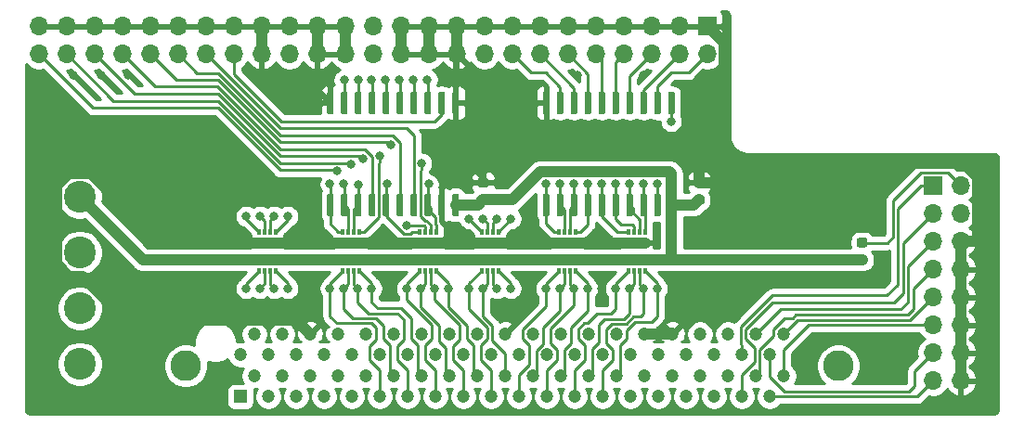
<source format=gbr>
G04 #@! TF.GenerationSoftware,KiCad,Pcbnew,(5.1.5)-3*
G04 #@! TF.CreationDate,2020-11-01T11:49:08+00:00*
G04 #@! TF.ProjectId,SCSIConnectorA,53435349-436f-46e6-9e65-63746f72412e,rev?*
G04 #@! TF.SameCoordinates,Original*
G04 #@! TF.FileFunction,Copper,L1,Top*
G04 #@! TF.FilePolarity,Positive*
%FSLAX46Y46*%
G04 Gerber Fmt 4.6, Leading zero omitted, Abs format (unit mm)*
G04 Created by KiCad (PCBNEW (5.1.5)-3) date 2020-11-01 11:49:08*
%MOMM*%
%LPD*%
G04 APERTURE LIST*
%ADD10O,1.700000X1.700000*%
%ADD11R,1.700000X1.700000*%
%ADD12C,0.100000*%
%ADD13C,1.200000*%
%ADD14R,1.200000X1.200000*%
%ADD15C,2.800000*%
%ADD16R,0.320000X0.500000*%
%ADD17C,2.900000*%
%ADD18C,0.800000*%
%ADD19C,1.000000*%
%ADD20C,0.500000*%
%ADD21C,0.250000*%
%ADD22C,0.254000*%
G04 APERTURE END LIST*
D10*
X180706000Y-92111000D03*
X178166000Y-92111000D03*
X180706000Y-89571000D03*
X178166000Y-89571000D03*
X180706000Y-87031000D03*
X178166000Y-87031000D03*
X180706000Y-84491000D03*
X178166000Y-84491000D03*
X180706000Y-81951000D03*
X178166000Y-81951000D03*
X180706000Y-79411000D03*
X178166000Y-79411000D03*
X180706000Y-76871000D03*
X178166000Y-76871000D03*
X180706000Y-74331000D03*
D11*
X178166000Y-74331000D03*
G04 #@! TA.AperFunction,SMDPad,CuDef*
D12*
G36*
X154474703Y-75060722D02*
G01*
X154489264Y-75062882D01*
X154503543Y-75066459D01*
X154517403Y-75071418D01*
X154530710Y-75077712D01*
X154543336Y-75085280D01*
X154555159Y-75094048D01*
X154566066Y-75103934D01*
X154575952Y-75114841D01*
X154584720Y-75126664D01*
X154592288Y-75139290D01*
X154598582Y-75152597D01*
X154603541Y-75166457D01*
X154607118Y-75180736D01*
X154609278Y-75195297D01*
X154610000Y-75210000D01*
X154610000Y-76960000D01*
X154609278Y-76974703D01*
X154607118Y-76989264D01*
X154603541Y-77003543D01*
X154598582Y-77017403D01*
X154592288Y-77030710D01*
X154584720Y-77043336D01*
X154575952Y-77055159D01*
X154566066Y-77066066D01*
X154555159Y-77075952D01*
X154543336Y-77084720D01*
X154530710Y-77092288D01*
X154517403Y-77098582D01*
X154503543Y-77103541D01*
X154489264Y-77107118D01*
X154474703Y-77109278D01*
X154460000Y-77110000D01*
X154160000Y-77110000D01*
X154145297Y-77109278D01*
X154130736Y-77107118D01*
X154116457Y-77103541D01*
X154102597Y-77098582D01*
X154089290Y-77092288D01*
X154076664Y-77084720D01*
X154064841Y-77075952D01*
X154053934Y-77066066D01*
X154044048Y-77055159D01*
X154035280Y-77043336D01*
X154027712Y-77030710D01*
X154021418Y-77017403D01*
X154016459Y-77003543D01*
X154012882Y-76989264D01*
X154010722Y-76974703D01*
X154010000Y-76960000D01*
X154010000Y-75210000D01*
X154010722Y-75195297D01*
X154012882Y-75180736D01*
X154016459Y-75166457D01*
X154021418Y-75152597D01*
X154027712Y-75139290D01*
X154035280Y-75126664D01*
X154044048Y-75114841D01*
X154053934Y-75103934D01*
X154064841Y-75094048D01*
X154076664Y-75085280D01*
X154089290Y-75077712D01*
X154102597Y-75071418D01*
X154116457Y-75066459D01*
X154130736Y-75062882D01*
X154145297Y-75060722D01*
X154160000Y-75060000D01*
X154460000Y-75060000D01*
X154474703Y-75060722D01*
G37*
G04 #@! TD.AperFunction*
G04 #@! TA.AperFunction,SMDPad,CuDef*
G36*
X153204703Y-75060722D02*
G01*
X153219264Y-75062882D01*
X153233543Y-75066459D01*
X153247403Y-75071418D01*
X153260710Y-75077712D01*
X153273336Y-75085280D01*
X153285159Y-75094048D01*
X153296066Y-75103934D01*
X153305952Y-75114841D01*
X153314720Y-75126664D01*
X153322288Y-75139290D01*
X153328582Y-75152597D01*
X153333541Y-75166457D01*
X153337118Y-75180736D01*
X153339278Y-75195297D01*
X153340000Y-75210000D01*
X153340000Y-76960000D01*
X153339278Y-76974703D01*
X153337118Y-76989264D01*
X153333541Y-77003543D01*
X153328582Y-77017403D01*
X153322288Y-77030710D01*
X153314720Y-77043336D01*
X153305952Y-77055159D01*
X153296066Y-77066066D01*
X153285159Y-77075952D01*
X153273336Y-77084720D01*
X153260710Y-77092288D01*
X153247403Y-77098582D01*
X153233543Y-77103541D01*
X153219264Y-77107118D01*
X153204703Y-77109278D01*
X153190000Y-77110000D01*
X152890000Y-77110000D01*
X152875297Y-77109278D01*
X152860736Y-77107118D01*
X152846457Y-77103541D01*
X152832597Y-77098582D01*
X152819290Y-77092288D01*
X152806664Y-77084720D01*
X152794841Y-77075952D01*
X152783934Y-77066066D01*
X152774048Y-77055159D01*
X152765280Y-77043336D01*
X152757712Y-77030710D01*
X152751418Y-77017403D01*
X152746459Y-77003543D01*
X152742882Y-76989264D01*
X152740722Y-76974703D01*
X152740000Y-76960000D01*
X152740000Y-75210000D01*
X152740722Y-75195297D01*
X152742882Y-75180736D01*
X152746459Y-75166457D01*
X152751418Y-75152597D01*
X152757712Y-75139290D01*
X152765280Y-75126664D01*
X152774048Y-75114841D01*
X152783934Y-75103934D01*
X152794841Y-75094048D01*
X152806664Y-75085280D01*
X152819290Y-75077712D01*
X152832597Y-75071418D01*
X152846457Y-75066459D01*
X152860736Y-75062882D01*
X152875297Y-75060722D01*
X152890000Y-75060000D01*
X153190000Y-75060000D01*
X153204703Y-75060722D01*
G37*
G04 #@! TD.AperFunction*
G04 #@! TA.AperFunction,SMDPad,CuDef*
G36*
X151934703Y-75060722D02*
G01*
X151949264Y-75062882D01*
X151963543Y-75066459D01*
X151977403Y-75071418D01*
X151990710Y-75077712D01*
X152003336Y-75085280D01*
X152015159Y-75094048D01*
X152026066Y-75103934D01*
X152035952Y-75114841D01*
X152044720Y-75126664D01*
X152052288Y-75139290D01*
X152058582Y-75152597D01*
X152063541Y-75166457D01*
X152067118Y-75180736D01*
X152069278Y-75195297D01*
X152070000Y-75210000D01*
X152070000Y-76960000D01*
X152069278Y-76974703D01*
X152067118Y-76989264D01*
X152063541Y-77003543D01*
X152058582Y-77017403D01*
X152052288Y-77030710D01*
X152044720Y-77043336D01*
X152035952Y-77055159D01*
X152026066Y-77066066D01*
X152015159Y-77075952D01*
X152003336Y-77084720D01*
X151990710Y-77092288D01*
X151977403Y-77098582D01*
X151963543Y-77103541D01*
X151949264Y-77107118D01*
X151934703Y-77109278D01*
X151920000Y-77110000D01*
X151620000Y-77110000D01*
X151605297Y-77109278D01*
X151590736Y-77107118D01*
X151576457Y-77103541D01*
X151562597Y-77098582D01*
X151549290Y-77092288D01*
X151536664Y-77084720D01*
X151524841Y-77075952D01*
X151513934Y-77066066D01*
X151504048Y-77055159D01*
X151495280Y-77043336D01*
X151487712Y-77030710D01*
X151481418Y-77017403D01*
X151476459Y-77003543D01*
X151472882Y-76989264D01*
X151470722Y-76974703D01*
X151470000Y-76960000D01*
X151470000Y-75210000D01*
X151470722Y-75195297D01*
X151472882Y-75180736D01*
X151476459Y-75166457D01*
X151481418Y-75152597D01*
X151487712Y-75139290D01*
X151495280Y-75126664D01*
X151504048Y-75114841D01*
X151513934Y-75103934D01*
X151524841Y-75094048D01*
X151536664Y-75085280D01*
X151549290Y-75077712D01*
X151562597Y-75071418D01*
X151576457Y-75066459D01*
X151590736Y-75062882D01*
X151605297Y-75060722D01*
X151620000Y-75060000D01*
X151920000Y-75060000D01*
X151934703Y-75060722D01*
G37*
G04 #@! TD.AperFunction*
G04 #@! TA.AperFunction,SMDPad,CuDef*
G36*
X150664703Y-75060722D02*
G01*
X150679264Y-75062882D01*
X150693543Y-75066459D01*
X150707403Y-75071418D01*
X150720710Y-75077712D01*
X150733336Y-75085280D01*
X150745159Y-75094048D01*
X150756066Y-75103934D01*
X150765952Y-75114841D01*
X150774720Y-75126664D01*
X150782288Y-75139290D01*
X150788582Y-75152597D01*
X150793541Y-75166457D01*
X150797118Y-75180736D01*
X150799278Y-75195297D01*
X150800000Y-75210000D01*
X150800000Y-76960000D01*
X150799278Y-76974703D01*
X150797118Y-76989264D01*
X150793541Y-77003543D01*
X150788582Y-77017403D01*
X150782288Y-77030710D01*
X150774720Y-77043336D01*
X150765952Y-77055159D01*
X150756066Y-77066066D01*
X150745159Y-77075952D01*
X150733336Y-77084720D01*
X150720710Y-77092288D01*
X150707403Y-77098582D01*
X150693543Y-77103541D01*
X150679264Y-77107118D01*
X150664703Y-77109278D01*
X150650000Y-77110000D01*
X150350000Y-77110000D01*
X150335297Y-77109278D01*
X150320736Y-77107118D01*
X150306457Y-77103541D01*
X150292597Y-77098582D01*
X150279290Y-77092288D01*
X150266664Y-77084720D01*
X150254841Y-77075952D01*
X150243934Y-77066066D01*
X150234048Y-77055159D01*
X150225280Y-77043336D01*
X150217712Y-77030710D01*
X150211418Y-77017403D01*
X150206459Y-77003543D01*
X150202882Y-76989264D01*
X150200722Y-76974703D01*
X150200000Y-76960000D01*
X150200000Y-75210000D01*
X150200722Y-75195297D01*
X150202882Y-75180736D01*
X150206459Y-75166457D01*
X150211418Y-75152597D01*
X150217712Y-75139290D01*
X150225280Y-75126664D01*
X150234048Y-75114841D01*
X150243934Y-75103934D01*
X150254841Y-75094048D01*
X150266664Y-75085280D01*
X150279290Y-75077712D01*
X150292597Y-75071418D01*
X150306457Y-75066459D01*
X150320736Y-75062882D01*
X150335297Y-75060722D01*
X150350000Y-75060000D01*
X150650000Y-75060000D01*
X150664703Y-75060722D01*
G37*
G04 #@! TD.AperFunction*
G04 #@! TA.AperFunction,SMDPad,CuDef*
G36*
X149394703Y-75060722D02*
G01*
X149409264Y-75062882D01*
X149423543Y-75066459D01*
X149437403Y-75071418D01*
X149450710Y-75077712D01*
X149463336Y-75085280D01*
X149475159Y-75094048D01*
X149486066Y-75103934D01*
X149495952Y-75114841D01*
X149504720Y-75126664D01*
X149512288Y-75139290D01*
X149518582Y-75152597D01*
X149523541Y-75166457D01*
X149527118Y-75180736D01*
X149529278Y-75195297D01*
X149530000Y-75210000D01*
X149530000Y-76960000D01*
X149529278Y-76974703D01*
X149527118Y-76989264D01*
X149523541Y-77003543D01*
X149518582Y-77017403D01*
X149512288Y-77030710D01*
X149504720Y-77043336D01*
X149495952Y-77055159D01*
X149486066Y-77066066D01*
X149475159Y-77075952D01*
X149463336Y-77084720D01*
X149450710Y-77092288D01*
X149437403Y-77098582D01*
X149423543Y-77103541D01*
X149409264Y-77107118D01*
X149394703Y-77109278D01*
X149380000Y-77110000D01*
X149080000Y-77110000D01*
X149065297Y-77109278D01*
X149050736Y-77107118D01*
X149036457Y-77103541D01*
X149022597Y-77098582D01*
X149009290Y-77092288D01*
X148996664Y-77084720D01*
X148984841Y-77075952D01*
X148973934Y-77066066D01*
X148964048Y-77055159D01*
X148955280Y-77043336D01*
X148947712Y-77030710D01*
X148941418Y-77017403D01*
X148936459Y-77003543D01*
X148932882Y-76989264D01*
X148930722Y-76974703D01*
X148930000Y-76960000D01*
X148930000Y-75210000D01*
X148930722Y-75195297D01*
X148932882Y-75180736D01*
X148936459Y-75166457D01*
X148941418Y-75152597D01*
X148947712Y-75139290D01*
X148955280Y-75126664D01*
X148964048Y-75114841D01*
X148973934Y-75103934D01*
X148984841Y-75094048D01*
X148996664Y-75085280D01*
X149009290Y-75077712D01*
X149022597Y-75071418D01*
X149036457Y-75066459D01*
X149050736Y-75062882D01*
X149065297Y-75060722D01*
X149080000Y-75060000D01*
X149380000Y-75060000D01*
X149394703Y-75060722D01*
G37*
G04 #@! TD.AperFunction*
G04 #@! TA.AperFunction,SMDPad,CuDef*
G36*
X148124703Y-75060722D02*
G01*
X148139264Y-75062882D01*
X148153543Y-75066459D01*
X148167403Y-75071418D01*
X148180710Y-75077712D01*
X148193336Y-75085280D01*
X148205159Y-75094048D01*
X148216066Y-75103934D01*
X148225952Y-75114841D01*
X148234720Y-75126664D01*
X148242288Y-75139290D01*
X148248582Y-75152597D01*
X148253541Y-75166457D01*
X148257118Y-75180736D01*
X148259278Y-75195297D01*
X148260000Y-75210000D01*
X148260000Y-76960000D01*
X148259278Y-76974703D01*
X148257118Y-76989264D01*
X148253541Y-77003543D01*
X148248582Y-77017403D01*
X148242288Y-77030710D01*
X148234720Y-77043336D01*
X148225952Y-77055159D01*
X148216066Y-77066066D01*
X148205159Y-77075952D01*
X148193336Y-77084720D01*
X148180710Y-77092288D01*
X148167403Y-77098582D01*
X148153543Y-77103541D01*
X148139264Y-77107118D01*
X148124703Y-77109278D01*
X148110000Y-77110000D01*
X147810000Y-77110000D01*
X147795297Y-77109278D01*
X147780736Y-77107118D01*
X147766457Y-77103541D01*
X147752597Y-77098582D01*
X147739290Y-77092288D01*
X147726664Y-77084720D01*
X147714841Y-77075952D01*
X147703934Y-77066066D01*
X147694048Y-77055159D01*
X147685280Y-77043336D01*
X147677712Y-77030710D01*
X147671418Y-77017403D01*
X147666459Y-77003543D01*
X147662882Y-76989264D01*
X147660722Y-76974703D01*
X147660000Y-76960000D01*
X147660000Y-75210000D01*
X147660722Y-75195297D01*
X147662882Y-75180736D01*
X147666459Y-75166457D01*
X147671418Y-75152597D01*
X147677712Y-75139290D01*
X147685280Y-75126664D01*
X147694048Y-75114841D01*
X147703934Y-75103934D01*
X147714841Y-75094048D01*
X147726664Y-75085280D01*
X147739290Y-75077712D01*
X147752597Y-75071418D01*
X147766457Y-75066459D01*
X147780736Y-75062882D01*
X147795297Y-75060722D01*
X147810000Y-75060000D01*
X148110000Y-75060000D01*
X148124703Y-75060722D01*
G37*
G04 #@! TD.AperFunction*
G04 #@! TA.AperFunction,SMDPad,CuDef*
G36*
X146854703Y-75060722D02*
G01*
X146869264Y-75062882D01*
X146883543Y-75066459D01*
X146897403Y-75071418D01*
X146910710Y-75077712D01*
X146923336Y-75085280D01*
X146935159Y-75094048D01*
X146946066Y-75103934D01*
X146955952Y-75114841D01*
X146964720Y-75126664D01*
X146972288Y-75139290D01*
X146978582Y-75152597D01*
X146983541Y-75166457D01*
X146987118Y-75180736D01*
X146989278Y-75195297D01*
X146990000Y-75210000D01*
X146990000Y-76960000D01*
X146989278Y-76974703D01*
X146987118Y-76989264D01*
X146983541Y-77003543D01*
X146978582Y-77017403D01*
X146972288Y-77030710D01*
X146964720Y-77043336D01*
X146955952Y-77055159D01*
X146946066Y-77066066D01*
X146935159Y-77075952D01*
X146923336Y-77084720D01*
X146910710Y-77092288D01*
X146897403Y-77098582D01*
X146883543Y-77103541D01*
X146869264Y-77107118D01*
X146854703Y-77109278D01*
X146840000Y-77110000D01*
X146540000Y-77110000D01*
X146525297Y-77109278D01*
X146510736Y-77107118D01*
X146496457Y-77103541D01*
X146482597Y-77098582D01*
X146469290Y-77092288D01*
X146456664Y-77084720D01*
X146444841Y-77075952D01*
X146433934Y-77066066D01*
X146424048Y-77055159D01*
X146415280Y-77043336D01*
X146407712Y-77030710D01*
X146401418Y-77017403D01*
X146396459Y-77003543D01*
X146392882Y-76989264D01*
X146390722Y-76974703D01*
X146390000Y-76960000D01*
X146390000Y-75210000D01*
X146390722Y-75195297D01*
X146392882Y-75180736D01*
X146396459Y-75166457D01*
X146401418Y-75152597D01*
X146407712Y-75139290D01*
X146415280Y-75126664D01*
X146424048Y-75114841D01*
X146433934Y-75103934D01*
X146444841Y-75094048D01*
X146456664Y-75085280D01*
X146469290Y-75077712D01*
X146482597Y-75071418D01*
X146496457Y-75066459D01*
X146510736Y-75062882D01*
X146525297Y-75060722D01*
X146540000Y-75060000D01*
X146840000Y-75060000D01*
X146854703Y-75060722D01*
G37*
G04 #@! TD.AperFunction*
G04 #@! TA.AperFunction,SMDPad,CuDef*
G36*
X145584703Y-75060722D02*
G01*
X145599264Y-75062882D01*
X145613543Y-75066459D01*
X145627403Y-75071418D01*
X145640710Y-75077712D01*
X145653336Y-75085280D01*
X145665159Y-75094048D01*
X145676066Y-75103934D01*
X145685952Y-75114841D01*
X145694720Y-75126664D01*
X145702288Y-75139290D01*
X145708582Y-75152597D01*
X145713541Y-75166457D01*
X145717118Y-75180736D01*
X145719278Y-75195297D01*
X145720000Y-75210000D01*
X145720000Y-76960000D01*
X145719278Y-76974703D01*
X145717118Y-76989264D01*
X145713541Y-77003543D01*
X145708582Y-77017403D01*
X145702288Y-77030710D01*
X145694720Y-77043336D01*
X145685952Y-77055159D01*
X145676066Y-77066066D01*
X145665159Y-77075952D01*
X145653336Y-77084720D01*
X145640710Y-77092288D01*
X145627403Y-77098582D01*
X145613543Y-77103541D01*
X145599264Y-77107118D01*
X145584703Y-77109278D01*
X145570000Y-77110000D01*
X145270000Y-77110000D01*
X145255297Y-77109278D01*
X145240736Y-77107118D01*
X145226457Y-77103541D01*
X145212597Y-77098582D01*
X145199290Y-77092288D01*
X145186664Y-77084720D01*
X145174841Y-77075952D01*
X145163934Y-77066066D01*
X145154048Y-77055159D01*
X145145280Y-77043336D01*
X145137712Y-77030710D01*
X145131418Y-77017403D01*
X145126459Y-77003543D01*
X145122882Y-76989264D01*
X145120722Y-76974703D01*
X145120000Y-76960000D01*
X145120000Y-75210000D01*
X145120722Y-75195297D01*
X145122882Y-75180736D01*
X145126459Y-75166457D01*
X145131418Y-75152597D01*
X145137712Y-75139290D01*
X145145280Y-75126664D01*
X145154048Y-75114841D01*
X145163934Y-75103934D01*
X145174841Y-75094048D01*
X145186664Y-75085280D01*
X145199290Y-75077712D01*
X145212597Y-75071418D01*
X145226457Y-75066459D01*
X145240736Y-75062882D01*
X145255297Y-75060722D01*
X145270000Y-75060000D01*
X145570000Y-75060000D01*
X145584703Y-75060722D01*
G37*
G04 #@! TD.AperFunction*
G04 #@! TA.AperFunction,SMDPad,CuDef*
G36*
X144314703Y-75060722D02*
G01*
X144329264Y-75062882D01*
X144343543Y-75066459D01*
X144357403Y-75071418D01*
X144370710Y-75077712D01*
X144383336Y-75085280D01*
X144395159Y-75094048D01*
X144406066Y-75103934D01*
X144415952Y-75114841D01*
X144424720Y-75126664D01*
X144432288Y-75139290D01*
X144438582Y-75152597D01*
X144443541Y-75166457D01*
X144447118Y-75180736D01*
X144449278Y-75195297D01*
X144450000Y-75210000D01*
X144450000Y-76960000D01*
X144449278Y-76974703D01*
X144447118Y-76989264D01*
X144443541Y-77003543D01*
X144438582Y-77017403D01*
X144432288Y-77030710D01*
X144424720Y-77043336D01*
X144415952Y-77055159D01*
X144406066Y-77066066D01*
X144395159Y-77075952D01*
X144383336Y-77084720D01*
X144370710Y-77092288D01*
X144357403Y-77098582D01*
X144343543Y-77103541D01*
X144329264Y-77107118D01*
X144314703Y-77109278D01*
X144300000Y-77110000D01*
X144000000Y-77110000D01*
X143985297Y-77109278D01*
X143970736Y-77107118D01*
X143956457Y-77103541D01*
X143942597Y-77098582D01*
X143929290Y-77092288D01*
X143916664Y-77084720D01*
X143904841Y-77075952D01*
X143893934Y-77066066D01*
X143884048Y-77055159D01*
X143875280Y-77043336D01*
X143867712Y-77030710D01*
X143861418Y-77017403D01*
X143856459Y-77003543D01*
X143852882Y-76989264D01*
X143850722Y-76974703D01*
X143850000Y-76960000D01*
X143850000Y-75210000D01*
X143850722Y-75195297D01*
X143852882Y-75180736D01*
X143856459Y-75166457D01*
X143861418Y-75152597D01*
X143867712Y-75139290D01*
X143875280Y-75126664D01*
X143884048Y-75114841D01*
X143893934Y-75103934D01*
X143904841Y-75094048D01*
X143916664Y-75085280D01*
X143929290Y-75077712D01*
X143942597Y-75071418D01*
X143956457Y-75066459D01*
X143970736Y-75062882D01*
X143985297Y-75060722D01*
X144000000Y-75060000D01*
X144300000Y-75060000D01*
X144314703Y-75060722D01*
G37*
G04 #@! TD.AperFunction*
G04 #@! TA.AperFunction,SMDPad,CuDef*
G36*
X143044703Y-75060722D02*
G01*
X143059264Y-75062882D01*
X143073543Y-75066459D01*
X143087403Y-75071418D01*
X143100710Y-75077712D01*
X143113336Y-75085280D01*
X143125159Y-75094048D01*
X143136066Y-75103934D01*
X143145952Y-75114841D01*
X143154720Y-75126664D01*
X143162288Y-75139290D01*
X143168582Y-75152597D01*
X143173541Y-75166457D01*
X143177118Y-75180736D01*
X143179278Y-75195297D01*
X143180000Y-75210000D01*
X143180000Y-76960000D01*
X143179278Y-76974703D01*
X143177118Y-76989264D01*
X143173541Y-77003543D01*
X143168582Y-77017403D01*
X143162288Y-77030710D01*
X143154720Y-77043336D01*
X143145952Y-77055159D01*
X143136066Y-77066066D01*
X143125159Y-77075952D01*
X143113336Y-77084720D01*
X143100710Y-77092288D01*
X143087403Y-77098582D01*
X143073543Y-77103541D01*
X143059264Y-77107118D01*
X143044703Y-77109278D01*
X143030000Y-77110000D01*
X142730000Y-77110000D01*
X142715297Y-77109278D01*
X142700736Y-77107118D01*
X142686457Y-77103541D01*
X142672597Y-77098582D01*
X142659290Y-77092288D01*
X142646664Y-77084720D01*
X142634841Y-77075952D01*
X142623934Y-77066066D01*
X142614048Y-77055159D01*
X142605280Y-77043336D01*
X142597712Y-77030710D01*
X142591418Y-77017403D01*
X142586459Y-77003543D01*
X142582882Y-76989264D01*
X142580722Y-76974703D01*
X142580000Y-76960000D01*
X142580000Y-75210000D01*
X142580722Y-75195297D01*
X142582882Y-75180736D01*
X142586459Y-75166457D01*
X142591418Y-75152597D01*
X142597712Y-75139290D01*
X142605280Y-75126664D01*
X142614048Y-75114841D01*
X142623934Y-75103934D01*
X142634841Y-75094048D01*
X142646664Y-75085280D01*
X142659290Y-75077712D01*
X142672597Y-75071418D01*
X142686457Y-75066459D01*
X142700736Y-75062882D01*
X142715297Y-75060722D01*
X142730000Y-75060000D01*
X143030000Y-75060000D01*
X143044703Y-75060722D01*
G37*
G04 #@! TD.AperFunction*
G04 #@! TA.AperFunction,SMDPad,CuDef*
G36*
X143044703Y-65760722D02*
G01*
X143059264Y-65762882D01*
X143073543Y-65766459D01*
X143087403Y-65771418D01*
X143100710Y-65777712D01*
X143113336Y-65785280D01*
X143125159Y-65794048D01*
X143136066Y-65803934D01*
X143145952Y-65814841D01*
X143154720Y-65826664D01*
X143162288Y-65839290D01*
X143168582Y-65852597D01*
X143173541Y-65866457D01*
X143177118Y-65880736D01*
X143179278Y-65895297D01*
X143180000Y-65910000D01*
X143180000Y-67660000D01*
X143179278Y-67674703D01*
X143177118Y-67689264D01*
X143173541Y-67703543D01*
X143168582Y-67717403D01*
X143162288Y-67730710D01*
X143154720Y-67743336D01*
X143145952Y-67755159D01*
X143136066Y-67766066D01*
X143125159Y-67775952D01*
X143113336Y-67784720D01*
X143100710Y-67792288D01*
X143087403Y-67798582D01*
X143073543Y-67803541D01*
X143059264Y-67807118D01*
X143044703Y-67809278D01*
X143030000Y-67810000D01*
X142730000Y-67810000D01*
X142715297Y-67809278D01*
X142700736Y-67807118D01*
X142686457Y-67803541D01*
X142672597Y-67798582D01*
X142659290Y-67792288D01*
X142646664Y-67784720D01*
X142634841Y-67775952D01*
X142623934Y-67766066D01*
X142614048Y-67755159D01*
X142605280Y-67743336D01*
X142597712Y-67730710D01*
X142591418Y-67717403D01*
X142586459Y-67703543D01*
X142582882Y-67689264D01*
X142580722Y-67674703D01*
X142580000Y-67660000D01*
X142580000Y-65910000D01*
X142580722Y-65895297D01*
X142582882Y-65880736D01*
X142586459Y-65866457D01*
X142591418Y-65852597D01*
X142597712Y-65839290D01*
X142605280Y-65826664D01*
X142614048Y-65814841D01*
X142623934Y-65803934D01*
X142634841Y-65794048D01*
X142646664Y-65785280D01*
X142659290Y-65777712D01*
X142672597Y-65771418D01*
X142686457Y-65766459D01*
X142700736Y-65762882D01*
X142715297Y-65760722D01*
X142730000Y-65760000D01*
X143030000Y-65760000D01*
X143044703Y-65760722D01*
G37*
G04 #@! TD.AperFunction*
G04 #@! TA.AperFunction,SMDPad,CuDef*
G36*
X144314703Y-65760722D02*
G01*
X144329264Y-65762882D01*
X144343543Y-65766459D01*
X144357403Y-65771418D01*
X144370710Y-65777712D01*
X144383336Y-65785280D01*
X144395159Y-65794048D01*
X144406066Y-65803934D01*
X144415952Y-65814841D01*
X144424720Y-65826664D01*
X144432288Y-65839290D01*
X144438582Y-65852597D01*
X144443541Y-65866457D01*
X144447118Y-65880736D01*
X144449278Y-65895297D01*
X144450000Y-65910000D01*
X144450000Y-67660000D01*
X144449278Y-67674703D01*
X144447118Y-67689264D01*
X144443541Y-67703543D01*
X144438582Y-67717403D01*
X144432288Y-67730710D01*
X144424720Y-67743336D01*
X144415952Y-67755159D01*
X144406066Y-67766066D01*
X144395159Y-67775952D01*
X144383336Y-67784720D01*
X144370710Y-67792288D01*
X144357403Y-67798582D01*
X144343543Y-67803541D01*
X144329264Y-67807118D01*
X144314703Y-67809278D01*
X144300000Y-67810000D01*
X144000000Y-67810000D01*
X143985297Y-67809278D01*
X143970736Y-67807118D01*
X143956457Y-67803541D01*
X143942597Y-67798582D01*
X143929290Y-67792288D01*
X143916664Y-67784720D01*
X143904841Y-67775952D01*
X143893934Y-67766066D01*
X143884048Y-67755159D01*
X143875280Y-67743336D01*
X143867712Y-67730710D01*
X143861418Y-67717403D01*
X143856459Y-67703543D01*
X143852882Y-67689264D01*
X143850722Y-67674703D01*
X143850000Y-67660000D01*
X143850000Y-65910000D01*
X143850722Y-65895297D01*
X143852882Y-65880736D01*
X143856459Y-65866457D01*
X143861418Y-65852597D01*
X143867712Y-65839290D01*
X143875280Y-65826664D01*
X143884048Y-65814841D01*
X143893934Y-65803934D01*
X143904841Y-65794048D01*
X143916664Y-65785280D01*
X143929290Y-65777712D01*
X143942597Y-65771418D01*
X143956457Y-65766459D01*
X143970736Y-65762882D01*
X143985297Y-65760722D01*
X144000000Y-65760000D01*
X144300000Y-65760000D01*
X144314703Y-65760722D01*
G37*
G04 #@! TD.AperFunction*
G04 #@! TA.AperFunction,SMDPad,CuDef*
G36*
X145584703Y-65760722D02*
G01*
X145599264Y-65762882D01*
X145613543Y-65766459D01*
X145627403Y-65771418D01*
X145640710Y-65777712D01*
X145653336Y-65785280D01*
X145665159Y-65794048D01*
X145676066Y-65803934D01*
X145685952Y-65814841D01*
X145694720Y-65826664D01*
X145702288Y-65839290D01*
X145708582Y-65852597D01*
X145713541Y-65866457D01*
X145717118Y-65880736D01*
X145719278Y-65895297D01*
X145720000Y-65910000D01*
X145720000Y-67660000D01*
X145719278Y-67674703D01*
X145717118Y-67689264D01*
X145713541Y-67703543D01*
X145708582Y-67717403D01*
X145702288Y-67730710D01*
X145694720Y-67743336D01*
X145685952Y-67755159D01*
X145676066Y-67766066D01*
X145665159Y-67775952D01*
X145653336Y-67784720D01*
X145640710Y-67792288D01*
X145627403Y-67798582D01*
X145613543Y-67803541D01*
X145599264Y-67807118D01*
X145584703Y-67809278D01*
X145570000Y-67810000D01*
X145270000Y-67810000D01*
X145255297Y-67809278D01*
X145240736Y-67807118D01*
X145226457Y-67803541D01*
X145212597Y-67798582D01*
X145199290Y-67792288D01*
X145186664Y-67784720D01*
X145174841Y-67775952D01*
X145163934Y-67766066D01*
X145154048Y-67755159D01*
X145145280Y-67743336D01*
X145137712Y-67730710D01*
X145131418Y-67717403D01*
X145126459Y-67703543D01*
X145122882Y-67689264D01*
X145120722Y-67674703D01*
X145120000Y-67660000D01*
X145120000Y-65910000D01*
X145120722Y-65895297D01*
X145122882Y-65880736D01*
X145126459Y-65866457D01*
X145131418Y-65852597D01*
X145137712Y-65839290D01*
X145145280Y-65826664D01*
X145154048Y-65814841D01*
X145163934Y-65803934D01*
X145174841Y-65794048D01*
X145186664Y-65785280D01*
X145199290Y-65777712D01*
X145212597Y-65771418D01*
X145226457Y-65766459D01*
X145240736Y-65762882D01*
X145255297Y-65760722D01*
X145270000Y-65760000D01*
X145570000Y-65760000D01*
X145584703Y-65760722D01*
G37*
G04 #@! TD.AperFunction*
G04 #@! TA.AperFunction,SMDPad,CuDef*
G36*
X146854703Y-65760722D02*
G01*
X146869264Y-65762882D01*
X146883543Y-65766459D01*
X146897403Y-65771418D01*
X146910710Y-65777712D01*
X146923336Y-65785280D01*
X146935159Y-65794048D01*
X146946066Y-65803934D01*
X146955952Y-65814841D01*
X146964720Y-65826664D01*
X146972288Y-65839290D01*
X146978582Y-65852597D01*
X146983541Y-65866457D01*
X146987118Y-65880736D01*
X146989278Y-65895297D01*
X146990000Y-65910000D01*
X146990000Y-67660000D01*
X146989278Y-67674703D01*
X146987118Y-67689264D01*
X146983541Y-67703543D01*
X146978582Y-67717403D01*
X146972288Y-67730710D01*
X146964720Y-67743336D01*
X146955952Y-67755159D01*
X146946066Y-67766066D01*
X146935159Y-67775952D01*
X146923336Y-67784720D01*
X146910710Y-67792288D01*
X146897403Y-67798582D01*
X146883543Y-67803541D01*
X146869264Y-67807118D01*
X146854703Y-67809278D01*
X146840000Y-67810000D01*
X146540000Y-67810000D01*
X146525297Y-67809278D01*
X146510736Y-67807118D01*
X146496457Y-67803541D01*
X146482597Y-67798582D01*
X146469290Y-67792288D01*
X146456664Y-67784720D01*
X146444841Y-67775952D01*
X146433934Y-67766066D01*
X146424048Y-67755159D01*
X146415280Y-67743336D01*
X146407712Y-67730710D01*
X146401418Y-67717403D01*
X146396459Y-67703543D01*
X146392882Y-67689264D01*
X146390722Y-67674703D01*
X146390000Y-67660000D01*
X146390000Y-65910000D01*
X146390722Y-65895297D01*
X146392882Y-65880736D01*
X146396459Y-65866457D01*
X146401418Y-65852597D01*
X146407712Y-65839290D01*
X146415280Y-65826664D01*
X146424048Y-65814841D01*
X146433934Y-65803934D01*
X146444841Y-65794048D01*
X146456664Y-65785280D01*
X146469290Y-65777712D01*
X146482597Y-65771418D01*
X146496457Y-65766459D01*
X146510736Y-65762882D01*
X146525297Y-65760722D01*
X146540000Y-65760000D01*
X146840000Y-65760000D01*
X146854703Y-65760722D01*
G37*
G04 #@! TD.AperFunction*
G04 #@! TA.AperFunction,SMDPad,CuDef*
G36*
X148124703Y-65760722D02*
G01*
X148139264Y-65762882D01*
X148153543Y-65766459D01*
X148167403Y-65771418D01*
X148180710Y-65777712D01*
X148193336Y-65785280D01*
X148205159Y-65794048D01*
X148216066Y-65803934D01*
X148225952Y-65814841D01*
X148234720Y-65826664D01*
X148242288Y-65839290D01*
X148248582Y-65852597D01*
X148253541Y-65866457D01*
X148257118Y-65880736D01*
X148259278Y-65895297D01*
X148260000Y-65910000D01*
X148260000Y-67660000D01*
X148259278Y-67674703D01*
X148257118Y-67689264D01*
X148253541Y-67703543D01*
X148248582Y-67717403D01*
X148242288Y-67730710D01*
X148234720Y-67743336D01*
X148225952Y-67755159D01*
X148216066Y-67766066D01*
X148205159Y-67775952D01*
X148193336Y-67784720D01*
X148180710Y-67792288D01*
X148167403Y-67798582D01*
X148153543Y-67803541D01*
X148139264Y-67807118D01*
X148124703Y-67809278D01*
X148110000Y-67810000D01*
X147810000Y-67810000D01*
X147795297Y-67809278D01*
X147780736Y-67807118D01*
X147766457Y-67803541D01*
X147752597Y-67798582D01*
X147739290Y-67792288D01*
X147726664Y-67784720D01*
X147714841Y-67775952D01*
X147703934Y-67766066D01*
X147694048Y-67755159D01*
X147685280Y-67743336D01*
X147677712Y-67730710D01*
X147671418Y-67717403D01*
X147666459Y-67703543D01*
X147662882Y-67689264D01*
X147660722Y-67674703D01*
X147660000Y-67660000D01*
X147660000Y-65910000D01*
X147660722Y-65895297D01*
X147662882Y-65880736D01*
X147666459Y-65866457D01*
X147671418Y-65852597D01*
X147677712Y-65839290D01*
X147685280Y-65826664D01*
X147694048Y-65814841D01*
X147703934Y-65803934D01*
X147714841Y-65794048D01*
X147726664Y-65785280D01*
X147739290Y-65777712D01*
X147752597Y-65771418D01*
X147766457Y-65766459D01*
X147780736Y-65762882D01*
X147795297Y-65760722D01*
X147810000Y-65760000D01*
X148110000Y-65760000D01*
X148124703Y-65760722D01*
G37*
G04 #@! TD.AperFunction*
G04 #@! TA.AperFunction,SMDPad,CuDef*
G36*
X149394703Y-65760722D02*
G01*
X149409264Y-65762882D01*
X149423543Y-65766459D01*
X149437403Y-65771418D01*
X149450710Y-65777712D01*
X149463336Y-65785280D01*
X149475159Y-65794048D01*
X149486066Y-65803934D01*
X149495952Y-65814841D01*
X149504720Y-65826664D01*
X149512288Y-65839290D01*
X149518582Y-65852597D01*
X149523541Y-65866457D01*
X149527118Y-65880736D01*
X149529278Y-65895297D01*
X149530000Y-65910000D01*
X149530000Y-67660000D01*
X149529278Y-67674703D01*
X149527118Y-67689264D01*
X149523541Y-67703543D01*
X149518582Y-67717403D01*
X149512288Y-67730710D01*
X149504720Y-67743336D01*
X149495952Y-67755159D01*
X149486066Y-67766066D01*
X149475159Y-67775952D01*
X149463336Y-67784720D01*
X149450710Y-67792288D01*
X149437403Y-67798582D01*
X149423543Y-67803541D01*
X149409264Y-67807118D01*
X149394703Y-67809278D01*
X149380000Y-67810000D01*
X149080000Y-67810000D01*
X149065297Y-67809278D01*
X149050736Y-67807118D01*
X149036457Y-67803541D01*
X149022597Y-67798582D01*
X149009290Y-67792288D01*
X148996664Y-67784720D01*
X148984841Y-67775952D01*
X148973934Y-67766066D01*
X148964048Y-67755159D01*
X148955280Y-67743336D01*
X148947712Y-67730710D01*
X148941418Y-67717403D01*
X148936459Y-67703543D01*
X148932882Y-67689264D01*
X148930722Y-67674703D01*
X148930000Y-67660000D01*
X148930000Y-65910000D01*
X148930722Y-65895297D01*
X148932882Y-65880736D01*
X148936459Y-65866457D01*
X148941418Y-65852597D01*
X148947712Y-65839290D01*
X148955280Y-65826664D01*
X148964048Y-65814841D01*
X148973934Y-65803934D01*
X148984841Y-65794048D01*
X148996664Y-65785280D01*
X149009290Y-65777712D01*
X149022597Y-65771418D01*
X149036457Y-65766459D01*
X149050736Y-65762882D01*
X149065297Y-65760722D01*
X149080000Y-65760000D01*
X149380000Y-65760000D01*
X149394703Y-65760722D01*
G37*
G04 #@! TD.AperFunction*
G04 #@! TA.AperFunction,SMDPad,CuDef*
G36*
X150664703Y-65760722D02*
G01*
X150679264Y-65762882D01*
X150693543Y-65766459D01*
X150707403Y-65771418D01*
X150720710Y-65777712D01*
X150733336Y-65785280D01*
X150745159Y-65794048D01*
X150756066Y-65803934D01*
X150765952Y-65814841D01*
X150774720Y-65826664D01*
X150782288Y-65839290D01*
X150788582Y-65852597D01*
X150793541Y-65866457D01*
X150797118Y-65880736D01*
X150799278Y-65895297D01*
X150800000Y-65910000D01*
X150800000Y-67660000D01*
X150799278Y-67674703D01*
X150797118Y-67689264D01*
X150793541Y-67703543D01*
X150788582Y-67717403D01*
X150782288Y-67730710D01*
X150774720Y-67743336D01*
X150765952Y-67755159D01*
X150756066Y-67766066D01*
X150745159Y-67775952D01*
X150733336Y-67784720D01*
X150720710Y-67792288D01*
X150707403Y-67798582D01*
X150693543Y-67803541D01*
X150679264Y-67807118D01*
X150664703Y-67809278D01*
X150650000Y-67810000D01*
X150350000Y-67810000D01*
X150335297Y-67809278D01*
X150320736Y-67807118D01*
X150306457Y-67803541D01*
X150292597Y-67798582D01*
X150279290Y-67792288D01*
X150266664Y-67784720D01*
X150254841Y-67775952D01*
X150243934Y-67766066D01*
X150234048Y-67755159D01*
X150225280Y-67743336D01*
X150217712Y-67730710D01*
X150211418Y-67717403D01*
X150206459Y-67703543D01*
X150202882Y-67689264D01*
X150200722Y-67674703D01*
X150200000Y-67660000D01*
X150200000Y-65910000D01*
X150200722Y-65895297D01*
X150202882Y-65880736D01*
X150206459Y-65866457D01*
X150211418Y-65852597D01*
X150217712Y-65839290D01*
X150225280Y-65826664D01*
X150234048Y-65814841D01*
X150243934Y-65803934D01*
X150254841Y-65794048D01*
X150266664Y-65785280D01*
X150279290Y-65777712D01*
X150292597Y-65771418D01*
X150306457Y-65766459D01*
X150320736Y-65762882D01*
X150335297Y-65760722D01*
X150350000Y-65760000D01*
X150650000Y-65760000D01*
X150664703Y-65760722D01*
G37*
G04 #@! TD.AperFunction*
G04 #@! TA.AperFunction,SMDPad,CuDef*
G36*
X151934703Y-65760722D02*
G01*
X151949264Y-65762882D01*
X151963543Y-65766459D01*
X151977403Y-65771418D01*
X151990710Y-65777712D01*
X152003336Y-65785280D01*
X152015159Y-65794048D01*
X152026066Y-65803934D01*
X152035952Y-65814841D01*
X152044720Y-65826664D01*
X152052288Y-65839290D01*
X152058582Y-65852597D01*
X152063541Y-65866457D01*
X152067118Y-65880736D01*
X152069278Y-65895297D01*
X152070000Y-65910000D01*
X152070000Y-67660000D01*
X152069278Y-67674703D01*
X152067118Y-67689264D01*
X152063541Y-67703543D01*
X152058582Y-67717403D01*
X152052288Y-67730710D01*
X152044720Y-67743336D01*
X152035952Y-67755159D01*
X152026066Y-67766066D01*
X152015159Y-67775952D01*
X152003336Y-67784720D01*
X151990710Y-67792288D01*
X151977403Y-67798582D01*
X151963543Y-67803541D01*
X151949264Y-67807118D01*
X151934703Y-67809278D01*
X151920000Y-67810000D01*
X151620000Y-67810000D01*
X151605297Y-67809278D01*
X151590736Y-67807118D01*
X151576457Y-67803541D01*
X151562597Y-67798582D01*
X151549290Y-67792288D01*
X151536664Y-67784720D01*
X151524841Y-67775952D01*
X151513934Y-67766066D01*
X151504048Y-67755159D01*
X151495280Y-67743336D01*
X151487712Y-67730710D01*
X151481418Y-67717403D01*
X151476459Y-67703543D01*
X151472882Y-67689264D01*
X151470722Y-67674703D01*
X151470000Y-67660000D01*
X151470000Y-65910000D01*
X151470722Y-65895297D01*
X151472882Y-65880736D01*
X151476459Y-65866457D01*
X151481418Y-65852597D01*
X151487712Y-65839290D01*
X151495280Y-65826664D01*
X151504048Y-65814841D01*
X151513934Y-65803934D01*
X151524841Y-65794048D01*
X151536664Y-65785280D01*
X151549290Y-65777712D01*
X151562597Y-65771418D01*
X151576457Y-65766459D01*
X151590736Y-65762882D01*
X151605297Y-65760722D01*
X151620000Y-65760000D01*
X151920000Y-65760000D01*
X151934703Y-65760722D01*
G37*
G04 #@! TD.AperFunction*
G04 #@! TA.AperFunction,SMDPad,CuDef*
G36*
X153204703Y-65760722D02*
G01*
X153219264Y-65762882D01*
X153233543Y-65766459D01*
X153247403Y-65771418D01*
X153260710Y-65777712D01*
X153273336Y-65785280D01*
X153285159Y-65794048D01*
X153296066Y-65803934D01*
X153305952Y-65814841D01*
X153314720Y-65826664D01*
X153322288Y-65839290D01*
X153328582Y-65852597D01*
X153333541Y-65866457D01*
X153337118Y-65880736D01*
X153339278Y-65895297D01*
X153340000Y-65910000D01*
X153340000Y-67660000D01*
X153339278Y-67674703D01*
X153337118Y-67689264D01*
X153333541Y-67703543D01*
X153328582Y-67717403D01*
X153322288Y-67730710D01*
X153314720Y-67743336D01*
X153305952Y-67755159D01*
X153296066Y-67766066D01*
X153285159Y-67775952D01*
X153273336Y-67784720D01*
X153260710Y-67792288D01*
X153247403Y-67798582D01*
X153233543Y-67803541D01*
X153219264Y-67807118D01*
X153204703Y-67809278D01*
X153190000Y-67810000D01*
X152890000Y-67810000D01*
X152875297Y-67809278D01*
X152860736Y-67807118D01*
X152846457Y-67803541D01*
X152832597Y-67798582D01*
X152819290Y-67792288D01*
X152806664Y-67784720D01*
X152794841Y-67775952D01*
X152783934Y-67766066D01*
X152774048Y-67755159D01*
X152765280Y-67743336D01*
X152757712Y-67730710D01*
X152751418Y-67717403D01*
X152746459Y-67703543D01*
X152742882Y-67689264D01*
X152740722Y-67674703D01*
X152740000Y-67660000D01*
X152740000Y-65910000D01*
X152740722Y-65895297D01*
X152742882Y-65880736D01*
X152746459Y-65866457D01*
X152751418Y-65852597D01*
X152757712Y-65839290D01*
X152765280Y-65826664D01*
X152774048Y-65814841D01*
X152783934Y-65803934D01*
X152794841Y-65794048D01*
X152806664Y-65785280D01*
X152819290Y-65777712D01*
X152832597Y-65771418D01*
X152846457Y-65766459D01*
X152860736Y-65762882D01*
X152875297Y-65760722D01*
X152890000Y-65760000D01*
X153190000Y-65760000D01*
X153204703Y-65760722D01*
G37*
G04 #@! TD.AperFunction*
G04 #@! TA.AperFunction,SMDPad,CuDef*
G36*
X154474703Y-65760722D02*
G01*
X154489264Y-65762882D01*
X154503543Y-65766459D01*
X154517403Y-65771418D01*
X154530710Y-65777712D01*
X154543336Y-65785280D01*
X154555159Y-65794048D01*
X154566066Y-65803934D01*
X154575952Y-65814841D01*
X154584720Y-65826664D01*
X154592288Y-65839290D01*
X154598582Y-65852597D01*
X154603541Y-65866457D01*
X154607118Y-65880736D01*
X154609278Y-65895297D01*
X154610000Y-65910000D01*
X154610000Y-67660000D01*
X154609278Y-67674703D01*
X154607118Y-67689264D01*
X154603541Y-67703543D01*
X154598582Y-67717403D01*
X154592288Y-67730710D01*
X154584720Y-67743336D01*
X154575952Y-67755159D01*
X154566066Y-67766066D01*
X154555159Y-67775952D01*
X154543336Y-67784720D01*
X154530710Y-67792288D01*
X154517403Y-67798582D01*
X154503543Y-67803541D01*
X154489264Y-67807118D01*
X154474703Y-67809278D01*
X154460000Y-67810000D01*
X154160000Y-67810000D01*
X154145297Y-67809278D01*
X154130736Y-67807118D01*
X154116457Y-67803541D01*
X154102597Y-67798582D01*
X154089290Y-67792288D01*
X154076664Y-67784720D01*
X154064841Y-67775952D01*
X154053934Y-67766066D01*
X154044048Y-67755159D01*
X154035280Y-67743336D01*
X154027712Y-67730710D01*
X154021418Y-67717403D01*
X154016459Y-67703543D01*
X154012882Y-67689264D01*
X154010722Y-67674703D01*
X154010000Y-67660000D01*
X154010000Y-65910000D01*
X154010722Y-65895297D01*
X154012882Y-65880736D01*
X154016459Y-65866457D01*
X154021418Y-65852597D01*
X154027712Y-65839290D01*
X154035280Y-65826664D01*
X154044048Y-65814841D01*
X154053934Y-65803934D01*
X154064841Y-65794048D01*
X154076664Y-65785280D01*
X154089290Y-65777712D01*
X154102597Y-65771418D01*
X154116457Y-65766459D01*
X154130736Y-65762882D01*
X154145297Y-65760722D01*
X154160000Y-65760000D01*
X154460000Y-65760000D01*
X154474703Y-65760722D01*
G37*
G04 #@! TD.AperFunction*
D13*
X163265000Y-93564000D03*
X164535000Y-91664000D03*
X163265000Y-89764000D03*
X164535000Y-87864000D03*
X160725000Y-93564000D03*
X161995000Y-91664000D03*
X160725000Y-89764000D03*
X161995000Y-87864000D03*
X158185000Y-93564000D03*
X159455000Y-91664000D03*
X158185000Y-89764000D03*
X159455000Y-87864000D03*
X155645000Y-93564000D03*
X156915000Y-91664000D03*
X155645000Y-89764000D03*
X156915000Y-87864000D03*
X153105000Y-93564000D03*
X154375000Y-91664000D03*
X153105000Y-89764000D03*
X154375000Y-87864000D03*
X150565000Y-93564000D03*
X151835000Y-91664000D03*
X150565000Y-89764000D03*
X151835000Y-87864000D03*
X148025000Y-93564000D03*
X149295000Y-91664000D03*
X148025000Y-89764000D03*
X149295000Y-87864000D03*
X145485000Y-93564000D03*
X146755000Y-91664000D03*
X145485000Y-89764000D03*
X146755000Y-87864000D03*
X142945000Y-93564000D03*
X144215000Y-91664000D03*
X142945000Y-89764000D03*
X144215000Y-87864000D03*
X140405000Y-93564000D03*
X141675000Y-91664000D03*
X140405000Y-89764000D03*
X141675000Y-87864000D03*
X137865000Y-93564000D03*
X139135000Y-91664000D03*
X137865000Y-89764000D03*
X139135000Y-87864000D03*
X135325000Y-93564000D03*
X136595000Y-91664000D03*
X135325000Y-89764000D03*
X136595000Y-87864000D03*
X132785000Y-93564000D03*
X134055000Y-91664000D03*
X132785000Y-89764000D03*
X134055000Y-87864000D03*
X130245000Y-93564000D03*
X131515000Y-91664000D03*
X130245000Y-89764000D03*
X131515000Y-87864000D03*
X127705000Y-93564000D03*
X128975000Y-91664000D03*
X127705000Y-89764000D03*
X128975000Y-87864000D03*
X125165000Y-93564000D03*
X126435000Y-91664000D03*
X125165000Y-89764000D03*
X126435000Y-87864000D03*
X122625000Y-93564000D03*
X123895000Y-91664000D03*
X122625000Y-89764000D03*
X123895000Y-87864000D03*
X120085000Y-93564000D03*
X121355000Y-91664000D03*
X120085000Y-89764000D03*
X121355000Y-87864000D03*
X117545000Y-93564000D03*
X118815000Y-91664000D03*
X117545000Y-89764000D03*
X118815000Y-87864000D03*
D14*
X115005000Y-93564000D03*
D13*
X116275000Y-91664000D03*
X115005000Y-89764000D03*
X116275000Y-87864000D03*
D15*
X110015000Y-90775000D03*
X169525000Y-90775000D03*
G04 #@! TA.AperFunction,SMDPad,CuDef*
D12*
G36*
X134789703Y-75060722D02*
G01*
X134804264Y-75062882D01*
X134818543Y-75066459D01*
X134832403Y-75071418D01*
X134845710Y-75077712D01*
X134858336Y-75085280D01*
X134870159Y-75094048D01*
X134881066Y-75103934D01*
X134890952Y-75114841D01*
X134899720Y-75126664D01*
X134907288Y-75139290D01*
X134913582Y-75152597D01*
X134918541Y-75166457D01*
X134922118Y-75180736D01*
X134924278Y-75195297D01*
X134925000Y-75210000D01*
X134925000Y-76960000D01*
X134924278Y-76974703D01*
X134922118Y-76989264D01*
X134918541Y-77003543D01*
X134913582Y-77017403D01*
X134907288Y-77030710D01*
X134899720Y-77043336D01*
X134890952Y-77055159D01*
X134881066Y-77066066D01*
X134870159Y-77075952D01*
X134858336Y-77084720D01*
X134845710Y-77092288D01*
X134832403Y-77098582D01*
X134818543Y-77103541D01*
X134804264Y-77107118D01*
X134789703Y-77109278D01*
X134775000Y-77110000D01*
X134475000Y-77110000D01*
X134460297Y-77109278D01*
X134445736Y-77107118D01*
X134431457Y-77103541D01*
X134417597Y-77098582D01*
X134404290Y-77092288D01*
X134391664Y-77084720D01*
X134379841Y-77075952D01*
X134368934Y-77066066D01*
X134359048Y-77055159D01*
X134350280Y-77043336D01*
X134342712Y-77030710D01*
X134336418Y-77017403D01*
X134331459Y-77003543D01*
X134327882Y-76989264D01*
X134325722Y-76974703D01*
X134325000Y-76960000D01*
X134325000Y-75210000D01*
X134325722Y-75195297D01*
X134327882Y-75180736D01*
X134331459Y-75166457D01*
X134336418Y-75152597D01*
X134342712Y-75139290D01*
X134350280Y-75126664D01*
X134359048Y-75114841D01*
X134368934Y-75103934D01*
X134379841Y-75094048D01*
X134391664Y-75085280D01*
X134404290Y-75077712D01*
X134417597Y-75071418D01*
X134431457Y-75066459D01*
X134445736Y-75062882D01*
X134460297Y-75060722D01*
X134475000Y-75060000D01*
X134775000Y-75060000D01*
X134789703Y-75060722D01*
G37*
G04 #@! TD.AperFunction*
G04 #@! TA.AperFunction,SMDPad,CuDef*
G36*
X133519703Y-75060722D02*
G01*
X133534264Y-75062882D01*
X133548543Y-75066459D01*
X133562403Y-75071418D01*
X133575710Y-75077712D01*
X133588336Y-75085280D01*
X133600159Y-75094048D01*
X133611066Y-75103934D01*
X133620952Y-75114841D01*
X133629720Y-75126664D01*
X133637288Y-75139290D01*
X133643582Y-75152597D01*
X133648541Y-75166457D01*
X133652118Y-75180736D01*
X133654278Y-75195297D01*
X133655000Y-75210000D01*
X133655000Y-76960000D01*
X133654278Y-76974703D01*
X133652118Y-76989264D01*
X133648541Y-77003543D01*
X133643582Y-77017403D01*
X133637288Y-77030710D01*
X133629720Y-77043336D01*
X133620952Y-77055159D01*
X133611066Y-77066066D01*
X133600159Y-77075952D01*
X133588336Y-77084720D01*
X133575710Y-77092288D01*
X133562403Y-77098582D01*
X133548543Y-77103541D01*
X133534264Y-77107118D01*
X133519703Y-77109278D01*
X133505000Y-77110000D01*
X133205000Y-77110000D01*
X133190297Y-77109278D01*
X133175736Y-77107118D01*
X133161457Y-77103541D01*
X133147597Y-77098582D01*
X133134290Y-77092288D01*
X133121664Y-77084720D01*
X133109841Y-77075952D01*
X133098934Y-77066066D01*
X133089048Y-77055159D01*
X133080280Y-77043336D01*
X133072712Y-77030710D01*
X133066418Y-77017403D01*
X133061459Y-77003543D01*
X133057882Y-76989264D01*
X133055722Y-76974703D01*
X133055000Y-76960000D01*
X133055000Y-75210000D01*
X133055722Y-75195297D01*
X133057882Y-75180736D01*
X133061459Y-75166457D01*
X133066418Y-75152597D01*
X133072712Y-75139290D01*
X133080280Y-75126664D01*
X133089048Y-75114841D01*
X133098934Y-75103934D01*
X133109841Y-75094048D01*
X133121664Y-75085280D01*
X133134290Y-75077712D01*
X133147597Y-75071418D01*
X133161457Y-75066459D01*
X133175736Y-75062882D01*
X133190297Y-75060722D01*
X133205000Y-75060000D01*
X133505000Y-75060000D01*
X133519703Y-75060722D01*
G37*
G04 #@! TD.AperFunction*
G04 #@! TA.AperFunction,SMDPad,CuDef*
G36*
X132249703Y-75060722D02*
G01*
X132264264Y-75062882D01*
X132278543Y-75066459D01*
X132292403Y-75071418D01*
X132305710Y-75077712D01*
X132318336Y-75085280D01*
X132330159Y-75094048D01*
X132341066Y-75103934D01*
X132350952Y-75114841D01*
X132359720Y-75126664D01*
X132367288Y-75139290D01*
X132373582Y-75152597D01*
X132378541Y-75166457D01*
X132382118Y-75180736D01*
X132384278Y-75195297D01*
X132385000Y-75210000D01*
X132385000Y-76960000D01*
X132384278Y-76974703D01*
X132382118Y-76989264D01*
X132378541Y-77003543D01*
X132373582Y-77017403D01*
X132367288Y-77030710D01*
X132359720Y-77043336D01*
X132350952Y-77055159D01*
X132341066Y-77066066D01*
X132330159Y-77075952D01*
X132318336Y-77084720D01*
X132305710Y-77092288D01*
X132292403Y-77098582D01*
X132278543Y-77103541D01*
X132264264Y-77107118D01*
X132249703Y-77109278D01*
X132235000Y-77110000D01*
X131935000Y-77110000D01*
X131920297Y-77109278D01*
X131905736Y-77107118D01*
X131891457Y-77103541D01*
X131877597Y-77098582D01*
X131864290Y-77092288D01*
X131851664Y-77084720D01*
X131839841Y-77075952D01*
X131828934Y-77066066D01*
X131819048Y-77055159D01*
X131810280Y-77043336D01*
X131802712Y-77030710D01*
X131796418Y-77017403D01*
X131791459Y-77003543D01*
X131787882Y-76989264D01*
X131785722Y-76974703D01*
X131785000Y-76960000D01*
X131785000Y-75210000D01*
X131785722Y-75195297D01*
X131787882Y-75180736D01*
X131791459Y-75166457D01*
X131796418Y-75152597D01*
X131802712Y-75139290D01*
X131810280Y-75126664D01*
X131819048Y-75114841D01*
X131828934Y-75103934D01*
X131839841Y-75094048D01*
X131851664Y-75085280D01*
X131864290Y-75077712D01*
X131877597Y-75071418D01*
X131891457Y-75066459D01*
X131905736Y-75062882D01*
X131920297Y-75060722D01*
X131935000Y-75060000D01*
X132235000Y-75060000D01*
X132249703Y-75060722D01*
G37*
G04 #@! TD.AperFunction*
G04 #@! TA.AperFunction,SMDPad,CuDef*
G36*
X130979703Y-75060722D02*
G01*
X130994264Y-75062882D01*
X131008543Y-75066459D01*
X131022403Y-75071418D01*
X131035710Y-75077712D01*
X131048336Y-75085280D01*
X131060159Y-75094048D01*
X131071066Y-75103934D01*
X131080952Y-75114841D01*
X131089720Y-75126664D01*
X131097288Y-75139290D01*
X131103582Y-75152597D01*
X131108541Y-75166457D01*
X131112118Y-75180736D01*
X131114278Y-75195297D01*
X131115000Y-75210000D01*
X131115000Y-76960000D01*
X131114278Y-76974703D01*
X131112118Y-76989264D01*
X131108541Y-77003543D01*
X131103582Y-77017403D01*
X131097288Y-77030710D01*
X131089720Y-77043336D01*
X131080952Y-77055159D01*
X131071066Y-77066066D01*
X131060159Y-77075952D01*
X131048336Y-77084720D01*
X131035710Y-77092288D01*
X131022403Y-77098582D01*
X131008543Y-77103541D01*
X130994264Y-77107118D01*
X130979703Y-77109278D01*
X130965000Y-77110000D01*
X130665000Y-77110000D01*
X130650297Y-77109278D01*
X130635736Y-77107118D01*
X130621457Y-77103541D01*
X130607597Y-77098582D01*
X130594290Y-77092288D01*
X130581664Y-77084720D01*
X130569841Y-77075952D01*
X130558934Y-77066066D01*
X130549048Y-77055159D01*
X130540280Y-77043336D01*
X130532712Y-77030710D01*
X130526418Y-77017403D01*
X130521459Y-77003543D01*
X130517882Y-76989264D01*
X130515722Y-76974703D01*
X130515000Y-76960000D01*
X130515000Y-75210000D01*
X130515722Y-75195297D01*
X130517882Y-75180736D01*
X130521459Y-75166457D01*
X130526418Y-75152597D01*
X130532712Y-75139290D01*
X130540280Y-75126664D01*
X130549048Y-75114841D01*
X130558934Y-75103934D01*
X130569841Y-75094048D01*
X130581664Y-75085280D01*
X130594290Y-75077712D01*
X130607597Y-75071418D01*
X130621457Y-75066459D01*
X130635736Y-75062882D01*
X130650297Y-75060722D01*
X130665000Y-75060000D01*
X130965000Y-75060000D01*
X130979703Y-75060722D01*
G37*
G04 #@! TD.AperFunction*
G04 #@! TA.AperFunction,SMDPad,CuDef*
G36*
X129709703Y-75060722D02*
G01*
X129724264Y-75062882D01*
X129738543Y-75066459D01*
X129752403Y-75071418D01*
X129765710Y-75077712D01*
X129778336Y-75085280D01*
X129790159Y-75094048D01*
X129801066Y-75103934D01*
X129810952Y-75114841D01*
X129819720Y-75126664D01*
X129827288Y-75139290D01*
X129833582Y-75152597D01*
X129838541Y-75166457D01*
X129842118Y-75180736D01*
X129844278Y-75195297D01*
X129845000Y-75210000D01*
X129845000Y-76960000D01*
X129844278Y-76974703D01*
X129842118Y-76989264D01*
X129838541Y-77003543D01*
X129833582Y-77017403D01*
X129827288Y-77030710D01*
X129819720Y-77043336D01*
X129810952Y-77055159D01*
X129801066Y-77066066D01*
X129790159Y-77075952D01*
X129778336Y-77084720D01*
X129765710Y-77092288D01*
X129752403Y-77098582D01*
X129738543Y-77103541D01*
X129724264Y-77107118D01*
X129709703Y-77109278D01*
X129695000Y-77110000D01*
X129395000Y-77110000D01*
X129380297Y-77109278D01*
X129365736Y-77107118D01*
X129351457Y-77103541D01*
X129337597Y-77098582D01*
X129324290Y-77092288D01*
X129311664Y-77084720D01*
X129299841Y-77075952D01*
X129288934Y-77066066D01*
X129279048Y-77055159D01*
X129270280Y-77043336D01*
X129262712Y-77030710D01*
X129256418Y-77017403D01*
X129251459Y-77003543D01*
X129247882Y-76989264D01*
X129245722Y-76974703D01*
X129245000Y-76960000D01*
X129245000Y-75210000D01*
X129245722Y-75195297D01*
X129247882Y-75180736D01*
X129251459Y-75166457D01*
X129256418Y-75152597D01*
X129262712Y-75139290D01*
X129270280Y-75126664D01*
X129279048Y-75114841D01*
X129288934Y-75103934D01*
X129299841Y-75094048D01*
X129311664Y-75085280D01*
X129324290Y-75077712D01*
X129337597Y-75071418D01*
X129351457Y-75066459D01*
X129365736Y-75062882D01*
X129380297Y-75060722D01*
X129395000Y-75060000D01*
X129695000Y-75060000D01*
X129709703Y-75060722D01*
G37*
G04 #@! TD.AperFunction*
G04 #@! TA.AperFunction,SMDPad,CuDef*
G36*
X128439703Y-75060722D02*
G01*
X128454264Y-75062882D01*
X128468543Y-75066459D01*
X128482403Y-75071418D01*
X128495710Y-75077712D01*
X128508336Y-75085280D01*
X128520159Y-75094048D01*
X128531066Y-75103934D01*
X128540952Y-75114841D01*
X128549720Y-75126664D01*
X128557288Y-75139290D01*
X128563582Y-75152597D01*
X128568541Y-75166457D01*
X128572118Y-75180736D01*
X128574278Y-75195297D01*
X128575000Y-75210000D01*
X128575000Y-76960000D01*
X128574278Y-76974703D01*
X128572118Y-76989264D01*
X128568541Y-77003543D01*
X128563582Y-77017403D01*
X128557288Y-77030710D01*
X128549720Y-77043336D01*
X128540952Y-77055159D01*
X128531066Y-77066066D01*
X128520159Y-77075952D01*
X128508336Y-77084720D01*
X128495710Y-77092288D01*
X128482403Y-77098582D01*
X128468543Y-77103541D01*
X128454264Y-77107118D01*
X128439703Y-77109278D01*
X128425000Y-77110000D01*
X128125000Y-77110000D01*
X128110297Y-77109278D01*
X128095736Y-77107118D01*
X128081457Y-77103541D01*
X128067597Y-77098582D01*
X128054290Y-77092288D01*
X128041664Y-77084720D01*
X128029841Y-77075952D01*
X128018934Y-77066066D01*
X128009048Y-77055159D01*
X128000280Y-77043336D01*
X127992712Y-77030710D01*
X127986418Y-77017403D01*
X127981459Y-77003543D01*
X127977882Y-76989264D01*
X127975722Y-76974703D01*
X127975000Y-76960000D01*
X127975000Y-75210000D01*
X127975722Y-75195297D01*
X127977882Y-75180736D01*
X127981459Y-75166457D01*
X127986418Y-75152597D01*
X127992712Y-75139290D01*
X128000280Y-75126664D01*
X128009048Y-75114841D01*
X128018934Y-75103934D01*
X128029841Y-75094048D01*
X128041664Y-75085280D01*
X128054290Y-75077712D01*
X128067597Y-75071418D01*
X128081457Y-75066459D01*
X128095736Y-75062882D01*
X128110297Y-75060722D01*
X128125000Y-75060000D01*
X128425000Y-75060000D01*
X128439703Y-75060722D01*
G37*
G04 #@! TD.AperFunction*
G04 #@! TA.AperFunction,SMDPad,CuDef*
G36*
X127169703Y-75060722D02*
G01*
X127184264Y-75062882D01*
X127198543Y-75066459D01*
X127212403Y-75071418D01*
X127225710Y-75077712D01*
X127238336Y-75085280D01*
X127250159Y-75094048D01*
X127261066Y-75103934D01*
X127270952Y-75114841D01*
X127279720Y-75126664D01*
X127287288Y-75139290D01*
X127293582Y-75152597D01*
X127298541Y-75166457D01*
X127302118Y-75180736D01*
X127304278Y-75195297D01*
X127305000Y-75210000D01*
X127305000Y-76960000D01*
X127304278Y-76974703D01*
X127302118Y-76989264D01*
X127298541Y-77003543D01*
X127293582Y-77017403D01*
X127287288Y-77030710D01*
X127279720Y-77043336D01*
X127270952Y-77055159D01*
X127261066Y-77066066D01*
X127250159Y-77075952D01*
X127238336Y-77084720D01*
X127225710Y-77092288D01*
X127212403Y-77098582D01*
X127198543Y-77103541D01*
X127184264Y-77107118D01*
X127169703Y-77109278D01*
X127155000Y-77110000D01*
X126855000Y-77110000D01*
X126840297Y-77109278D01*
X126825736Y-77107118D01*
X126811457Y-77103541D01*
X126797597Y-77098582D01*
X126784290Y-77092288D01*
X126771664Y-77084720D01*
X126759841Y-77075952D01*
X126748934Y-77066066D01*
X126739048Y-77055159D01*
X126730280Y-77043336D01*
X126722712Y-77030710D01*
X126716418Y-77017403D01*
X126711459Y-77003543D01*
X126707882Y-76989264D01*
X126705722Y-76974703D01*
X126705000Y-76960000D01*
X126705000Y-75210000D01*
X126705722Y-75195297D01*
X126707882Y-75180736D01*
X126711459Y-75166457D01*
X126716418Y-75152597D01*
X126722712Y-75139290D01*
X126730280Y-75126664D01*
X126739048Y-75114841D01*
X126748934Y-75103934D01*
X126759841Y-75094048D01*
X126771664Y-75085280D01*
X126784290Y-75077712D01*
X126797597Y-75071418D01*
X126811457Y-75066459D01*
X126825736Y-75062882D01*
X126840297Y-75060722D01*
X126855000Y-75060000D01*
X127155000Y-75060000D01*
X127169703Y-75060722D01*
G37*
G04 #@! TD.AperFunction*
G04 #@! TA.AperFunction,SMDPad,CuDef*
G36*
X125899703Y-75060722D02*
G01*
X125914264Y-75062882D01*
X125928543Y-75066459D01*
X125942403Y-75071418D01*
X125955710Y-75077712D01*
X125968336Y-75085280D01*
X125980159Y-75094048D01*
X125991066Y-75103934D01*
X126000952Y-75114841D01*
X126009720Y-75126664D01*
X126017288Y-75139290D01*
X126023582Y-75152597D01*
X126028541Y-75166457D01*
X126032118Y-75180736D01*
X126034278Y-75195297D01*
X126035000Y-75210000D01*
X126035000Y-76960000D01*
X126034278Y-76974703D01*
X126032118Y-76989264D01*
X126028541Y-77003543D01*
X126023582Y-77017403D01*
X126017288Y-77030710D01*
X126009720Y-77043336D01*
X126000952Y-77055159D01*
X125991066Y-77066066D01*
X125980159Y-77075952D01*
X125968336Y-77084720D01*
X125955710Y-77092288D01*
X125942403Y-77098582D01*
X125928543Y-77103541D01*
X125914264Y-77107118D01*
X125899703Y-77109278D01*
X125885000Y-77110000D01*
X125585000Y-77110000D01*
X125570297Y-77109278D01*
X125555736Y-77107118D01*
X125541457Y-77103541D01*
X125527597Y-77098582D01*
X125514290Y-77092288D01*
X125501664Y-77084720D01*
X125489841Y-77075952D01*
X125478934Y-77066066D01*
X125469048Y-77055159D01*
X125460280Y-77043336D01*
X125452712Y-77030710D01*
X125446418Y-77017403D01*
X125441459Y-77003543D01*
X125437882Y-76989264D01*
X125435722Y-76974703D01*
X125435000Y-76960000D01*
X125435000Y-75210000D01*
X125435722Y-75195297D01*
X125437882Y-75180736D01*
X125441459Y-75166457D01*
X125446418Y-75152597D01*
X125452712Y-75139290D01*
X125460280Y-75126664D01*
X125469048Y-75114841D01*
X125478934Y-75103934D01*
X125489841Y-75094048D01*
X125501664Y-75085280D01*
X125514290Y-75077712D01*
X125527597Y-75071418D01*
X125541457Y-75066459D01*
X125555736Y-75062882D01*
X125570297Y-75060722D01*
X125585000Y-75060000D01*
X125885000Y-75060000D01*
X125899703Y-75060722D01*
G37*
G04 #@! TD.AperFunction*
G04 #@! TA.AperFunction,SMDPad,CuDef*
G36*
X124629703Y-75060722D02*
G01*
X124644264Y-75062882D01*
X124658543Y-75066459D01*
X124672403Y-75071418D01*
X124685710Y-75077712D01*
X124698336Y-75085280D01*
X124710159Y-75094048D01*
X124721066Y-75103934D01*
X124730952Y-75114841D01*
X124739720Y-75126664D01*
X124747288Y-75139290D01*
X124753582Y-75152597D01*
X124758541Y-75166457D01*
X124762118Y-75180736D01*
X124764278Y-75195297D01*
X124765000Y-75210000D01*
X124765000Y-76960000D01*
X124764278Y-76974703D01*
X124762118Y-76989264D01*
X124758541Y-77003543D01*
X124753582Y-77017403D01*
X124747288Y-77030710D01*
X124739720Y-77043336D01*
X124730952Y-77055159D01*
X124721066Y-77066066D01*
X124710159Y-77075952D01*
X124698336Y-77084720D01*
X124685710Y-77092288D01*
X124672403Y-77098582D01*
X124658543Y-77103541D01*
X124644264Y-77107118D01*
X124629703Y-77109278D01*
X124615000Y-77110000D01*
X124315000Y-77110000D01*
X124300297Y-77109278D01*
X124285736Y-77107118D01*
X124271457Y-77103541D01*
X124257597Y-77098582D01*
X124244290Y-77092288D01*
X124231664Y-77084720D01*
X124219841Y-77075952D01*
X124208934Y-77066066D01*
X124199048Y-77055159D01*
X124190280Y-77043336D01*
X124182712Y-77030710D01*
X124176418Y-77017403D01*
X124171459Y-77003543D01*
X124167882Y-76989264D01*
X124165722Y-76974703D01*
X124165000Y-76960000D01*
X124165000Y-75210000D01*
X124165722Y-75195297D01*
X124167882Y-75180736D01*
X124171459Y-75166457D01*
X124176418Y-75152597D01*
X124182712Y-75139290D01*
X124190280Y-75126664D01*
X124199048Y-75114841D01*
X124208934Y-75103934D01*
X124219841Y-75094048D01*
X124231664Y-75085280D01*
X124244290Y-75077712D01*
X124257597Y-75071418D01*
X124271457Y-75066459D01*
X124285736Y-75062882D01*
X124300297Y-75060722D01*
X124315000Y-75060000D01*
X124615000Y-75060000D01*
X124629703Y-75060722D01*
G37*
G04 #@! TD.AperFunction*
G04 #@! TA.AperFunction,SMDPad,CuDef*
G36*
X123359703Y-75060722D02*
G01*
X123374264Y-75062882D01*
X123388543Y-75066459D01*
X123402403Y-75071418D01*
X123415710Y-75077712D01*
X123428336Y-75085280D01*
X123440159Y-75094048D01*
X123451066Y-75103934D01*
X123460952Y-75114841D01*
X123469720Y-75126664D01*
X123477288Y-75139290D01*
X123483582Y-75152597D01*
X123488541Y-75166457D01*
X123492118Y-75180736D01*
X123494278Y-75195297D01*
X123495000Y-75210000D01*
X123495000Y-76960000D01*
X123494278Y-76974703D01*
X123492118Y-76989264D01*
X123488541Y-77003543D01*
X123483582Y-77017403D01*
X123477288Y-77030710D01*
X123469720Y-77043336D01*
X123460952Y-77055159D01*
X123451066Y-77066066D01*
X123440159Y-77075952D01*
X123428336Y-77084720D01*
X123415710Y-77092288D01*
X123402403Y-77098582D01*
X123388543Y-77103541D01*
X123374264Y-77107118D01*
X123359703Y-77109278D01*
X123345000Y-77110000D01*
X123045000Y-77110000D01*
X123030297Y-77109278D01*
X123015736Y-77107118D01*
X123001457Y-77103541D01*
X122987597Y-77098582D01*
X122974290Y-77092288D01*
X122961664Y-77084720D01*
X122949841Y-77075952D01*
X122938934Y-77066066D01*
X122929048Y-77055159D01*
X122920280Y-77043336D01*
X122912712Y-77030710D01*
X122906418Y-77017403D01*
X122901459Y-77003543D01*
X122897882Y-76989264D01*
X122895722Y-76974703D01*
X122895000Y-76960000D01*
X122895000Y-75210000D01*
X122895722Y-75195297D01*
X122897882Y-75180736D01*
X122901459Y-75166457D01*
X122906418Y-75152597D01*
X122912712Y-75139290D01*
X122920280Y-75126664D01*
X122929048Y-75114841D01*
X122938934Y-75103934D01*
X122949841Y-75094048D01*
X122961664Y-75085280D01*
X122974290Y-75077712D01*
X122987597Y-75071418D01*
X123001457Y-75066459D01*
X123015736Y-75062882D01*
X123030297Y-75060722D01*
X123045000Y-75060000D01*
X123345000Y-75060000D01*
X123359703Y-75060722D01*
G37*
G04 #@! TD.AperFunction*
G04 #@! TA.AperFunction,SMDPad,CuDef*
G36*
X123359703Y-65760722D02*
G01*
X123374264Y-65762882D01*
X123388543Y-65766459D01*
X123402403Y-65771418D01*
X123415710Y-65777712D01*
X123428336Y-65785280D01*
X123440159Y-65794048D01*
X123451066Y-65803934D01*
X123460952Y-65814841D01*
X123469720Y-65826664D01*
X123477288Y-65839290D01*
X123483582Y-65852597D01*
X123488541Y-65866457D01*
X123492118Y-65880736D01*
X123494278Y-65895297D01*
X123495000Y-65910000D01*
X123495000Y-67660000D01*
X123494278Y-67674703D01*
X123492118Y-67689264D01*
X123488541Y-67703543D01*
X123483582Y-67717403D01*
X123477288Y-67730710D01*
X123469720Y-67743336D01*
X123460952Y-67755159D01*
X123451066Y-67766066D01*
X123440159Y-67775952D01*
X123428336Y-67784720D01*
X123415710Y-67792288D01*
X123402403Y-67798582D01*
X123388543Y-67803541D01*
X123374264Y-67807118D01*
X123359703Y-67809278D01*
X123345000Y-67810000D01*
X123045000Y-67810000D01*
X123030297Y-67809278D01*
X123015736Y-67807118D01*
X123001457Y-67803541D01*
X122987597Y-67798582D01*
X122974290Y-67792288D01*
X122961664Y-67784720D01*
X122949841Y-67775952D01*
X122938934Y-67766066D01*
X122929048Y-67755159D01*
X122920280Y-67743336D01*
X122912712Y-67730710D01*
X122906418Y-67717403D01*
X122901459Y-67703543D01*
X122897882Y-67689264D01*
X122895722Y-67674703D01*
X122895000Y-67660000D01*
X122895000Y-65910000D01*
X122895722Y-65895297D01*
X122897882Y-65880736D01*
X122901459Y-65866457D01*
X122906418Y-65852597D01*
X122912712Y-65839290D01*
X122920280Y-65826664D01*
X122929048Y-65814841D01*
X122938934Y-65803934D01*
X122949841Y-65794048D01*
X122961664Y-65785280D01*
X122974290Y-65777712D01*
X122987597Y-65771418D01*
X123001457Y-65766459D01*
X123015736Y-65762882D01*
X123030297Y-65760722D01*
X123045000Y-65760000D01*
X123345000Y-65760000D01*
X123359703Y-65760722D01*
G37*
G04 #@! TD.AperFunction*
G04 #@! TA.AperFunction,SMDPad,CuDef*
G36*
X124629703Y-65760722D02*
G01*
X124644264Y-65762882D01*
X124658543Y-65766459D01*
X124672403Y-65771418D01*
X124685710Y-65777712D01*
X124698336Y-65785280D01*
X124710159Y-65794048D01*
X124721066Y-65803934D01*
X124730952Y-65814841D01*
X124739720Y-65826664D01*
X124747288Y-65839290D01*
X124753582Y-65852597D01*
X124758541Y-65866457D01*
X124762118Y-65880736D01*
X124764278Y-65895297D01*
X124765000Y-65910000D01*
X124765000Y-67660000D01*
X124764278Y-67674703D01*
X124762118Y-67689264D01*
X124758541Y-67703543D01*
X124753582Y-67717403D01*
X124747288Y-67730710D01*
X124739720Y-67743336D01*
X124730952Y-67755159D01*
X124721066Y-67766066D01*
X124710159Y-67775952D01*
X124698336Y-67784720D01*
X124685710Y-67792288D01*
X124672403Y-67798582D01*
X124658543Y-67803541D01*
X124644264Y-67807118D01*
X124629703Y-67809278D01*
X124615000Y-67810000D01*
X124315000Y-67810000D01*
X124300297Y-67809278D01*
X124285736Y-67807118D01*
X124271457Y-67803541D01*
X124257597Y-67798582D01*
X124244290Y-67792288D01*
X124231664Y-67784720D01*
X124219841Y-67775952D01*
X124208934Y-67766066D01*
X124199048Y-67755159D01*
X124190280Y-67743336D01*
X124182712Y-67730710D01*
X124176418Y-67717403D01*
X124171459Y-67703543D01*
X124167882Y-67689264D01*
X124165722Y-67674703D01*
X124165000Y-67660000D01*
X124165000Y-65910000D01*
X124165722Y-65895297D01*
X124167882Y-65880736D01*
X124171459Y-65866457D01*
X124176418Y-65852597D01*
X124182712Y-65839290D01*
X124190280Y-65826664D01*
X124199048Y-65814841D01*
X124208934Y-65803934D01*
X124219841Y-65794048D01*
X124231664Y-65785280D01*
X124244290Y-65777712D01*
X124257597Y-65771418D01*
X124271457Y-65766459D01*
X124285736Y-65762882D01*
X124300297Y-65760722D01*
X124315000Y-65760000D01*
X124615000Y-65760000D01*
X124629703Y-65760722D01*
G37*
G04 #@! TD.AperFunction*
G04 #@! TA.AperFunction,SMDPad,CuDef*
G36*
X125899703Y-65760722D02*
G01*
X125914264Y-65762882D01*
X125928543Y-65766459D01*
X125942403Y-65771418D01*
X125955710Y-65777712D01*
X125968336Y-65785280D01*
X125980159Y-65794048D01*
X125991066Y-65803934D01*
X126000952Y-65814841D01*
X126009720Y-65826664D01*
X126017288Y-65839290D01*
X126023582Y-65852597D01*
X126028541Y-65866457D01*
X126032118Y-65880736D01*
X126034278Y-65895297D01*
X126035000Y-65910000D01*
X126035000Y-67660000D01*
X126034278Y-67674703D01*
X126032118Y-67689264D01*
X126028541Y-67703543D01*
X126023582Y-67717403D01*
X126017288Y-67730710D01*
X126009720Y-67743336D01*
X126000952Y-67755159D01*
X125991066Y-67766066D01*
X125980159Y-67775952D01*
X125968336Y-67784720D01*
X125955710Y-67792288D01*
X125942403Y-67798582D01*
X125928543Y-67803541D01*
X125914264Y-67807118D01*
X125899703Y-67809278D01*
X125885000Y-67810000D01*
X125585000Y-67810000D01*
X125570297Y-67809278D01*
X125555736Y-67807118D01*
X125541457Y-67803541D01*
X125527597Y-67798582D01*
X125514290Y-67792288D01*
X125501664Y-67784720D01*
X125489841Y-67775952D01*
X125478934Y-67766066D01*
X125469048Y-67755159D01*
X125460280Y-67743336D01*
X125452712Y-67730710D01*
X125446418Y-67717403D01*
X125441459Y-67703543D01*
X125437882Y-67689264D01*
X125435722Y-67674703D01*
X125435000Y-67660000D01*
X125435000Y-65910000D01*
X125435722Y-65895297D01*
X125437882Y-65880736D01*
X125441459Y-65866457D01*
X125446418Y-65852597D01*
X125452712Y-65839290D01*
X125460280Y-65826664D01*
X125469048Y-65814841D01*
X125478934Y-65803934D01*
X125489841Y-65794048D01*
X125501664Y-65785280D01*
X125514290Y-65777712D01*
X125527597Y-65771418D01*
X125541457Y-65766459D01*
X125555736Y-65762882D01*
X125570297Y-65760722D01*
X125585000Y-65760000D01*
X125885000Y-65760000D01*
X125899703Y-65760722D01*
G37*
G04 #@! TD.AperFunction*
G04 #@! TA.AperFunction,SMDPad,CuDef*
G36*
X127169703Y-65760722D02*
G01*
X127184264Y-65762882D01*
X127198543Y-65766459D01*
X127212403Y-65771418D01*
X127225710Y-65777712D01*
X127238336Y-65785280D01*
X127250159Y-65794048D01*
X127261066Y-65803934D01*
X127270952Y-65814841D01*
X127279720Y-65826664D01*
X127287288Y-65839290D01*
X127293582Y-65852597D01*
X127298541Y-65866457D01*
X127302118Y-65880736D01*
X127304278Y-65895297D01*
X127305000Y-65910000D01*
X127305000Y-67660000D01*
X127304278Y-67674703D01*
X127302118Y-67689264D01*
X127298541Y-67703543D01*
X127293582Y-67717403D01*
X127287288Y-67730710D01*
X127279720Y-67743336D01*
X127270952Y-67755159D01*
X127261066Y-67766066D01*
X127250159Y-67775952D01*
X127238336Y-67784720D01*
X127225710Y-67792288D01*
X127212403Y-67798582D01*
X127198543Y-67803541D01*
X127184264Y-67807118D01*
X127169703Y-67809278D01*
X127155000Y-67810000D01*
X126855000Y-67810000D01*
X126840297Y-67809278D01*
X126825736Y-67807118D01*
X126811457Y-67803541D01*
X126797597Y-67798582D01*
X126784290Y-67792288D01*
X126771664Y-67784720D01*
X126759841Y-67775952D01*
X126748934Y-67766066D01*
X126739048Y-67755159D01*
X126730280Y-67743336D01*
X126722712Y-67730710D01*
X126716418Y-67717403D01*
X126711459Y-67703543D01*
X126707882Y-67689264D01*
X126705722Y-67674703D01*
X126705000Y-67660000D01*
X126705000Y-65910000D01*
X126705722Y-65895297D01*
X126707882Y-65880736D01*
X126711459Y-65866457D01*
X126716418Y-65852597D01*
X126722712Y-65839290D01*
X126730280Y-65826664D01*
X126739048Y-65814841D01*
X126748934Y-65803934D01*
X126759841Y-65794048D01*
X126771664Y-65785280D01*
X126784290Y-65777712D01*
X126797597Y-65771418D01*
X126811457Y-65766459D01*
X126825736Y-65762882D01*
X126840297Y-65760722D01*
X126855000Y-65760000D01*
X127155000Y-65760000D01*
X127169703Y-65760722D01*
G37*
G04 #@! TD.AperFunction*
G04 #@! TA.AperFunction,SMDPad,CuDef*
G36*
X128439703Y-65760722D02*
G01*
X128454264Y-65762882D01*
X128468543Y-65766459D01*
X128482403Y-65771418D01*
X128495710Y-65777712D01*
X128508336Y-65785280D01*
X128520159Y-65794048D01*
X128531066Y-65803934D01*
X128540952Y-65814841D01*
X128549720Y-65826664D01*
X128557288Y-65839290D01*
X128563582Y-65852597D01*
X128568541Y-65866457D01*
X128572118Y-65880736D01*
X128574278Y-65895297D01*
X128575000Y-65910000D01*
X128575000Y-67660000D01*
X128574278Y-67674703D01*
X128572118Y-67689264D01*
X128568541Y-67703543D01*
X128563582Y-67717403D01*
X128557288Y-67730710D01*
X128549720Y-67743336D01*
X128540952Y-67755159D01*
X128531066Y-67766066D01*
X128520159Y-67775952D01*
X128508336Y-67784720D01*
X128495710Y-67792288D01*
X128482403Y-67798582D01*
X128468543Y-67803541D01*
X128454264Y-67807118D01*
X128439703Y-67809278D01*
X128425000Y-67810000D01*
X128125000Y-67810000D01*
X128110297Y-67809278D01*
X128095736Y-67807118D01*
X128081457Y-67803541D01*
X128067597Y-67798582D01*
X128054290Y-67792288D01*
X128041664Y-67784720D01*
X128029841Y-67775952D01*
X128018934Y-67766066D01*
X128009048Y-67755159D01*
X128000280Y-67743336D01*
X127992712Y-67730710D01*
X127986418Y-67717403D01*
X127981459Y-67703543D01*
X127977882Y-67689264D01*
X127975722Y-67674703D01*
X127975000Y-67660000D01*
X127975000Y-65910000D01*
X127975722Y-65895297D01*
X127977882Y-65880736D01*
X127981459Y-65866457D01*
X127986418Y-65852597D01*
X127992712Y-65839290D01*
X128000280Y-65826664D01*
X128009048Y-65814841D01*
X128018934Y-65803934D01*
X128029841Y-65794048D01*
X128041664Y-65785280D01*
X128054290Y-65777712D01*
X128067597Y-65771418D01*
X128081457Y-65766459D01*
X128095736Y-65762882D01*
X128110297Y-65760722D01*
X128125000Y-65760000D01*
X128425000Y-65760000D01*
X128439703Y-65760722D01*
G37*
G04 #@! TD.AperFunction*
G04 #@! TA.AperFunction,SMDPad,CuDef*
G36*
X129709703Y-65760722D02*
G01*
X129724264Y-65762882D01*
X129738543Y-65766459D01*
X129752403Y-65771418D01*
X129765710Y-65777712D01*
X129778336Y-65785280D01*
X129790159Y-65794048D01*
X129801066Y-65803934D01*
X129810952Y-65814841D01*
X129819720Y-65826664D01*
X129827288Y-65839290D01*
X129833582Y-65852597D01*
X129838541Y-65866457D01*
X129842118Y-65880736D01*
X129844278Y-65895297D01*
X129845000Y-65910000D01*
X129845000Y-67660000D01*
X129844278Y-67674703D01*
X129842118Y-67689264D01*
X129838541Y-67703543D01*
X129833582Y-67717403D01*
X129827288Y-67730710D01*
X129819720Y-67743336D01*
X129810952Y-67755159D01*
X129801066Y-67766066D01*
X129790159Y-67775952D01*
X129778336Y-67784720D01*
X129765710Y-67792288D01*
X129752403Y-67798582D01*
X129738543Y-67803541D01*
X129724264Y-67807118D01*
X129709703Y-67809278D01*
X129695000Y-67810000D01*
X129395000Y-67810000D01*
X129380297Y-67809278D01*
X129365736Y-67807118D01*
X129351457Y-67803541D01*
X129337597Y-67798582D01*
X129324290Y-67792288D01*
X129311664Y-67784720D01*
X129299841Y-67775952D01*
X129288934Y-67766066D01*
X129279048Y-67755159D01*
X129270280Y-67743336D01*
X129262712Y-67730710D01*
X129256418Y-67717403D01*
X129251459Y-67703543D01*
X129247882Y-67689264D01*
X129245722Y-67674703D01*
X129245000Y-67660000D01*
X129245000Y-65910000D01*
X129245722Y-65895297D01*
X129247882Y-65880736D01*
X129251459Y-65866457D01*
X129256418Y-65852597D01*
X129262712Y-65839290D01*
X129270280Y-65826664D01*
X129279048Y-65814841D01*
X129288934Y-65803934D01*
X129299841Y-65794048D01*
X129311664Y-65785280D01*
X129324290Y-65777712D01*
X129337597Y-65771418D01*
X129351457Y-65766459D01*
X129365736Y-65762882D01*
X129380297Y-65760722D01*
X129395000Y-65760000D01*
X129695000Y-65760000D01*
X129709703Y-65760722D01*
G37*
G04 #@! TD.AperFunction*
G04 #@! TA.AperFunction,SMDPad,CuDef*
G36*
X130979703Y-65760722D02*
G01*
X130994264Y-65762882D01*
X131008543Y-65766459D01*
X131022403Y-65771418D01*
X131035710Y-65777712D01*
X131048336Y-65785280D01*
X131060159Y-65794048D01*
X131071066Y-65803934D01*
X131080952Y-65814841D01*
X131089720Y-65826664D01*
X131097288Y-65839290D01*
X131103582Y-65852597D01*
X131108541Y-65866457D01*
X131112118Y-65880736D01*
X131114278Y-65895297D01*
X131115000Y-65910000D01*
X131115000Y-67660000D01*
X131114278Y-67674703D01*
X131112118Y-67689264D01*
X131108541Y-67703543D01*
X131103582Y-67717403D01*
X131097288Y-67730710D01*
X131089720Y-67743336D01*
X131080952Y-67755159D01*
X131071066Y-67766066D01*
X131060159Y-67775952D01*
X131048336Y-67784720D01*
X131035710Y-67792288D01*
X131022403Y-67798582D01*
X131008543Y-67803541D01*
X130994264Y-67807118D01*
X130979703Y-67809278D01*
X130965000Y-67810000D01*
X130665000Y-67810000D01*
X130650297Y-67809278D01*
X130635736Y-67807118D01*
X130621457Y-67803541D01*
X130607597Y-67798582D01*
X130594290Y-67792288D01*
X130581664Y-67784720D01*
X130569841Y-67775952D01*
X130558934Y-67766066D01*
X130549048Y-67755159D01*
X130540280Y-67743336D01*
X130532712Y-67730710D01*
X130526418Y-67717403D01*
X130521459Y-67703543D01*
X130517882Y-67689264D01*
X130515722Y-67674703D01*
X130515000Y-67660000D01*
X130515000Y-65910000D01*
X130515722Y-65895297D01*
X130517882Y-65880736D01*
X130521459Y-65866457D01*
X130526418Y-65852597D01*
X130532712Y-65839290D01*
X130540280Y-65826664D01*
X130549048Y-65814841D01*
X130558934Y-65803934D01*
X130569841Y-65794048D01*
X130581664Y-65785280D01*
X130594290Y-65777712D01*
X130607597Y-65771418D01*
X130621457Y-65766459D01*
X130635736Y-65762882D01*
X130650297Y-65760722D01*
X130665000Y-65760000D01*
X130965000Y-65760000D01*
X130979703Y-65760722D01*
G37*
G04 #@! TD.AperFunction*
G04 #@! TA.AperFunction,SMDPad,CuDef*
G36*
X132249703Y-65760722D02*
G01*
X132264264Y-65762882D01*
X132278543Y-65766459D01*
X132292403Y-65771418D01*
X132305710Y-65777712D01*
X132318336Y-65785280D01*
X132330159Y-65794048D01*
X132341066Y-65803934D01*
X132350952Y-65814841D01*
X132359720Y-65826664D01*
X132367288Y-65839290D01*
X132373582Y-65852597D01*
X132378541Y-65866457D01*
X132382118Y-65880736D01*
X132384278Y-65895297D01*
X132385000Y-65910000D01*
X132385000Y-67660000D01*
X132384278Y-67674703D01*
X132382118Y-67689264D01*
X132378541Y-67703543D01*
X132373582Y-67717403D01*
X132367288Y-67730710D01*
X132359720Y-67743336D01*
X132350952Y-67755159D01*
X132341066Y-67766066D01*
X132330159Y-67775952D01*
X132318336Y-67784720D01*
X132305710Y-67792288D01*
X132292403Y-67798582D01*
X132278543Y-67803541D01*
X132264264Y-67807118D01*
X132249703Y-67809278D01*
X132235000Y-67810000D01*
X131935000Y-67810000D01*
X131920297Y-67809278D01*
X131905736Y-67807118D01*
X131891457Y-67803541D01*
X131877597Y-67798582D01*
X131864290Y-67792288D01*
X131851664Y-67784720D01*
X131839841Y-67775952D01*
X131828934Y-67766066D01*
X131819048Y-67755159D01*
X131810280Y-67743336D01*
X131802712Y-67730710D01*
X131796418Y-67717403D01*
X131791459Y-67703543D01*
X131787882Y-67689264D01*
X131785722Y-67674703D01*
X131785000Y-67660000D01*
X131785000Y-65910000D01*
X131785722Y-65895297D01*
X131787882Y-65880736D01*
X131791459Y-65866457D01*
X131796418Y-65852597D01*
X131802712Y-65839290D01*
X131810280Y-65826664D01*
X131819048Y-65814841D01*
X131828934Y-65803934D01*
X131839841Y-65794048D01*
X131851664Y-65785280D01*
X131864290Y-65777712D01*
X131877597Y-65771418D01*
X131891457Y-65766459D01*
X131905736Y-65762882D01*
X131920297Y-65760722D01*
X131935000Y-65760000D01*
X132235000Y-65760000D01*
X132249703Y-65760722D01*
G37*
G04 #@! TD.AperFunction*
G04 #@! TA.AperFunction,SMDPad,CuDef*
G36*
X133519703Y-65760722D02*
G01*
X133534264Y-65762882D01*
X133548543Y-65766459D01*
X133562403Y-65771418D01*
X133575710Y-65777712D01*
X133588336Y-65785280D01*
X133600159Y-65794048D01*
X133611066Y-65803934D01*
X133620952Y-65814841D01*
X133629720Y-65826664D01*
X133637288Y-65839290D01*
X133643582Y-65852597D01*
X133648541Y-65866457D01*
X133652118Y-65880736D01*
X133654278Y-65895297D01*
X133655000Y-65910000D01*
X133655000Y-67660000D01*
X133654278Y-67674703D01*
X133652118Y-67689264D01*
X133648541Y-67703543D01*
X133643582Y-67717403D01*
X133637288Y-67730710D01*
X133629720Y-67743336D01*
X133620952Y-67755159D01*
X133611066Y-67766066D01*
X133600159Y-67775952D01*
X133588336Y-67784720D01*
X133575710Y-67792288D01*
X133562403Y-67798582D01*
X133548543Y-67803541D01*
X133534264Y-67807118D01*
X133519703Y-67809278D01*
X133505000Y-67810000D01*
X133205000Y-67810000D01*
X133190297Y-67809278D01*
X133175736Y-67807118D01*
X133161457Y-67803541D01*
X133147597Y-67798582D01*
X133134290Y-67792288D01*
X133121664Y-67784720D01*
X133109841Y-67775952D01*
X133098934Y-67766066D01*
X133089048Y-67755159D01*
X133080280Y-67743336D01*
X133072712Y-67730710D01*
X133066418Y-67717403D01*
X133061459Y-67703543D01*
X133057882Y-67689264D01*
X133055722Y-67674703D01*
X133055000Y-67660000D01*
X133055000Y-65910000D01*
X133055722Y-65895297D01*
X133057882Y-65880736D01*
X133061459Y-65866457D01*
X133066418Y-65852597D01*
X133072712Y-65839290D01*
X133080280Y-65826664D01*
X133089048Y-65814841D01*
X133098934Y-65803934D01*
X133109841Y-65794048D01*
X133121664Y-65785280D01*
X133134290Y-65777712D01*
X133147597Y-65771418D01*
X133161457Y-65766459D01*
X133175736Y-65762882D01*
X133190297Y-65760722D01*
X133205000Y-65760000D01*
X133505000Y-65760000D01*
X133519703Y-65760722D01*
G37*
G04 #@! TD.AperFunction*
G04 #@! TA.AperFunction,SMDPad,CuDef*
G36*
X134789703Y-65760722D02*
G01*
X134804264Y-65762882D01*
X134818543Y-65766459D01*
X134832403Y-65771418D01*
X134845710Y-65777712D01*
X134858336Y-65785280D01*
X134870159Y-65794048D01*
X134881066Y-65803934D01*
X134890952Y-65814841D01*
X134899720Y-65826664D01*
X134907288Y-65839290D01*
X134913582Y-65852597D01*
X134918541Y-65866457D01*
X134922118Y-65880736D01*
X134924278Y-65895297D01*
X134925000Y-65910000D01*
X134925000Y-67660000D01*
X134924278Y-67674703D01*
X134922118Y-67689264D01*
X134918541Y-67703543D01*
X134913582Y-67717403D01*
X134907288Y-67730710D01*
X134899720Y-67743336D01*
X134890952Y-67755159D01*
X134881066Y-67766066D01*
X134870159Y-67775952D01*
X134858336Y-67784720D01*
X134845710Y-67792288D01*
X134832403Y-67798582D01*
X134818543Y-67803541D01*
X134804264Y-67807118D01*
X134789703Y-67809278D01*
X134775000Y-67810000D01*
X134475000Y-67810000D01*
X134460297Y-67809278D01*
X134445736Y-67807118D01*
X134431457Y-67803541D01*
X134417597Y-67798582D01*
X134404290Y-67792288D01*
X134391664Y-67784720D01*
X134379841Y-67775952D01*
X134368934Y-67766066D01*
X134359048Y-67755159D01*
X134350280Y-67743336D01*
X134342712Y-67730710D01*
X134336418Y-67717403D01*
X134331459Y-67703543D01*
X134327882Y-67689264D01*
X134325722Y-67674703D01*
X134325000Y-67660000D01*
X134325000Y-65910000D01*
X134325722Y-65895297D01*
X134327882Y-65880736D01*
X134331459Y-65866457D01*
X134336418Y-65852597D01*
X134342712Y-65839290D01*
X134350280Y-65826664D01*
X134359048Y-65814841D01*
X134368934Y-65803934D01*
X134379841Y-65794048D01*
X134391664Y-65785280D01*
X134404290Y-65777712D01*
X134417597Y-65771418D01*
X134431457Y-65766459D01*
X134445736Y-65762882D01*
X134460297Y-65760722D01*
X134475000Y-65760000D01*
X134775000Y-65760000D01*
X134789703Y-65760722D01*
G37*
G04 #@! TD.AperFunction*
G04 #@! TA.AperFunction,SMDPad,CuDef*
G36*
X171981931Y-79081133D02*
G01*
X172003166Y-79084283D01*
X172023990Y-79089499D01*
X172044202Y-79096731D01*
X172063608Y-79105910D01*
X172082021Y-79116946D01*
X172099264Y-79129734D01*
X172115170Y-79144150D01*
X172129586Y-79160056D01*
X172142374Y-79177299D01*
X172153410Y-79195712D01*
X172162589Y-79215118D01*
X172169821Y-79235330D01*
X172175037Y-79256154D01*
X172178187Y-79277389D01*
X172179240Y-79298830D01*
X172179240Y-79736330D01*
X172178187Y-79757771D01*
X172175037Y-79779006D01*
X172169821Y-79799830D01*
X172162589Y-79820042D01*
X172153410Y-79839448D01*
X172142374Y-79857861D01*
X172129586Y-79875104D01*
X172115170Y-79891010D01*
X172099264Y-79905426D01*
X172082021Y-79918214D01*
X172063608Y-79929250D01*
X172044202Y-79938429D01*
X172023990Y-79945661D01*
X172003166Y-79950877D01*
X171981931Y-79954027D01*
X171960490Y-79955080D01*
X171447990Y-79955080D01*
X171426549Y-79954027D01*
X171405314Y-79950877D01*
X171384490Y-79945661D01*
X171364278Y-79938429D01*
X171344872Y-79929250D01*
X171326459Y-79918214D01*
X171309216Y-79905426D01*
X171293310Y-79891010D01*
X171278894Y-79875104D01*
X171266106Y-79857861D01*
X171255070Y-79839448D01*
X171245891Y-79820042D01*
X171238659Y-79799830D01*
X171233443Y-79779006D01*
X171230293Y-79757771D01*
X171229240Y-79736330D01*
X171229240Y-79298830D01*
X171230293Y-79277389D01*
X171233443Y-79256154D01*
X171238659Y-79235330D01*
X171245891Y-79215118D01*
X171255070Y-79195712D01*
X171266106Y-79177299D01*
X171278894Y-79160056D01*
X171293310Y-79144150D01*
X171309216Y-79129734D01*
X171326459Y-79116946D01*
X171344872Y-79105910D01*
X171364278Y-79096731D01*
X171384490Y-79089499D01*
X171405314Y-79084283D01*
X171426549Y-79081133D01*
X171447990Y-79080080D01*
X171960490Y-79080080D01*
X171981931Y-79081133D01*
G37*
G04 #@! TD.AperFunction*
G04 #@! TA.AperFunction,SMDPad,CuDef*
G36*
X171981931Y-80656133D02*
G01*
X172003166Y-80659283D01*
X172023990Y-80664499D01*
X172044202Y-80671731D01*
X172063608Y-80680910D01*
X172082021Y-80691946D01*
X172099264Y-80704734D01*
X172115170Y-80719150D01*
X172129586Y-80735056D01*
X172142374Y-80752299D01*
X172153410Y-80770712D01*
X172162589Y-80790118D01*
X172169821Y-80810330D01*
X172175037Y-80831154D01*
X172178187Y-80852389D01*
X172179240Y-80873830D01*
X172179240Y-81311330D01*
X172178187Y-81332771D01*
X172175037Y-81354006D01*
X172169821Y-81374830D01*
X172162589Y-81395042D01*
X172153410Y-81414448D01*
X172142374Y-81432861D01*
X172129586Y-81450104D01*
X172115170Y-81466010D01*
X172099264Y-81480426D01*
X172082021Y-81493214D01*
X172063608Y-81504250D01*
X172044202Y-81513429D01*
X172023990Y-81520661D01*
X172003166Y-81525877D01*
X171981931Y-81529027D01*
X171960490Y-81530080D01*
X171447990Y-81530080D01*
X171426549Y-81529027D01*
X171405314Y-81525877D01*
X171384490Y-81520661D01*
X171364278Y-81513429D01*
X171344872Y-81504250D01*
X171326459Y-81493214D01*
X171309216Y-81480426D01*
X171293310Y-81466010D01*
X171278894Y-81450104D01*
X171266106Y-81432861D01*
X171255070Y-81414448D01*
X171245891Y-81395042D01*
X171238659Y-81374830D01*
X171233443Y-81354006D01*
X171230293Y-81332771D01*
X171229240Y-81311330D01*
X171229240Y-80873830D01*
X171230293Y-80852389D01*
X171233443Y-80831154D01*
X171238659Y-80810330D01*
X171245891Y-80790118D01*
X171255070Y-80770712D01*
X171266106Y-80752299D01*
X171278894Y-80735056D01*
X171293310Y-80719150D01*
X171309216Y-80704734D01*
X171326459Y-80691946D01*
X171344872Y-80680910D01*
X171364278Y-80671731D01*
X171384490Y-80664499D01*
X171405314Y-80659283D01*
X171426549Y-80656133D01*
X171447990Y-80655080D01*
X171960490Y-80655080D01*
X171981931Y-80656133D01*
G37*
G04 #@! TD.AperFunction*
D10*
X96610000Y-62315000D03*
X96610000Y-59775000D03*
X99150000Y-62315000D03*
X99150000Y-59775000D03*
X101690000Y-62315000D03*
X101690000Y-59775000D03*
X104230000Y-62315000D03*
X104230000Y-59775000D03*
X106770000Y-62315000D03*
X106770000Y-59775000D03*
X109310000Y-62315000D03*
X109310000Y-59775000D03*
X111850000Y-62315000D03*
X111850000Y-59775000D03*
X114390000Y-62315000D03*
X114390000Y-59775000D03*
X116930000Y-62315000D03*
X116930000Y-59775000D03*
X119470000Y-62315000D03*
X119470000Y-59775000D03*
X122010000Y-62315000D03*
X122010000Y-59775000D03*
X124550000Y-62315000D03*
X124550000Y-59775000D03*
X127090000Y-62315000D03*
X127090000Y-59775000D03*
X129630000Y-62315000D03*
X129630000Y-59775000D03*
X132170000Y-62315000D03*
X132170000Y-59775000D03*
X134710000Y-62315000D03*
X134710000Y-59775000D03*
X137250000Y-62315000D03*
X137250000Y-59775000D03*
X139790000Y-62315000D03*
X139790000Y-59775000D03*
X142330000Y-62315000D03*
X142330000Y-59775000D03*
X144870000Y-62315000D03*
X144870000Y-59775000D03*
X147410000Y-62315000D03*
X147410000Y-59775000D03*
X149950000Y-62315000D03*
X149950000Y-59775000D03*
X152490000Y-62315000D03*
X152490000Y-59775000D03*
X155030000Y-62315000D03*
X155030000Y-59775000D03*
X157570000Y-62315000D03*
D11*
X157570000Y-59775000D03*
D16*
X151925000Y-81095000D03*
X151425000Y-81095000D03*
X150425000Y-81095000D03*
X150925000Y-81095000D03*
X151925000Y-82095000D03*
X150925000Y-82095000D03*
X151425000Y-82095000D03*
X150425000Y-82095000D03*
X138530000Y-81095000D03*
X138030000Y-81095000D03*
X137030000Y-81095000D03*
X137530000Y-81095000D03*
X138530000Y-82095000D03*
X137530000Y-82095000D03*
X138030000Y-82095000D03*
X137030000Y-82095000D03*
X137030000Y-79555000D03*
X137530000Y-79555000D03*
X138530000Y-79555000D03*
X138030000Y-79555000D03*
X137030000Y-78555000D03*
X138030000Y-78555000D03*
X137530000Y-78555000D03*
X138530000Y-78555000D03*
X131335000Y-79555000D03*
X131835000Y-79555000D03*
X132835000Y-79555000D03*
X132335000Y-79555000D03*
X131335000Y-78555000D03*
X132335000Y-78555000D03*
X131835000Y-78555000D03*
X132835000Y-78555000D03*
G04 #@! TA.AperFunction,SMDPad,CuDef*
D12*
G36*
X137422691Y-73596053D02*
G01*
X137443926Y-73599203D01*
X137464750Y-73604419D01*
X137484962Y-73611651D01*
X137504368Y-73620830D01*
X137522781Y-73631866D01*
X137540024Y-73644654D01*
X137555930Y-73659070D01*
X137570346Y-73674976D01*
X137583134Y-73692219D01*
X137594170Y-73710632D01*
X137603349Y-73730038D01*
X137610581Y-73750250D01*
X137615797Y-73771074D01*
X137618947Y-73792309D01*
X137620000Y-73813750D01*
X137620000Y-74251250D01*
X137618947Y-74272691D01*
X137615797Y-74293926D01*
X137610581Y-74314750D01*
X137603349Y-74334962D01*
X137594170Y-74354368D01*
X137583134Y-74372781D01*
X137570346Y-74390024D01*
X137555930Y-74405930D01*
X137540024Y-74420346D01*
X137522781Y-74433134D01*
X137504368Y-74444170D01*
X137484962Y-74453349D01*
X137464750Y-74460581D01*
X137443926Y-74465797D01*
X137422691Y-74468947D01*
X137401250Y-74470000D01*
X136888750Y-74470000D01*
X136867309Y-74468947D01*
X136846074Y-74465797D01*
X136825250Y-74460581D01*
X136805038Y-74453349D01*
X136785632Y-74444170D01*
X136767219Y-74433134D01*
X136749976Y-74420346D01*
X136734070Y-74405930D01*
X136719654Y-74390024D01*
X136706866Y-74372781D01*
X136695830Y-74354368D01*
X136686651Y-74334962D01*
X136679419Y-74314750D01*
X136674203Y-74293926D01*
X136671053Y-74272691D01*
X136670000Y-74251250D01*
X136670000Y-73813750D01*
X136671053Y-73792309D01*
X136674203Y-73771074D01*
X136679419Y-73750250D01*
X136686651Y-73730038D01*
X136695830Y-73710632D01*
X136706866Y-73692219D01*
X136719654Y-73674976D01*
X136734070Y-73659070D01*
X136749976Y-73644654D01*
X136767219Y-73631866D01*
X136785632Y-73620830D01*
X136805038Y-73611651D01*
X136825250Y-73604419D01*
X136846074Y-73599203D01*
X136867309Y-73596053D01*
X136888750Y-73595000D01*
X137401250Y-73595000D01*
X137422691Y-73596053D01*
G37*
G04 #@! TD.AperFunction*
G04 #@! TA.AperFunction,SMDPad,CuDef*
G36*
X137422691Y-75171053D02*
G01*
X137443926Y-75174203D01*
X137464750Y-75179419D01*
X137484962Y-75186651D01*
X137504368Y-75195830D01*
X137522781Y-75206866D01*
X137540024Y-75219654D01*
X137555930Y-75234070D01*
X137570346Y-75249976D01*
X137583134Y-75267219D01*
X137594170Y-75285632D01*
X137603349Y-75305038D01*
X137610581Y-75325250D01*
X137615797Y-75346074D01*
X137618947Y-75367309D01*
X137620000Y-75388750D01*
X137620000Y-75826250D01*
X137618947Y-75847691D01*
X137615797Y-75868926D01*
X137610581Y-75889750D01*
X137603349Y-75909962D01*
X137594170Y-75929368D01*
X137583134Y-75947781D01*
X137570346Y-75965024D01*
X137555930Y-75980930D01*
X137540024Y-75995346D01*
X137522781Y-76008134D01*
X137504368Y-76019170D01*
X137484962Y-76028349D01*
X137464750Y-76035581D01*
X137443926Y-76040797D01*
X137422691Y-76043947D01*
X137401250Y-76045000D01*
X136888750Y-76045000D01*
X136867309Y-76043947D01*
X136846074Y-76040797D01*
X136825250Y-76035581D01*
X136805038Y-76028349D01*
X136785632Y-76019170D01*
X136767219Y-76008134D01*
X136749976Y-75995346D01*
X136734070Y-75980930D01*
X136719654Y-75965024D01*
X136706866Y-75947781D01*
X136695830Y-75929368D01*
X136686651Y-75909962D01*
X136679419Y-75889750D01*
X136674203Y-75868926D01*
X136671053Y-75847691D01*
X136670000Y-75826250D01*
X136670000Y-75388750D01*
X136671053Y-75367309D01*
X136674203Y-75346074D01*
X136679419Y-75325250D01*
X136686651Y-75305038D01*
X136695830Y-75285632D01*
X136706866Y-75267219D01*
X136719654Y-75249976D01*
X136734070Y-75234070D01*
X136749976Y-75219654D01*
X136767219Y-75206866D01*
X136785632Y-75195830D01*
X136805038Y-75186651D01*
X136825250Y-75179419D01*
X136846074Y-75174203D01*
X136867309Y-75171053D01*
X136888750Y-75170000D01*
X137401250Y-75170000D01*
X137422691Y-75171053D01*
G37*
G04 #@! TD.AperFunction*
G04 #@! TA.AperFunction,SMDPad,CuDef*
G36*
X157107691Y-73596053D02*
G01*
X157128926Y-73599203D01*
X157149750Y-73604419D01*
X157169962Y-73611651D01*
X157189368Y-73620830D01*
X157207781Y-73631866D01*
X157225024Y-73644654D01*
X157240930Y-73659070D01*
X157255346Y-73674976D01*
X157268134Y-73692219D01*
X157279170Y-73710632D01*
X157288349Y-73730038D01*
X157295581Y-73750250D01*
X157300797Y-73771074D01*
X157303947Y-73792309D01*
X157305000Y-73813750D01*
X157305000Y-74251250D01*
X157303947Y-74272691D01*
X157300797Y-74293926D01*
X157295581Y-74314750D01*
X157288349Y-74334962D01*
X157279170Y-74354368D01*
X157268134Y-74372781D01*
X157255346Y-74390024D01*
X157240930Y-74405930D01*
X157225024Y-74420346D01*
X157207781Y-74433134D01*
X157189368Y-74444170D01*
X157169962Y-74453349D01*
X157149750Y-74460581D01*
X157128926Y-74465797D01*
X157107691Y-74468947D01*
X157086250Y-74470000D01*
X156573750Y-74470000D01*
X156552309Y-74468947D01*
X156531074Y-74465797D01*
X156510250Y-74460581D01*
X156490038Y-74453349D01*
X156470632Y-74444170D01*
X156452219Y-74433134D01*
X156434976Y-74420346D01*
X156419070Y-74405930D01*
X156404654Y-74390024D01*
X156391866Y-74372781D01*
X156380830Y-74354368D01*
X156371651Y-74334962D01*
X156364419Y-74314750D01*
X156359203Y-74293926D01*
X156356053Y-74272691D01*
X156355000Y-74251250D01*
X156355000Y-73813750D01*
X156356053Y-73792309D01*
X156359203Y-73771074D01*
X156364419Y-73750250D01*
X156371651Y-73730038D01*
X156380830Y-73710632D01*
X156391866Y-73692219D01*
X156404654Y-73674976D01*
X156419070Y-73659070D01*
X156434976Y-73644654D01*
X156452219Y-73631866D01*
X156470632Y-73620830D01*
X156490038Y-73611651D01*
X156510250Y-73604419D01*
X156531074Y-73599203D01*
X156552309Y-73596053D01*
X156573750Y-73595000D01*
X157086250Y-73595000D01*
X157107691Y-73596053D01*
G37*
G04 #@! TD.AperFunction*
G04 #@! TA.AperFunction,SMDPad,CuDef*
G36*
X157107691Y-75171053D02*
G01*
X157128926Y-75174203D01*
X157149750Y-75179419D01*
X157169962Y-75186651D01*
X157189368Y-75195830D01*
X157207781Y-75206866D01*
X157225024Y-75219654D01*
X157240930Y-75234070D01*
X157255346Y-75249976D01*
X157268134Y-75267219D01*
X157279170Y-75285632D01*
X157288349Y-75305038D01*
X157295581Y-75325250D01*
X157300797Y-75346074D01*
X157303947Y-75367309D01*
X157305000Y-75388750D01*
X157305000Y-75826250D01*
X157303947Y-75847691D01*
X157300797Y-75868926D01*
X157295581Y-75889750D01*
X157288349Y-75909962D01*
X157279170Y-75929368D01*
X157268134Y-75947781D01*
X157255346Y-75965024D01*
X157240930Y-75980930D01*
X157225024Y-75995346D01*
X157207781Y-76008134D01*
X157189368Y-76019170D01*
X157169962Y-76028349D01*
X157149750Y-76035581D01*
X157128926Y-76040797D01*
X157107691Y-76043947D01*
X157086250Y-76045000D01*
X156573750Y-76045000D01*
X156552309Y-76043947D01*
X156531074Y-76040797D01*
X156510250Y-76035581D01*
X156490038Y-76028349D01*
X156470632Y-76019170D01*
X156452219Y-76008134D01*
X156434976Y-75995346D01*
X156419070Y-75980930D01*
X156404654Y-75965024D01*
X156391866Y-75947781D01*
X156380830Y-75929368D01*
X156371651Y-75909962D01*
X156364419Y-75889750D01*
X156359203Y-75868926D01*
X156356053Y-75847691D01*
X156355000Y-75826250D01*
X156355000Y-75388750D01*
X156356053Y-75367309D01*
X156359203Y-75346074D01*
X156364419Y-75325250D01*
X156371651Y-75305038D01*
X156380830Y-75285632D01*
X156391866Y-75267219D01*
X156404654Y-75249976D01*
X156419070Y-75234070D01*
X156434976Y-75219654D01*
X156452219Y-75206866D01*
X156470632Y-75195830D01*
X156490038Y-75186651D01*
X156510250Y-75179419D01*
X156531074Y-75174203D01*
X156552309Y-75171053D01*
X156573750Y-75170000D01*
X157086250Y-75170000D01*
X157107691Y-75171053D01*
G37*
G04 #@! TD.AperFunction*
D16*
X116730000Y-79555000D03*
X117230000Y-79555000D03*
X118230000Y-79555000D03*
X117730000Y-79555000D03*
X116730000Y-78555000D03*
X117730000Y-78555000D03*
X117230000Y-78555000D03*
X118230000Y-78555000D03*
X118230000Y-81095000D03*
X117730000Y-81095000D03*
X116730000Y-81095000D03*
X117230000Y-81095000D03*
X118230000Y-82095000D03*
X117230000Y-82095000D03*
X117730000Y-82095000D03*
X116730000Y-82095000D03*
X124350000Y-79555000D03*
X124850000Y-79555000D03*
X125850000Y-79555000D03*
X125350000Y-79555000D03*
X124350000Y-78555000D03*
X125350000Y-78555000D03*
X124850000Y-78555000D03*
X125850000Y-78555000D03*
X132835000Y-81095000D03*
X132335000Y-81095000D03*
X131335000Y-81095000D03*
X131835000Y-81095000D03*
X132835000Y-82095000D03*
X131835000Y-82095000D03*
X132335000Y-82095000D03*
X131335000Y-82095000D03*
X125850000Y-81095000D03*
X125350000Y-81095000D03*
X124350000Y-81095000D03*
X124850000Y-81095000D03*
X125850000Y-82095000D03*
X124850000Y-82095000D03*
X125350000Y-82095000D03*
X124350000Y-82095000D03*
X150425000Y-79555000D03*
X150925000Y-79555000D03*
X151925000Y-79555000D03*
X151425000Y-79555000D03*
X150425000Y-78555000D03*
X151425000Y-78555000D03*
X150925000Y-78555000D03*
X151925000Y-78555000D03*
X144075000Y-79555000D03*
X144575000Y-79555000D03*
X145575000Y-79555000D03*
X145075000Y-79555000D03*
X144075000Y-78555000D03*
X145075000Y-78555000D03*
X144575000Y-78555000D03*
X145575000Y-78555000D03*
X145575000Y-81095000D03*
X145075000Y-81095000D03*
X144075000Y-81095000D03*
X144575000Y-81095000D03*
X145575000Y-82095000D03*
X144575000Y-82095000D03*
X145075000Y-82095000D03*
X144075000Y-82095000D03*
D17*
X100370000Y-75355000D03*
X100370000Y-80435000D03*
X100370000Y-85515000D03*
X100370000Y-90595000D03*
D18*
X173086000Y-88301000D03*
X173086000Y-92111000D03*
X134625000Y-69612000D03*
X112126000Y-69886000D03*
X112126000Y-78141000D03*
X107046000Y-88301000D03*
X101966000Y-88301000D03*
X102601000Y-92746000D03*
X96886000Y-94016000D03*
X113396000Y-91476000D03*
X121651000Y-66711000D03*
X128492000Y-79555000D03*
X128382000Y-83729000D03*
X147796000Y-79555000D03*
X147940000Y-83729000D03*
X121290000Y-83710000D03*
X121290000Y-77150000D03*
X99770000Y-64275000D03*
X102270000Y-64275000D03*
X145770000Y-64275000D03*
X151770000Y-64275000D03*
X104770000Y-64275000D03*
X157000000Y-83710000D03*
X159540000Y-83710000D03*
X157000000Y-78630000D03*
X159540000Y-78630000D03*
X162080000Y-78630000D03*
X162080000Y-83710000D03*
X154290000Y-68470000D03*
X153020000Y-74185000D03*
X135875000Y-83710000D03*
X135875000Y-77360000D03*
X137145000Y-83710000D03*
X137145000Y-77360000D03*
X150480000Y-74185000D03*
X151750000Y-83710000D03*
X151750000Y-74185000D03*
X153020000Y-83710000D03*
X147940000Y-74185000D03*
X149210000Y-83710000D03*
X149210000Y-74185000D03*
X150480000Y-83710000D03*
X145400000Y-74185000D03*
X145400000Y-83710000D03*
X146670000Y-74185000D03*
X146670000Y-83710000D03*
X142860000Y-74185000D03*
X142860000Y-83710000D03*
X144130000Y-74185000D03*
X144130000Y-83710000D03*
X124465000Y-64680000D03*
X123810000Y-73005000D03*
X125735000Y-64680000D03*
X125080000Y-72370000D03*
X126985000Y-64660000D03*
X126199847Y-71885153D03*
X115530000Y-77130000D03*
X115530000Y-83710000D03*
X129525000Y-64660000D03*
X128694847Y-70570153D03*
X116800000Y-77130000D03*
X116770000Y-83710000D03*
X118070000Y-77130000D03*
X118070000Y-83710000D03*
X132700000Y-83710000D03*
X132065000Y-64660000D03*
X131540000Y-72280000D03*
X133970000Y-83710000D03*
X132165010Y-74185000D03*
X130160000Y-83710000D03*
X130160000Y-83710000D03*
X128355010Y-74185000D03*
X131430000Y-83710000D03*
X130795000Y-64660000D03*
X130172653Y-77982347D03*
X125715000Y-83710000D03*
X125735000Y-74205000D03*
X126985000Y-83710000D03*
X128255000Y-64660000D03*
X127729617Y-71641436D03*
X123175000Y-83710000D03*
X123175000Y-74185000D03*
X124445000Y-83710000D03*
X124445000Y-74185000D03*
X138415000Y-83710000D03*
X138415000Y-77360000D03*
X139685000Y-83710000D03*
X139685000Y-77360000D03*
X119340000Y-77130000D03*
X119340000Y-83710000D03*
D19*
X98219999Y-74322999D02*
X99337999Y-73204999D01*
X99337999Y-73204999D02*
X101402001Y-73204999D01*
X98219999Y-81467001D02*
X98219999Y-74322999D01*
X99337999Y-82585001D02*
X98219999Y-81467001D01*
X100622003Y-82585001D02*
X99337999Y-82585001D01*
X104601001Y-86563999D02*
X100622003Y-82585001D01*
X120054999Y-86563999D02*
X104601001Y-86563999D01*
X101402001Y-73204999D02*
X107752002Y-79555000D01*
X121355000Y-87864000D02*
X120054999Y-86563999D01*
X134260000Y-78509999D02*
X134260000Y-79555000D01*
X134260000Y-79555000D02*
X128492000Y-79555000D01*
D20*
X133355000Y-77604999D02*
X134260000Y-78509999D01*
X133355000Y-76085000D02*
X133355000Y-77604999D01*
X134625000Y-62400000D02*
X134710000Y-62315000D01*
X134625000Y-66785000D02*
X134625000Y-62400000D01*
X139180000Y-66785000D02*
X142880000Y-66785000D01*
X134710000Y-62315000D02*
X139180000Y-66785000D01*
X122010000Y-65600000D02*
X123195000Y-66785000D01*
X122010000Y-62315000D02*
X122010000Y-65600000D01*
X133355000Y-76085000D02*
X133355000Y-73570000D01*
X134625000Y-72300000D02*
X134625000Y-69612000D01*
X133355000Y-73570000D02*
X134625000Y-72300000D01*
X135850000Y-72300000D02*
X134625000Y-72300000D01*
X137145000Y-73595000D02*
X135850000Y-72300000D01*
X137145000Y-74032500D02*
X137145000Y-73595000D01*
D19*
X180706000Y-79411000D02*
X180706000Y-92111000D01*
X181908081Y-79411000D02*
X180706000Y-79411000D01*
X182256001Y-79063080D02*
X181908081Y-79411000D01*
X182256001Y-73586999D02*
X182256001Y-79063080D01*
X159120001Y-61325001D02*
X159120001Y-70065267D01*
X157570000Y-59775000D02*
X159120001Y-61325001D01*
X161385723Y-72330989D02*
X180999991Y-72330989D01*
X180999991Y-72330989D02*
X182256001Y-73586999D01*
D20*
X134625000Y-69612000D02*
X134625000Y-66785000D01*
D19*
X147796000Y-79555000D02*
X134260000Y-79555000D01*
X151925000Y-79555000D02*
X147796000Y-79555000D01*
X159684212Y-74032500D02*
X156830000Y-74032500D01*
X161385723Y-72330989D02*
X159684212Y-74032500D01*
X117697000Y-79555000D02*
X128492000Y-79555000D01*
X107752002Y-79555000D02*
X117697000Y-79555000D01*
X134710000Y-59775000D02*
X134710000Y-62315000D01*
X132170000Y-59775000D02*
X132170000Y-62315000D01*
X129630000Y-59775000D02*
X129630000Y-62315000D01*
X124550000Y-59775000D02*
X124550000Y-62315000D01*
X122010000Y-59775000D02*
X122010000Y-62315000D01*
X116930000Y-59775000D02*
X116930000Y-62315000D01*
X156830000Y-72355268D02*
X159120001Y-70065267D01*
X156830000Y-74032500D02*
X156830000Y-72355268D01*
X154375000Y-87864000D02*
X151835000Y-87864000D01*
D21*
X154310000Y-66785000D02*
X154310000Y-67810000D01*
X154290000Y-66805000D02*
X154310000Y-66785000D01*
X154290000Y-68470000D02*
X154290000Y-66805000D01*
X153020000Y-76065000D02*
X153040000Y-76085000D01*
X153020000Y-74185000D02*
X153020000Y-76065000D01*
X135875000Y-83250000D02*
X137030000Y-82095000D01*
X135875000Y-83710000D02*
X135875000Y-83250000D01*
X137520001Y-88308001D02*
X137520001Y-87260001D01*
X136939999Y-88888003D02*
X137520001Y-88308001D01*
X136939999Y-90208001D02*
X136939999Y-88888003D01*
X137865000Y-93564000D02*
X137865000Y-91133002D01*
X137865000Y-91133002D02*
X136939999Y-90208001D01*
X135875000Y-85615000D02*
X135875000Y-83710000D01*
X137520001Y-87260001D02*
X135875000Y-85615000D01*
X137030000Y-78555000D02*
X137030000Y-78515000D01*
X137030000Y-78515000D02*
X135875000Y-77360000D01*
X137530000Y-82095000D02*
X137530000Y-83325000D01*
X137530000Y-83325000D02*
X137145000Y-83710000D01*
X137970011Y-88500009D02*
X137970010Y-87073600D01*
X139135000Y-91664000D02*
X139135000Y-89664998D01*
X139135000Y-89664998D02*
X137970011Y-88500009D01*
X137145000Y-86248590D02*
X137145000Y-83710000D01*
X137970010Y-87073600D02*
X137145000Y-86248590D01*
X137530000Y-78555000D02*
X137530000Y-77745000D01*
X137530000Y-77745000D02*
X137145000Y-77360000D01*
D19*
X143404998Y-81095000D02*
X115460000Y-81095000D01*
X150655000Y-81095000D02*
X143404998Y-81095000D01*
X106110000Y-81095000D02*
X115460000Y-81095000D01*
X100370000Y-75355000D02*
X106110000Y-81095000D01*
X136667500Y-76085000D02*
X137145000Y-75607500D01*
X134625000Y-76085000D02*
X136667500Y-76085000D01*
X142331999Y-73084999D02*
X154144999Y-73084999D01*
X139809498Y-75607500D02*
X142331999Y-73084999D01*
X137145000Y-75607500D02*
X139809498Y-75607500D01*
X154310000Y-73250000D02*
X154310000Y-76085000D01*
X154144999Y-73084999D02*
X154310000Y-73250000D01*
X156352500Y-76085000D02*
X156830000Y-75607500D01*
X154310000Y-76085000D02*
X156352500Y-76085000D01*
X159317580Y-81092580D02*
X171704240Y-81092580D01*
X159317580Y-81092580D02*
X159315160Y-81095000D01*
X154310000Y-80955000D02*
X154310000Y-76085000D01*
X154450000Y-81095000D02*
X154310000Y-80955000D01*
X154450000Y-81095000D02*
X150425000Y-81095000D01*
X159315160Y-81095000D02*
X154450000Y-81095000D01*
D21*
X176713000Y-93564000D02*
X178166000Y-92111000D01*
X163265000Y-93564000D02*
X176713000Y-93564000D01*
X164535000Y-89340000D02*
X164535000Y-91664000D01*
X178166000Y-87031000D02*
X166844000Y-87031000D01*
X166844000Y-87031000D02*
X164535000Y-89340000D01*
X176515000Y-91222000D02*
X176515000Y-92600000D01*
X163265000Y-91763002D02*
X163265000Y-89764000D01*
X176001010Y-93113990D02*
X164615988Y-93113990D01*
X178166000Y-89571000D02*
X176515000Y-91222000D01*
X176515000Y-92600000D02*
X176001010Y-93113990D01*
X164615988Y-93113990D02*
X163265000Y-91763002D01*
X164535000Y-87864000D02*
X165818010Y-86580990D01*
X176076010Y-86580990D02*
X178166000Y-84491000D01*
X165818010Y-86580990D02*
X176076010Y-86580990D01*
X161069999Y-87419999D02*
X163509998Y-84980000D01*
X160725000Y-91564998D02*
X161889989Y-90400009D01*
X160725000Y-93564000D02*
X160725000Y-91564998D01*
X161889989Y-90400009D02*
X161889989Y-89127991D01*
X161889989Y-89127991D02*
X161069999Y-88308001D01*
X161069999Y-88308001D02*
X161069999Y-87419999D01*
X163509998Y-84980000D02*
X174610000Y-84980000D01*
X177316001Y-77720999D02*
X178166000Y-76871000D01*
X175429990Y-79607010D02*
X177316001Y-77720999D01*
X175429990Y-84160010D02*
X175429990Y-79607010D01*
X174610000Y-84980000D02*
X175429990Y-84160010D01*
X176405590Y-83711410D02*
X178166000Y-81951000D01*
X165631610Y-86130980D02*
X175889610Y-86130980D01*
X164614999Y-86414999D02*
X165347591Y-86414999D01*
X165347591Y-86414999D02*
X165631610Y-86130980D01*
X161995000Y-91664000D02*
X162339999Y-91319001D01*
X162339999Y-91319001D02*
X162339999Y-89319999D01*
X176405590Y-85615000D02*
X176405590Y-83711410D01*
X175889610Y-86130980D02*
X176405590Y-85615000D01*
X163609999Y-88049999D02*
X163609999Y-87419999D01*
X162339999Y-89319999D02*
X163609999Y-88049999D01*
X163609999Y-87419999D02*
X164614999Y-86414999D01*
X160619990Y-87233598D02*
X163508588Y-84345000D01*
X160619989Y-88810461D02*
X160619990Y-87233598D01*
X160725000Y-89764000D02*
X160725000Y-88915472D01*
X160725000Y-88915472D02*
X160619989Y-88810461D01*
X163508588Y-84345000D02*
X173975000Y-84345000D01*
X177066000Y-74331000D02*
X178166000Y-74331000D01*
X174979980Y-76417020D02*
X177066000Y-74331000D01*
X174979980Y-83340020D02*
X174979980Y-76417020D01*
X173975000Y-84345000D02*
X174979980Y-83340020D01*
X178166000Y-79411000D02*
X175880000Y-81697000D01*
X175880000Y-81697000D02*
X175880000Y-84980000D01*
X175880000Y-84980000D02*
X175245000Y-85615000D01*
X164244000Y-85615000D02*
X161995000Y-87864000D01*
X175245000Y-85615000D02*
X164244000Y-85615000D01*
X171720000Y-79537500D02*
X174003470Y-79537500D01*
X179856001Y-73481001D02*
X180706000Y-74331000D01*
X177055999Y-73155999D02*
X179530999Y-73155999D01*
X179530999Y-73155999D02*
X179856001Y-73481001D01*
X174529971Y-75682027D02*
X177055999Y-73155999D01*
X174529971Y-79010999D02*
X174529971Y-75682027D01*
X174003470Y-79537500D02*
X174529971Y-79010999D01*
X144150000Y-66785000D02*
X144150000Y-65315000D01*
X144150000Y-65315000D02*
X142860000Y-64025000D01*
X141500000Y-64025000D02*
X139790000Y-62315000D01*
X142860000Y-64025000D02*
X141500000Y-64025000D01*
X145420000Y-65405000D02*
X145420000Y-66785000D01*
X142330000Y-62315000D02*
X145420000Y-65405000D01*
X146690000Y-64135000D02*
X144870000Y-62315000D01*
X146690000Y-66785000D02*
X146690000Y-64135000D01*
X147960000Y-62865000D02*
X147410000Y-62315000D01*
X147960000Y-66785000D02*
X147960000Y-62865000D01*
X149230000Y-63035000D02*
X149950000Y-62315000D01*
X149230000Y-66785000D02*
X149230000Y-63035000D01*
X150500000Y-64305000D02*
X152490000Y-62315000D01*
X150500000Y-66785000D02*
X150500000Y-64305000D01*
X151770000Y-65575000D02*
X155030000Y-62315000D01*
X151770000Y-66785000D02*
X151770000Y-65575000D01*
X153040000Y-66785000D02*
X153040000Y-65275000D01*
X153040000Y-65275000D02*
X154290000Y-64025000D01*
X155860000Y-64025000D02*
X157570000Y-62315000D01*
X154290000Y-64025000D02*
X155860000Y-64025000D01*
X150500000Y-74205000D02*
X150480000Y-74185000D01*
X151425000Y-83385000D02*
X151425000Y-82095000D01*
X151750000Y-83710000D02*
X151425000Y-83385000D01*
X148025000Y-91133002D02*
X148956000Y-90202002D01*
X148025000Y-93564000D02*
X148025000Y-91133002D01*
X148956000Y-90202002D02*
X148956000Y-89806000D01*
X148956000Y-89806000D02*
X148956000Y-89572002D01*
X148956000Y-89325998D02*
X148956000Y-89806000D01*
X148369999Y-88739997D02*
X148956000Y-89325998D01*
X148369999Y-87419999D02*
X148369999Y-88739997D01*
X151750000Y-83710000D02*
X151750000Y-85361000D01*
X150480000Y-76065000D02*
X150500000Y-76085000D01*
X150480000Y-74185000D02*
X150480000Y-76065000D01*
X150800000Y-76385000D02*
X150500000Y-76085000D01*
X150800000Y-76811768D02*
X150800000Y-76385000D01*
X151410001Y-77421769D02*
X150800000Y-76811768D01*
X151410001Y-78451001D02*
X151410001Y-77421769D01*
X151425000Y-78466000D02*
X151410001Y-78451001D01*
X151425000Y-78555000D02*
X151425000Y-78466000D01*
X150189591Y-86938999D02*
X150859590Y-86269000D01*
X148369999Y-87419999D02*
X148850999Y-86938999D01*
X148850999Y-86938999D02*
X150189591Y-86938999D01*
X150859590Y-86269000D02*
X151496000Y-86269000D01*
X151750000Y-86015000D02*
X151750000Y-85361000D01*
X151496000Y-86269000D02*
X151750000Y-86015000D01*
X151770000Y-74205000D02*
X151750000Y-74185000D01*
X153020000Y-83190000D02*
X151925000Y-82095000D01*
X153020000Y-83710000D02*
X153020000Y-83190000D01*
X153020000Y-85234000D02*
X153020000Y-83710000D01*
X149639999Y-88888003D02*
X150220001Y-88308001D01*
X149639999Y-91319001D02*
X149639999Y-88888003D01*
X149295000Y-91664000D02*
X149639999Y-91319001D01*
X151750000Y-76065000D02*
X151770000Y-76085000D01*
X151750000Y-74185000D02*
X151750000Y-76065000D01*
X151925000Y-76240000D02*
X151770000Y-76085000D01*
X151925000Y-78555000D02*
X151925000Y-76240000D01*
X150220001Y-87533001D02*
X150231999Y-87533001D01*
X150220001Y-88308001D02*
X150220001Y-87533001D01*
X150231999Y-87533001D02*
X150988000Y-86777000D01*
X150988000Y-86777000D02*
X152512000Y-86777000D01*
X153020000Y-86269000D02*
X153020000Y-85234000D01*
X152512000Y-86777000D02*
X153020000Y-86269000D01*
X147960000Y-74205000D02*
X147940000Y-74185000D01*
X149210000Y-83310000D02*
X150425000Y-82095000D01*
X149210000Y-83710000D02*
X149210000Y-83310000D01*
X146410001Y-90208001D02*
X145485000Y-91133002D01*
X145829999Y-88308001D02*
X146410001Y-88888003D01*
X149210000Y-83710000D02*
X149210000Y-85615000D01*
X145485000Y-91133002D02*
X145485000Y-93564000D01*
X145829999Y-87419999D02*
X145829999Y-88308001D01*
X146410001Y-88888003D02*
X146410001Y-90208001D01*
X146670000Y-86885000D02*
X146364998Y-86885000D01*
X146364998Y-86885000D02*
X145829999Y-87419999D01*
X147960000Y-77110000D02*
X147960000Y-76085000D01*
X149405000Y-78555000D02*
X147960000Y-77110000D01*
X150425000Y-78555000D02*
X149405000Y-78555000D01*
X147940000Y-76065000D02*
X147960000Y-76085000D01*
X147940000Y-74185000D02*
X147940000Y-76065000D01*
X146670000Y-86885000D02*
X147540000Y-86015000D01*
X148810000Y-86015000D02*
X149210000Y-85615000D01*
X147540000Y-86015000D02*
X148810000Y-86015000D01*
X149230000Y-74205000D02*
X149210000Y-74185000D01*
X150925000Y-83265000D02*
X150925000Y-82095000D01*
X150480000Y-83710000D02*
X150925000Y-83265000D01*
X149210000Y-76065000D02*
X149230000Y-76085000D01*
X149210000Y-74185000D02*
X149210000Y-76065000D01*
X149718000Y-77887000D02*
X149230000Y-77399000D01*
X150757000Y-77887000D02*
X149718000Y-77887000D01*
X150925000Y-78555000D02*
X150925000Y-78055000D01*
X149230000Y-77399000D02*
X149230000Y-76085000D01*
X150925000Y-78055000D02*
X150757000Y-77887000D01*
X150480000Y-85615000D02*
X150480000Y-83710000D01*
X150003191Y-86488989D02*
X150480000Y-86012180D01*
X150480000Y-86012180D02*
X150480000Y-85615000D01*
X148228011Y-86488989D02*
X150003191Y-86488989D01*
X147099999Y-91319001D02*
X147099999Y-89249001D01*
X146755000Y-91664000D02*
X147099999Y-91319001D01*
X147099999Y-89249001D02*
X147680001Y-88668999D01*
X147680001Y-88668999D02*
X147680001Y-87036999D01*
X147680001Y-87036999D02*
X148228011Y-86488989D01*
X145075000Y-76430000D02*
X145075000Y-78555000D01*
X145420000Y-76085000D02*
X145075000Y-76430000D01*
X145420000Y-76085000D02*
X145420000Y-74205000D01*
X145420000Y-74205000D02*
X145400000Y-74185000D01*
X145075000Y-83385000D02*
X145075000Y-82095000D01*
X145400000Y-83710000D02*
X145075000Y-83385000D01*
X143870001Y-90208001D02*
X143870001Y-89319999D01*
X142945000Y-93564000D02*
X142945000Y-91133002D01*
X142945000Y-91133002D02*
X143870001Y-90208001D01*
X143289999Y-88739997D02*
X143289999Y-87344001D01*
X143870001Y-89319999D02*
X143289999Y-88739997D01*
X145400000Y-85234000D02*
X145400000Y-83710000D01*
X143289999Y-87344001D02*
X145400000Y-85234000D01*
X145985000Y-78555000D02*
X145575000Y-78555000D01*
X146690000Y-77850000D02*
X145985000Y-78555000D01*
X146690000Y-76085000D02*
X146690000Y-77850000D01*
X146690000Y-76085000D02*
X146690000Y-74205000D01*
X146690000Y-74205000D02*
X146670000Y-74185000D01*
X146670000Y-83190000D02*
X145575000Y-82095000D01*
X146670000Y-83710000D02*
X146670000Y-83190000D01*
X144559999Y-91319001D02*
X144559999Y-89319999D01*
X144559999Y-89319999D02*
X145140001Y-88739997D01*
X145140001Y-88739997D02*
X145140001Y-87271999D01*
X144215000Y-91664000D02*
X144559999Y-91319001D01*
X146670000Y-85742000D02*
X146670000Y-83710000D01*
X145140001Y-87271999D02*
X146670000Y-85742000D01*
X143665000Y-78555000D02*
X144075000Y-78555000D01*
X142880000Y-77770000D02*
X143665000Y-78555000D01*
X142880000Y-76085000D02*
X142880000Y-77770000D01*
X142880000Y-76085000D02*
X142880000Y-74205000D01*
X142880000Y-74205000D02*
X142860000Y-74185000D01*
X142860000Y-83310000D02*
X144075000Y-82095000D01*
X142860000Y-83710000D02*
X142860000Y-83310000D01*
X141330001Y-88888003D02*
X140749999Y-88308001D01*
X141330001Y-90639997D02*
X141330001Y-88888003D01*
X140405000Y-93564000D02*
X140405000Y-91564998D01*
X140749999Y-88308001D02*
X140749999Y-87471001D01*
X140405000Y-91564998D02*
X141330001Y-90639997D01*
X142860000Y-85361000D02*
X142860000Y-83710000D01*
X140749999Y-87471001D02*
X142860000Y-85361000D01*
X144575000Y-76510000D02*
X144575000Y-78555000D01*
X144150000Y-76085000D02*
X144575000Y-76510000D01*
X144150000Y-76085000D02*
X144150000Y-74205000D01*
X144150000Y-74205000D02*
X144130000Y-74185000D01*
X144575000Y-83265000D02*
X144575000Y-82095000D01*
X144130000Y-83710000D02*
X144575000Y-83265000D01*
X144130000Y-85742000D02*
X144130000Y-83710000D01*
X142019999Y-91319001D02*
X142019999Y-89376001D01*
X141675000Y-91664000D02*
X142019999Y-91319001D01*
X142600001Y-87271999D02*
X144130000Y-85742000D01*
X142019999Y-89376001D02*
X142600001Y-88795999D01*
X142600001Y-88795999D02*
X142600001Y-87271999D01*
X124465000Y-66785000D02*
X124465000Y-64680000D01*
X96610000Y-62315000D02*
X101544230Y-67249230D01*
X112965770Y-67249230D02*
X118631540Y-72915000D01*
X118631540Y-72915000D02*
X123720000Y-72915000D01*
X123720000Y-72915000D02*
X123810000Y-73005000D01*
X101544230Y-67249230D02*
X112965770Y-67249230D01*
X125735000Y-66785000D02*
X125735000Y-64680000D01*
X99150000Y-62315000D02*
X103448525Y-66613525D01*
X103448525Y-66613525D02*
X112966475Y-66613525D01*
X112966475Y-66613525D02*
X118632950Y-72280000D01*
X118632950Y-72280000D02*
X124990000Y-72280000D01*
X124990000Y-72280000D02*
X125080000Y-72370000D01*
X127005000Y-66785000D02*
X127005000Y-64680000D01*
X127005000Y-64680000D02*
X126985000Y-64660000D01*
X101690000Y-62315000D02*
X105352820Y-65977820D01*
X105352820Y-65977820D02*
X112967180Y-65977820D01*
X112967180Y-65977820D02*
X118634360Y-71645000D01*
X118634360Y-71645000D02*
X125959694Y-71645000D01*
X125959694Y-71645000D02*
X126199847Y-71885153D01*
X115530000Y-77355000D02*
X116730000Y-78555000D01*
X115530000Y-77130000D02*
X115530000Y-77355000D01*
X127005000Y-76085000D02*
X127005000Y-72788002D01*
X127005000Y-71665000D02*
X127005000Y-72788002D01*
X107210000Y-65295000D02*
X112920770Y-65295000D01*
X118635770Y-71010000D02*
X126350000Y-71010000D01*
X104230000Y-62315000D02*
X107210000Y-65295000D01*
X112920770Y-65295000D02*
X118635770Y-71010000D01*
X126350000Y-71010000D02*
X127005000Y-71665000D01*
X115530000Y-83295000D02*
X116730000Y-82095000D01*
X115530000Y-83710000D02*
X115530000Y-83295000D01*
X129545000Y-66785000D02*
X129545000Y-64680000D01*
X129545000Y-64680000D02*
X129525000Y-64660000D01*
X106770000Y-62315000D02*
X109161410Y-64706410D01*
X109161410Y-64706410D02*
X112968590Y-64706410D01*
X112968590Y-64706410D02*
X116778590Y-68516410D01*
X116778590Y-68516410D02*
X118637180Y-70375000D01*
X118637180Y-70375000D02*
X128499694Y-70375000D01*
X128499694Y-70375000D02*
X128694847Y-70570153D01*
X109310000Y-62315000D02*
X111065705Y-64070705D01*
X111065705Y-64070705D02*
X112969295Y-64070705D01*
X112969295Y-64070705D02*
X118638590Y-69740000D01*
X117230000Y-77560000D02*
X117230000Y-78555000D01*
X116800000Y-77130000D02*
X117230000Y-77560000D01*
X129545000Y-76085000D02*
X129545000Y-71519610D01*
X129545000Y-70395000D02*
X128890000Y-69740000D01*
X118638590Y-69740000D02*
X128890000Y-69740000D01*
X129545000Y-71519610D02*
X129545000Y-70395000D01*
X117230000Y-83250000D02*
X117230000Y-82095000D01*
X116770000Y-83710000D02*
X117230000Y-83250000D01*
X111850000Y-62315000D02*
X118120020Y-68585020D01*
X118120020Y-68585020D02*
X118640000Y-69105000D01*
X117730000Y-77470000D02*
X117730000Y-78555000D01*
X118070000Y-77130000D02*
X117730000Y-77470000D01*
X118640000Y-69105000D02*
X130160000Y-69105000D01*
X130815000Y-69760000D02*
X130815000Y-76085000D01*
X130160000Y-69105000D02*
X130815000Y-69760000D01*
X117730000Y-83370000D02*
X117730000Y-82095000D01*
X118070000Y-83710000D02*
X117730000Y-83370000D01*
X114390000Y-64130000D02*
X114390000Y-62315000D01*
X118730000Y-68470000D02*
X114390000Y-64130000D01*
X132700000Y-68470000D02*
X118730000Y-68470000D01*
X133355000Y-66785000D02*
X133355000Y-67815000D01*
X133355000Y-67815000D02*
X132700000Y-68470000D01*
X132335000Y-82095000D02*
X132335000Y-83345000D01*
X132335000Y-83345000D02*
X132700000Y-83710000D01*
X132085000Y-66785000D02*
X132085000Y-64680000D01*
X132085000Y-64680000D02*
X132065000Y-64660000D01*
X132335000Y-78555000D02*
X132335000Y-77918590D01*
X131946399Y-77529989D02*
X132335000Y-77918590D01*
X131833221Y-77529989D02*
X131946399Y-77529989D01*
X131440010Y-72945675D02*
X131440010Y-77136778D01*
X131440010Y-77136778D02*
X131833221Y-77529989D01*
X131540000Y-72845685D02*
X131440010Y-72945675D01*
X131540000Y-72280000D02*
X131540000Y-72845685D01*
X134399999Y-90208001D02*
X135325000Y-91133002D01*
X132700000Y-84756412D02*
X134980001Y-87036413D01*
X132700000Y-83710000D02*
X132700000Y-84756412D01*
X134980001Y-87036413D02*
X134980001Y-88414999D01*
X135325000Y-91133002D02*
X135325000Y-93564000D01*
X134399999Y-88995001D02*
X134399999Y-90208001D01*
X134980001Y-88414999D02*
X134399999Y-88995001D01*
X133970000Y-83230000D02*
X132835000Y-82095000D01*
X133970000Y-83710000D02*
X133970000Y-83230000D01*
X132085000Y-76085000D02*
X132085000Y-74265010D01*
X132085000Y-74265010D02*
X132165010Y-74185000D01*
X132385000Y-76385000D02*
X132085000Y-76085000D01*
X132385000Y-76811768D02*
X132385000Y-76385000D01*
X132779992Y-77206760D02*
X132385000Y-76811768D01*
X132779992Y-77843177D02*
X132779992Y-77206760D01*
X132835000Y-77898185D02*
X132779992Y-77843177D01*
X132835000Y-78555000D02*
X132835000Y-77898185D01*
X136250001Y-91319001D02*
X136595000Y-91664000D01*
X133970000Y-85390002D02*
X135669999Y-87090001D01*
X133970000Y-83710000D02*
X133970000Y-85390002D01*
X135669999Y-88308001D02*
X136250001Y-88888003D01*
X135669999Y-87090001D02*
X135669999Y-88308001D01*
X136250001Y-88888003D02*
X136250001Y-91319001D01*
X130160000Y-83270000D02*
X131335000Y-82095000D01*
X130160000Y-83710000D02*
X130160000Y-83270000D01*
X128275000Y-76085000D02*
X128275000Y-74265010D01*
X128275000Y-74265010D02*
X128355010Y-74185000D01*
X129872348Y-78707348D02*
X128275000Y-77110000D01*
X130520654Y-78707348D02*
X129872348Y-78707348D01*
X128275000Y-77110000D02*
X128275000Y-76085000D01*
X130673002Y-78555000D02*
X130520654Y-78707348D01*
X131335000Y-78555000D02*
X130673002Y-78555000D01*
X132785000Y-91133002D02*
X132785000Y-93564000D01*
X131859999Y-90208001D02*
X132785000Y-91133002D01*
X130160000Y-84756412D02*
X132440001Y-87036413D01*
X130160000Y-83710000D02*
X130160000Y-84756412D01*
X131859999Y-88888003D02*
X131859999Y-90208001D01*
X132440001Y-87036413D02*
X132440001Y-88308001D01*
X132440001Y-88308001D02*
X131859999Y-88888003D01*
X131835000Y-82095000D02*
X131835000Y-83305000D01*
X131835000Y-83305000D02*
X131430000Y-83710000D01*
X130815000Y-66785000D02*
X130815000Y-64680000D01*
X130815000Y-64680000D02*
X130795000Y-64660000D01*
X130175001Y-77979999D02*
X130172653Y-77982347D01*
X131759999Y-77979999D02*
X130175001Y-77979999D01*
X131835000Y-78555000D02*
X131835000Y-78055000D01*
X131835000Y-78055000D02*
X131759999Y-77979999D01*
X133710001Y-91319001D02*
X134055000Y-91664000D01*
X131430000Y-85390002D02*
X133129999Y-87090001D01*
X131430000Y-83710000D02*
X131430000Y-85390002D01*
X133129999Y-87090001D02*
X133129999Y-88584999D01*
X133129999Y-88584999D02*
X133710001Y-89165001D01*
X133710001Y-89165001D02*
X133710001Y-91319001D01*
X125350000Y-82095000D02*
X125350000Y-83345000D01*
X125350000Y-83345000D02*
X125715000Y-83710000D01*
X129900001Y-88414999D02*
X129900001Y-86555686D01*
X129319999Y-88995001D02*
X129900001Y-88414999D01*
X129319999Y-90208001D02*
X129319999Y-88995001D01*
X130245000Y-91133002D02*
X129319999Y-90208001D01*
X130245000Y-93564000D02*
X130245000Y-91133002D01*
X125735000Y-76085000D02*
X125735000Y-74205000D01*
X125735000Y-74205000D02*
X125735000Y-74205000D01*
X125350000Y-76470000D02*
X125350000Y-78555000D01*
X125735000Y-76085000D02*
X125350000Y-76470000D01*
X125715000Y-83710000D02*
X125715000Y-84980000D01*
X126719980Y-85984980D02*
X129329295Y-85984980D01*
X129329295Y-85984980D02*
X129900001Y-86555686D01*
X125715000Y-84980000D02*
X126719980Y-85984980D01*
X126985000Y-83230000D02*
X125850000Y-82095000D01*
X126985000Y-83710000D02*
X126985000Y-83230000D01*
X130589999Y-88308001D02*
X130589999Y-86455001D01*
X131515000Y-91664000D02*
X131170001Y-91319001D01*
X131170001Y-88888003D02*
X130589999Y-88308001D01*
X131170001Y-91319001D02*
X131170001Y-88888003D01*
X128275000Y-66785000D02*
X128275000Y-64680000D01*
X128275000Y-64680000D02*
X128255000Y-64660000D01*
X126985000Y-83710000D02*
X126985000Y-84980000D01*
X126985000Y-84980000D02*
X127539970Y-85534970D01*
X129669968Y-85534970D02*
X130589999Y-86455001D01*
X127539970Y-85534970D02*
X129669968Y-85534970D01*
X127630010Y-77184990D02*
X126260000Y-78555000D01*
X127630010Y-72306728D02*
X127630010Y-77184990D01*
X127729617Y-72207121D02*
X127630010Y-72306728D01*
X126260000Y-78555000D02*
X125850000Y-78555000D01*
X127729617Y-71641436D02*
X127729617Y-72207121D01*
X123175000Y-83270000D02*
X124350000Y-82095000D01*
X123175000Y-83710000D02*
X123175000Y-83270000D01*
X126779999Y-88995001D02*
X127360001Y-88414999D01*
X126779999Y-90208001D02*
X126779999Y-88995001D01*
X127705000Y-91133002D02*
X126779999Y-90208001D01*
X127705000Y-93564000D02*
X127705000Y-91133002D01*
X123195000Y-76085000D02*
X123195000Y-74205000D01*
X123195000Y-74205000D02*
X123175000Y-74185000D01*
X123940000Y-78555000D02*
X124350000Y-78555000D01*
X123195000Y-77810000D02*
X123940000Y-78555000D01*
X123195000Y-76085000D02*
X123195000Y-77810000D01*
X123175000Y-83710000D02*
X123175000Y-86250000D01*
X123175000Y-86250000D02*
X123810000Y-86885000D01*
X127360001Y-87260001D02*
X127360001Y-88414999D01*
X126985000Y-86885000D02*
X127360001Y-87260001D01*
X123810000Y-86885000D02*
X126985000Y-86885000D01*
X124850000Y-82095000D02*
X124850000Y-83305000D01*
X124850000Y-83305000D02*
X124445000Y-83710000D01*
X128049999Y-88308001D02*
X128049999Y-87090001D01*
X128630001Y-88888003D02*
X128049999Y-88308001D01*
X128975000Y-91664000D02*
X128630001Y-91319001D01*
X128630001Y-91319001D02*
X128630001Y-88888003D01*
X124465000Y-76085000D02*
X124465000Y-74205000D01*
X124465000Y-74205000D02*
X124445000Y-74185000D01*
X124850000Y-76470000D02*
X124850000Y-78555000D01*
X124465000Y-76085000D02*
X124850000Y-76470000D01*
X124445000Y-83710000D02*
X124445000Y-85615000D01*
X127394988Y-86434990D02*
X128049999Y-87090001D01*
X125264990Y-86434990D02*
X127394988Y-86434990D01*
X124445000Y-85615000D02*
X125264990Y-86434990D01*
X138030000Y-82095000D02*
X138030000Y-83325000D01*
X138030000Y-83325000D02*
X138415000Y-83710000D01*
X138030000Y-78555000D02*
X138030000Y-77745000D01*
X138030000Y-77745000D02*
X138415000Y-77360000D01*
X139685000Y-83250000D02*
X138530000Y-82095000D01*
X139685000Y-83710000D02*
X139685000Y-83250000D01*
X138530000Y-78555000D02*
X138530000Y-78515000D01*
X138530000Y-78515000D02*
X139685000Y-77360000D01*
X119340000Y-77445000D02*
X118230000Y-78555000D01*
X119340000Y-77130000D02*
X119340000Y-77445000D01*
X119340000Y-83205000D02*
X118230000Y-82095000D01*
X119340000Y-83710000D02*
X119340000Y-83205000D01*
D22*
G36*
X159335424Y-58444580D02*
G01*
X159398356Y-58463580D01*
X159456405Y-58494445D01*
X159507343Y-58535989D01*
X159549248Y-58586644D01*
X159580515Y-58644471D01*
X159599956Y-58707272D01*
X159610000Y-58802835D01*
X159610001Y-69807419D01*
X159612783Y-69835664D01*
X159612740Y-69841801D01*
X159613640Y-69850972D01*
X159634041Y-70045069D01*
X159646068Y-70103658D01*
X159657277Y-70162423D01*
X159659941Y-70171245D01*
X159717653Y-70357683D01*
X159740838Y-70412838D01*
X159763242Y-70468291D01*
X159767568Y-70476427D01*
X159860393Y-70648104D01*
X159893846Y-70697699D01*
X159926600Y-70747753D01*
X159932424Y-70754894D01*
X160056828Y-70905272D01*
X160099263Y-70947411D01*
X160141126Y-70990161D01*
X160148227Y-70996034D01*
X160299469Y-71119384D01*
X160349277Y-71152477D01*
X160398651Y-71186284D01*
X160406757Y-71190667D01*
X160579080Y-71282292D01*
X160634392Y-71305090D01*
X160689366Y-71328652D01*
X160698169Y-71331377D01*
X160885006Y-71387786D01*
X160943686Y-71399405D01*
X161002196Y-71411842D01*
X161011361Y-71412805D01*
X161205594Y-71431850D01*
X161205598Y-71431850D01*
X161237581Y-71435000D01*
X183737721Y-71435000D01*
X183835424Y-71444580D01*
X183898356Y-71463580D01*
X183956405Y-71494445D01*
X184007343Y-71535989D01*
X184049248Y-71586644D01*
X184080515Y-71644471D01*
X184099956Y-71707272D01*
X184110001Y-71802845D01*
X184110000Y-94742721D01*
X184100420Y-94840424D01*
X184081420Y-94903357D01*
X184050554Y-94961406D01*
X184009011Y-95012343D01*
X183958356Y-95054248D01*
X183900529Y-95085515D01*
X183837728Y-95104956D01*
X183742165Y-95115000D01*
X95802279Y-95115000D01*
X95704576Y-95105420D01*
X95641643Y-95086420D01*
X95583594Y-95055554D01*
X95532657Y-95014011D01*
X95490752Y-94963356D01*
X95459485Y-94905529D01*
X95440044Y-94842728D01*
X95430000Y-94747165D01*
X95430000Y-90389645D01*
X98285000Y-90389645D01*
X98285000Y-90800355D01*
X98365126Y-91203172D01*
X98522297Y-91582618D01*
X98750475Y-91924110D01*
X99040890Y-92214525D01*
X99382382Y-92442703D01*
X99761828Y-92599874D01*
X100164645Y-92680000D01*
X100575355Y-92680000D01*
X100978172Y-92599874D01*
X101357618Y-92442703D01*
X101699110Y-92214525D01*
X101989525Y-91924110D01*
X102217703Y-91582618D01*
X102374874Y-91203172D01*
X102455000Y-90800355D01*
X102455000Y-90389645D01*
X102374874Y-89986828D01*
X102217703Y-89607382D01*
X101989525Y-89265890D01*
X101699110Y-88975475D01*
X101357618Y-88747297D01*
X100978172Y-88590126D01*
X100575355Y-88510000D01*
X100164645Y-88510000D01*
X99761828Y-88590126D01*
X99382382Y-88747297D01*
X99040890Y-88975475D01*
X98750475Y-89265890D01*
X98522297Y-89607382D01*
X98365126Y-89986828D01*
X98285000Y-90389645D01*
X95430000Y-90389645D01*
X95430000Y-85309645D01*
X98285000Y-85309645D01*
X98285000Y-85720355D01*
X98365126Y-86123172D01*
X98522297Y-86502618D01*
X98750475Y-86844110D01*
X99040890Y-87134525D01*
X99382382Y-87362703D01*
X99761828Y-87519874D01*
X100164645Y-87600000D01*
X100575355Y-87600000D01*
X100978172Y-87519874D01*
X101357618Y-87362703D01*
X101699110Y-87134525D01*
X101989525Y-86844110D01*
X102217703Y-86502618D01*
X102374874Y-86123172D01*
X102455000Y-85720355D01*
X102455000Y-85309645D01*
X102374874Y-84906828D01*
X102217703Y-84527382D01*
X101989525Y-84185890D01*
X101699110Y-83895475D01*
X101357618Y-83667297D01*
X100978172Y-83510126D01*
X100575355Y-83430000D01*
X100164645Y-83430000D01*
X99761828Y-83510126D01*
X99382382Y-83667297D01*
X99040890Y-83895475D01*
X98750475Y-84185890D01*
X98522297Y-84527382D01*
X98365126Y-84906828D01*
X98285000Y-85309645D01*
X95430000Y-85309645D01*
X95430000Y-80229645D01*
X98285000Y-80229645D01*
X98285000Y-80640355D01*
X98365126Y-81043172D01*
X98522297Y-81422618D01*
X98750475Y-81764110D01*
X99040890Y-82054525D01*
X99382382Y-82282703D01*
X99761828Y-82439874D01*
X100164645Y-82520000D01*
X100575355Y-82520000D01*
X100978172Y-82439874D01*
X101357618Y-82282703D01*
X101699110Y-82054525D01*
X101989525Y-81764110D01*
X102217703Y-81422618D01*
X102374874Y-81043172D01*
X102455000Y-80640355D01*
X102455000Y-80229645D01*
X102374874Y-79826828D01*
X102217703Y-79447382D01*
X101989525Y-79105890D01*
X101699110Y-78815475D01*
X101357618Y-78587297D01*
X100978172Y-78430126D01*
X100575355Y-78350000D01*
X100164645Y-78350000D01*
X99761828Y-78430126D01*
X99382382Y-78587297D01*
X99040890Y-78815475D01*
X98750475Y-79105890D01*
X98522297Y-79447382D01*
X98365126Y-79826828D01*
X98285000Y-80229645D01*
X95430000Y-80229645D01*
X95430000Y-63221935D01*
X95456525Y-63261632D01*
X95663368Y-63468475D01*
X95906589Y-63630990D01*
X96176842Y-63742932D01*
X96463740Y-63800000D01*
X96756260Y-63800000D01*
X96976408Y-63756209D01*
X100980430Y-67760232D01*
X101004229Y-67789231D01*
X101033227Y-67813029D01*
X101119953Y-67884204D01*
X101205629Y-67929999D01*
X101251983Y-67954776D01*
X101395244Y-67998233D01*
X101506897Y-68009230D01*
X101506907Y-68009230D01*
X101544230Y-68012906D01*
X101581552Y-68009230D01*
X112650969Y-68009230D01*
X118067740Y-73426002D01*
X118091539Y-73455001D01*
X118207264Y-73549974D01*
X118339293Y-73620546D01*
X118482554Y-73664003D01*
X118594207Y-73675000D01*
X118594215Y-73675000D01*
X118631540Y-73678676D01*
X118668865Y-73675000D01*
X122270987Y-73675000D01*
X122257795Y-73694744D01*
X122179774Y-73883102D01*
X122140000Y-74083061D01*
X122140000Y-74286939D01*
X122179774Y-74486898D01*
X122257795Y-74675256D01*
X122359880Y-74828038D01*
X122316916Y-74908418D01*
X122272071Y-75056255D01*
X122256928Y-75210000D01*
X122256928Y-76960000D01*
X122272071Y-77113745D01*
X122316916Y-77261582D01*
X122389742Y-77397829D01*
X122435001Y-77452977D01*
X122435001Y-77772668D01*
X122431324Y-77810000D01*
X122435001Y-77847333D01*
X122445998Y-77958986D01*
X122455398Y-77989974D01*
X122489454Y-78102246D01*
X122560026Y-78234276D01*
X122618440Y-78305453D01*
X122655000Y-78350001D01*
X122683998Y-78373799D01*
X123376201Y-79066002D01*
X123399999Y-79095001D01*
X123428997Y-79118799D01*
X123515723Y-79189974D01*
X123559730Y-79213497D01*
X123555000Y-79273250D01*
X123713750Y-79432000D01*
X124077580Y-79432000D01*
X124190000Y-79443072D01*
X124510000Y-79443072D01*
X124600000Y-79434208D01*
X124690000Y-79443072D01*
X125010000Y-79443072D01*
X125100000Y-79434208D01*
X125190000Y-79443072D01*
X125510000Y-79443072D01*
X125600000Y-79434208D01*
X125690000Y-79443072D01*
X126010000Y-79443072D01*
X126122420Y-79432000D01*
X126486250Y-79432000D01*
X126645000Y-79273250D01*
X126640270Y-79213496D01*
X126684276Y-79189974D01*
X126800001Y-79095001D01*
X126823804Y-79065997D01*
X127990000Y-77899802D01*
X129308549Y-79218351D01*
X129332347Y-79247349D01*
X129448072Y-79342322D01*
X129580101Y-79412894D01*
X129723362Y-79456351D01*
X129835015Y-79467348D01*
X129835024Y-79467348D01*
X129872347Y-79471024D01*
X129909670Y-79467348D01*
X130483332Y-79467348D01*
X130520654Y-79471024D01*
X130557976Y-79467348D01*
X130557987Y-79467348D01*
X130669640Y-79456351D01*
X130749916Y-79432000D01*
X131062580Y-79432000D01*
X131175000Y-79443072D01*
X131495000Y-79443072D01*
X131585000Y-79434208D01*
X131675000Y-79443072D01*
X131995000Y-79443072D01*
X132085000Y-79434208D01*
X132175000Y-79443072D01*
X132495000Y-79443072D01*
X132585000Y-79434208D01*
X132675000Y-79443072D01*
X132995000Y-79443072D01*
X133107420Y-79432000D01*
X133471250Y-79432000D01*
X133630000Y-79273250D01*
X133624048Y-79198066D01*
X133591099Y-79077400D01*
X133580630Y-79056423D01*
X133584502Y-79049180D01*
X133620812Y-78929482D01*
X133633072Y-78805000D01*
X133633072Y-78305000D01*
X133620812Y-78180518D01*
X133595000Y-78095427D01*
X133595000Y-77935507D01*
X133598676Y-77898184D01*
X133595000Y-77860862D01*
X133595000Y-77860852D01*
X133584003Y-77749199D01*
X133557466Y-77661716D01*
X133640750Y-77745000D01*
X133655000Y-77748072D01*
X133779482Y-77735812D01*
X133899180Y-77699502D01*
X134009494Y-77640537D01*
X134039064Y-77616270D01*
X134173418Y-77688084D01*
X134321255Y-77732929D01*
X134475000Y-77748072D01*
X134775000Y-77748072D01*
X134909963Y-77734779D01*
X134957795Y-77850256D01*
X135071063Y-78019774D01*
X135215226Y-78163937D01*
X135384744Y-78277205D01*
X135573102Y-78355226D01*
X135773061Y-78395000D01*
X135835199Y-78395000D01*
X136231928Y-78791730D01*
X136231928Y-78805000D01*
X136244188Y-78929482D01*
X136280498Y-79049180D01*
X136284370Y-79056423D01*
X136273901Y-79077400D01*
X136240952Y-79198066D01*
X136235000Y-79273250D01*
X136393750Y-79432000D01*
X136757580Y-79432000D01*
X136870000Y-79443072D01*
X137190000Y-79443072D01*
X137280000Y-79434208D01*
X137370000Y-79443072D01*
X137690000Y-79443072D01*
X137780000Y-79434208D01*
X137870000Y-79443072D01*
X138190000Y-79443072D01*
X138280000Y-79434208D01*
X138370000Y-79443072D01*
X138690000Y-79443072D01*
X138802420Y-79432000D01*
X139166250Y-79432000D01*
X139325000Y-79273250D01*
X139319048Y-79198066D01*
X139286099Y-79077400D01*
X139275630Y-79056423D01*
X139279502Y-79049180D01*
X139315812Y-78929482D01*
X139328072Y-78805000D01*
X139328072Y-78791729D01*
X139724802Y-78395000D01*
X139786939Y-78395000D01*
X139986898Y-78355226D01*
X140175256Y-78277205D01*
X140344774Y-78163937D01*
X140488937Y-78019774D01*
X140602205Y-77850256D01*
X140680226Y-77661898D01*
X140720000Y-77461939D01*
X140720000Y-77258061D01*
X140680226Y-77058102D01*
X140602205Y-76869744D01*
X140488937Y-76700226D01*
X140378849Y-76590138D01*
X140443121Y-76555784D01*
X140615947Y-76413949D01*
X140651494Y-76370635D01*
X141956109Y-75066020D01*
X141941928Y-75210000D01*
X141941928Y-76960000D01*
X141957071Y-77113745D01*
X142001916Y-77261582D01*
X142074742Y-77397829D01*
X142120001Y-77452977D01*
X142120001Y-77732668D01*
X142116324Y-77770000D01*
X142120001Y-77807333D01*
X142130998Y-77918986D01*
X142140559Y-77950506D01*
X142174454Y-78062246D01*
X142245026Y-78194276D01*
X142316201Y-78281002D01*
X142340000Y-78310001D01*
X142368998Y-78333799D01*
X143101201Y-79066002D01*
X143124999Y-79095001D01*
X143240724Y-79189974D01*
X143284730Y-79213496D01*
X143280000Y-79273250D01*
X143438750Y-79432000D01*
X143802580Y-79432000D01*
X143915000Y-79443072D01*
X144235000Y-79443072D01*
X144325000Y-79434208D01*
X144415000Y-79443072D01*
X144735000Y-79443072D01*
X144825000Y-79434208D01*
X144915000Y-79443072D01*
X145235000Y-79443072D01*
X145325000Y-79434208D01*
X145415000Y-79443072D01*
X145735000Y-79443072D01*
X145847420Y-79432000D01*
X146211250Y-79432000D01*
X146370000Y-79273250D01*
X146365270Y-79213496D01*
X146409276Y-79189974D01*
X146525001Y-79095001D01*
X146548803Y-79065998D01*
X147201002Y-78413799D01*
X147230001Y-78390001D01*
X147324974Y-78274276D01*
X147395546Y-78142247D01*
X147439003Y-77998986D01*
X147450000Y-77887333D01*
X147453677Y-77850000D01*
X147450000Y-77812667D01*
X147450000Y-77674801D01*
X148841200Y-79066002D01*
X148864999Y-79095001D01*
X148893997Y-79118799D01*
X148980724Y-79189974D01*
X149112753Y-79260546D01*
X149256014Y-79304003D01*
X149405000Y-79318677D01*
X149442333Y-79315000D01*
X149671750Y-79315000D01*
X149788750Y-79432000D01*
X150152580Y-79432000D01*
X150265000Y-79443072D01*
X150585000Y-79443072D01*
X150675000Y-79434208D01*
X150765000Y-79443072D01*
X151085000Y-79443072D01*
X151175000Y-79434208D01*
X151265000Y-79443072D01*
X151585000Y-79443072D01*
X151675000Y-79434208D01*
X151765000Y-79443072D01*
X152085000Y-79443072D01*
X152197420Y-79432000D01*
X152561250Y-79432000D01*
X152720000Y-79273250D01*
X152714048Y-79198066D01*
X152681099Y-79077400D01*
X152670630Y-79056423D01*
X152674502Y-79049180D01*
X152710812Y-78929482D01*
X152723072Y-78805000D01*
X152723072Y-78305000D01*
X152710812Y-78180518D01*
X152685000Y-78095427D01*
X152685000Y-77717381D01*
X152736255Y-77732929D01*
X152890000Y-77748072D01*
X153175001Y-77748072D01*
X153175000Y-79960000D01*
X152700923Y-79960000D01*
X152714048Y-79911934D01*
X152720000Y-79836750D01*
X152561250Y-79678000D01*
X149788750Y-79678000D01*
X149630000Y-79836750D01*
X149635952Y-79911934D01*
X149649077Y-79960000D01*
X146350923Y-79960000D01*
X146364048Y-79911934D01*
X146370000Y-79836750D01*
X146211250Y-79678000D01*
X143438750Y-79678000D01*
X143280000Y-79836750D01*
X143285952Y-79911934D01*
X143299077Y-79960000D01*
X139305923Y-79960000D01*
X139319048Y-79911934D01*
X139325000Y-79836750D01*
X139166250Y-79678000D01*
X136393750Y-79678000D01*
X136235000Y-79836750D01*
X136240952Y-79911934D01*
X136254077Y-79960000D01*
X133610923Y-79960000D01*
X133624048Y-79911934D01*
X133630000Y-79836750D01*
X133471250Y-79678000D01*
X130698750Y-79678000D01*
X130540000Y-79836750D01*
X130545952Y-79911934D01*
X130559077Y-79960000D01*
X126625923Y-79960000D01*
X126639048Y-79911934D01*
X126645000Y-79836750D01*
X126486250Y-79678000D01*
X123713750Y-79678000D01*
X123555000Y-79836750D01*
X123560952Y-79911934D01*
X123574077Y-79960000D01*
X119005923Y-79960000D01*
X119019048Y-79911934D01*
X119025000Y-79836750D01*
X118866250Y-79678000D01*
X116093750Y-79678000D01*
X115935000Y-79836750D01*
X115940952Y-79911934D01*
X115954077Y-79960000D01*
X106580132Y-79960000D01*
X103648193Y-77028061D01*
X114495000Y-77028061D01*
X114495000Y-77231939D01*
X114534774Y-77431898D01*
X114612795Y-77620256D01*
X114726063Y-77789774D01*
X114870226Y-77933937D01*
X115039744Y-78047205D01*
X115223532Y-78123333D01*
X115934848Y-78834650D01*
X115944188Y-78929482D01*
X115980498Y-79049180D01*
X115984370Y-79056423D01*
X115973901Y-79077400D01*
X115940952Y-79198066D01*
X115935000Y-79273250D01*
X116093750Y-79432000D01*
X116457580Y-79432000D01*
X116570000Y-79443072D01*
X116890000Y-79443072D01*
X116980000Y-79434208D01*
X117070000Y-79443072D01*
X117390000Y-79443072D01*
X117480000Y-79434208D01*
X117570000Y-79443072D01*
X117890000Y-79443072D01*
X117980000Y-79434208D01*
X118070000Y-79443072D01*
X118390000Y-79443072D01*
X118502420Y-79432000D01*
X118866250Y-79432000D01*
X119025000Y-79273250D01*
X119019048Y-79198066D01*
X118986099Y-79077400D01*
X118975630Y-79056423D01*
X118979502Y-79049180D01*
X119015812Y-78929482D01*
X119025152Y-78834649D01*
X119800110Y-78059692D01*
X119830256Y-78047205D01*
X119999774Y-77933937D01*
X120143937Y-77789774D01*
X120257205Y-77620256D01*
X120335226Y-77431898D01*
X120375000Y-77231939D01*
X120375000Y-77028061D01*
X120335226Y-76828102D01*
X120257205Y-76639744D01*
X120143937Y-76470226D01*
X119999774Y-76326063D01*
X119830256Y-76212795D01*
X119641898Y-76134774D01*
X119441939Y-76095000D01*
X119238061Y-76095000D01*
X119038102Y-76134774D01*
X118849744Y-76212795D01*
X118705000Y-76309510D01*
X118560256Y-76212795D01*
X118371898Y-76134774D01*
X118171939Y-76095000D01*
X117968061Y-76095000D01*
X117768102Y-76134774D01*
X117579744Y-76212795D01*
X117435000Y-76309510D01*
X117290256Y-76212795D01*
X117101898Y-76134774D01*
X116901939Y-76095000D01*
X116698061Y-76095000D01*
X116498102Y-76134774D01*
X116309744Y-76212795D01*
X116165000Y-76309510D01*
X116020256Y-76212795D01*
X115831898Y-76134774D01*
X115631939Y-76095000D01*
X115428061Y-76095000D01*
X115228102Y-76134774D01*
X115039744Y-76212795D01*
X114870226Y-76326063D01*
X114726063Y-76470226D01*
X114612795Y-76639744D01*
X114534774Y-76828102D01*
X114495000Y-77028061D01*
X103648193Y-77028061D01*
X102409455Y-75789324D01*
X102455000Y-75560355D01*
X102455000Y-75149645D01*
X102374874Y-74746828D01*
X102217703Y-74367382D01*
X101989525Y-74025890D01*
X101699110Y-73735475D01*
X101357618Y-73507297D01*
X100978172Y-73350126D01*
X100575355Y-73270000D01*
X100164645Y-73270000D01*
X99761828Y-73350126D01*
X99382382Y-73507297D01*
X99040890Y-73735475D01*
X98750475Y-74025890D01*
X98522297Y-74367382D01*
X98365126Y-74746828D01*
X98285000Y-75149645D01*
X98285000Y-75560355D01*
X98365126Y-75963172D01*
X98522297Y-76342618D01*
X98750475Y-76684110D01*
X99040890Y-76974525D01*
X99382382Y-77202703D01*
X99761828Y-77359874D01*
X100164645Y-77440000D01*
X100575355Y-77440000D01*
X100804324Y-77394455D01*
X105268009Y-81858141D01*
X105303551Y-81901449D01*
X105388070Y-81970812D01*
X105476377Y-82043284D01*
X105673553Y-82148676D01*
X105887501Y-82213577D01*
X106110000Y-82235491D01*
X106165752Y-82230000D01*
X115520199Y-82230000D01*
X115018998Y-82731201D01*
X114990000Y-82754999D01*
X114895026Y-82870724D01*
X114879420Y-82899919D01*
X114870226Y-82906063D01*
X114726063Y-83050226D01*
X114612795Y-83219744D01*
X114534774Y-83408102D01*
X114495000Y-83608061D01*
X114495000Y-83811939D01*
X114534774Y-84011898D01*
X114612795Y-84200256D01*
X114726063Y-84369774D01*
X114870226Y-84513937D01*
X115039744Y-84627205D01*
X115228102Y-84705226D01*
X115428061Y-84745000D01*
X115631939Y-84745000D01*
X115831898Y-84705226D01*
X116020256Y-84627205D01*
X116150000Y-84540513D01*
X116279744Y-84627205D01*
X116468102Y-84705226D01*
X116668061Y-84745000D01*
X116871939Y-84745000D01*
X117071898Y-84705226D01*
X117260256Y-84627205D01*
X117420000Y-84520468D01*
X117579744Y-84627205D01*
X117768102Y-84705226D01*
X117968061Y-84745000D01*
X118171939Y-84745000D01*
X118371898Y-84705226D01*
X118560256Y-84627205D01*
X118705000Y-84530490D01*
X118849744Y-84627205D01*
X119038102Y-84705226D01*
X119238061Y-84745000D01*
X119441939Y-84745000D01*
X119641898Y-84705226D01*
X119830256Y-84627205D01*
X119999774Y-84513937D01*
X120143937Y-84369774D01*
X120257205Y-84200256D01*
X120335226Y-84011898D01*
X120375000Y-83811939D01*
X120375000Y-83608061D01*
X120335226Y-83408102D01*
X120257205Y-83219744D01*
X120143937Y-83050226D01*
X120062563Y-82968852D01*
X120045546Y-82912753D01*
X120037464Y-82897632D01*
X119974974Y-82780723D01*
X119903799Y-82693997D01*
X119880001Y-82664999D01*
X119851003Y-82641201D01*
X119439802Y-82230000D01*
X123140199Y-82230000D01*
X122663998Y-82706201D01*
X122635000Y-82729999D01*
X122540026Y-82845724D01*
X122499216Y-82922073D01*
X122371063Y-83050226D01*
X122257795Y-83219744D01*
X122179774Y-83408102D01*
X122140000Y-83608061D01*
X122140000Y-83811939D01*
X122179774Y-84011898D01*
X122257795Y-84200256D01*
X122371063Y-84369774D01*
X122415000Y-84413711D01*
X122415001Y-86212668D01*
X122411324Y-86250000D01*
X122415001Y-86287333D01*
X122425998Y-86398986D01*
X122431762Y-86417987D01*
X122469454Y-86542246D01*
X122540026Y-86674276D01*
X122602006Y-86749798D01*
X122635000Y-86790001D01*
X122663998Y-86813799D01*
X123044248Y-87194050D01*
X122821652Y-87241148D01*
X122720763Y-87462516D01*
X122665000Y-87699313D01*
X122656505Y-87942438D01*
X122695605Y-88182549D01*
X122780798Y-88410418D01*
X122821652Y-88486852D01*
X123045234Y-88534158D01*
X122996654Y-88582738D01*
X122789687Y-88534000D01*
X122546562Y-88525505D01*
X122306451Y-88564605D01*
X122254599Y-88583991D01*
X122204766Y-88534158D01*
X122428348Y-88486852D01*
X122529237Y-88265484D01*
X122585000Y-88028687D01*
X122593495Y-87785562D01*
X122554395Y-87545451D01*
X122469202Y-87317582D01*
X122428348Y-87241148D01*
X122204764Y-87193841D01*
X121534605Y-87864000D01*
X121548748Y-87878143D01*
X121369143Y-88057748D01*
X121355000Y-88043605D01*
X121340858Y-88057748D01*
X121161253Y-87878143D01*
X121175395Y-87864000D01*
X120505236Y-87193841D01*
X120281652Y-87241148D01*
X120180763Y-87462516D01*
X120125000Y-87699313D01*
X120116505Y-87942438D01*
X120155605Y-88182549D01*
X120240798Y-88410418D01*
X120281652Y-88486852D01*
X120505234Y-88534158D01*
X120457749Y-88581643D01*
X120445236Y-88576460D01*
X120206637Y-88529000D01*
X119963363Y-88529000D01*
X119839524Y-88553633D01*
X119909443Y-88448992D01*
X120002540Y-88224236D01*
X120050000Y-87985637D01*
X120050000Y-87742363D01*
X120002540Y-87503764D01*
X119909443Y-87279008D01*
X119774287Y-87076733D01*
X119711790Y-87014236D01*
X120684841Y-87014236D01*
X121355000Y-87684395D01*
X122025159Y-87014236D01*
X121977852Y-86790652D01*
X121756484Y-86689763D01*
X121519687Y-86634000D01*
X121276562Y-86625505D01*
X121036451Y-86664605D01*
X120808582Y-86749798D01*
X120732148Y-86790652D01*
X120684841Y-87014236D01*
X119711790Y-87014236D01*
X119602267Y-86904713D01*
X119399992Y-86769557D01*
X119175236Y-86676460D01*
X118936637Y-86629000D01*
X118693363Y-86629000D01*
X118454764Y-86676460D01*
X118230008Y-86769557D01*
X118027733Y-86904713D01*
X117855713Y-87076733D01*
X117720557Y-87279008D01*
X117627460Y-87503764D01*
X117580000Y-87742363D01*
X117580000Y-87985637D01*
X117627460Y-88224236D01*
X117720557Y-88448992D01*
X117790476Y-88553633D01*
X117666637Y-88529000D01*
X117423363Y-88529000D01*
X117299524Y-88553633D01*
X117369443Y-88448992D01*
X117462540Y-88224236D01*
X117510000Y-87985637D01*
X117510000Y-87742363D01*
X117462540Y-87503764D01*
X117369443Y-87279008D01*
X117234287Y-87076733D01*
X117062267Y-86904713D01*
X116859992Y-86769557D01*
X116635236Y-86676460D01*
X116396637Y-86629000D01*
X116153363Y-86629000D01*
X115914764Y-86676460D01*
X115690008Y-86769557D01*
X115487733Y-86904713D01*
X115315713Y-87076733D01*
X115180557Y-87279008D01*
X115087460Y-87503764D01*
X115040000Y-87742363D01*
X115040000Y-87985637D01*
X115087460Y-88224236D01*
X115180557Y-88448992D01*
X115250476Y-88553633D01*
X115126637Y-88529000D01*
X114883363Y-88529000D01*
X114650000Y-88575419D01*
X114650000Y-88384419D01*
X114575639Y-88010581D01*
X114429775Y-87658434D01*
X114218013Y-87341509D01*
X113948491Y-87071987D01*
X113631566Y-86860225D01*
X113279419Y-86714361D01*
X112905581Y-86640000D01*
X112524419Y-86640000D01*
X112150581Y-86714361D01*
X111798434Y-86860225D01*
X111481509Y-87071987D01*
X111211987Y-87341509D01*
X111000225Y-87658434D01*
X110854361Y-88010581D01*
X110780000Y-88384419D01*
X110780000Y-88765581D01*
X110806798Y-88900306D01*
X110608587Y-88818204D01*
X110215430Y-88740000D01*
X109814570Y-88740000D01*
X109421413Y-88818204D01*
X109051066Y-88971607D01*
X108717763Y-89194313D01*
X108434313Y-89477763D01*
X108211607Y-89811066D01*
X108058204Y-90181413D01*
X107980000Y-90574570D01*
X107980000Y-90975430D01*
X108058204Y-91368587D01*
X108211607Y-91738934D01*
X108434313Y-92072237D01*
X108717763Y-92355687D01*
X109051066Y-92578393D01*
X109421413Y-92731796D01*
X109814570Y-92810000D01*
X110215430Y-92810000D01*
X110608587Y-92731796D01*
X110978934Y-92578393D01*
X111312237Y-92355687D01*
X111595687Y-92072237D01*
X111818393Y-91738934D01*
X111971796Y-91368587D01*
X112050000Y-90975430D01*
X112050000Y-90574570D01*
X112010852Y-90377761D01*
X112150581Y-90435639D01*
X112524419Y-90510000D01*
X112905581Y-90510000D01*
X113279419Y-90435639D01*
X113631566Y-90289775D01*
X113830868Y-90156606D01*
X113910557Y-90348992D01*
X114045713Y-90551267D01*
X114217733Y-90723287D01*
X114420008Y-90858443D01*
X114644764Y-90951540D01*
X114883363Y-90999000D01*
X115126637Y-90999000D01*
X115250476Y-90974367D01*
X115180557Y-91079008D01*
X115087460Y-91303764D01*
X115040000Y-91542363D01*
X115040000Y-91785637D01*
X115087460Y-92024236D01*
X115180557Y-92248992D01*
X115231964Y-92325928D01*
X114405000Y-92325928D01*
X114280518Y-92338188D01*
X114160820Y-92374498D01*
X114050506Y-92433463D01*
X113953815Y-92512815D01*
X113874463Y-92609506D01*
X113815498Y-92719820D01*
X113779188Y-92839518D01*
X113766928Y-92964000D01*
X113766928Y-94164000D01*
X113779188Y-94288482D01*
X113815498Y-94408180D01*
X113874463Y-94518494D01*
X113953815Y-94615185D01*
X114050506Y-94694537D01*
X114160820Y-94753502D01*
X114280518Y-94789812D01*
X114405000Y-94802072D01*
X115605000Y-94802072D01*
X115729482Y-94789812D01*
X115849180Y-94753502D01*
X115959494Y-94694537D01*
X116056185Y-94615185D01*
X116135537Y-94518494D01*
X116194502Y-94408180D01*
X116230812Y-94288482D01*
X116243072Y-94164000D01*
X116243072Y-92964000D01*
X116236670Y-92899000D01*
X116396637Y-92899000D01*
X116520476Y-92874367D01*
X116450557Y-92979008D01*
X116357460Y-93203764D01*
X116310000Y-93442363D01*
X116310000Y-93685637D01*
X116357460Y-93924236D01*
X116450557Y-94148992D01*
X116585713Y-94351267D01*
X116757733Y-94523287D01*
X116960008Y-94658443D01*
X117184764Y-94751540D01*
X117423363Y-94799000D01*
X117666637Y-94799000D01*
X117905236Y-94751540D01*
X118129992Y-94658443D01*
X118332267Y-94523287D01*
X118504287Y-94351267D01*
X118639443Y-94148992D01*
X118732540Y-93924236D01*
X118780000Y-93685637D01*
X118780000Y-93442363D01*
X118732540Y-93203764D01*
X118639443Y-92979008D01*
X118569524Y-92874367D01*
X118693363Y-92899000D01*
X118936637Y-92899000D01*
X119060476Y-92874367D01*
X118990557Y-92979008D01*
X118897460Y-93203764D01*
X118850000Y-93442363D01*
X118850000Y-93685637D01*
X118897460Y-93924236D01*
X118990557Y-94148992D01*
X119125713Y-94351267D01*
X119297733Y-94523287D01*
X119500008Y-94658443D01*
X119724764Y-94751540D01*
X119963363Y-94799000D01*
X120206637Y-94799000D01*
X120445236Y-94751540D01*
X120669992Y-94658443D01*
X120872267Y-94523287D01*
X121044287Y-94351267D01*
X121179443Y-94148992D01*
X121272540Y-93924236D01*
X121320000Y-93685637D01*
X121320000Y-93442363D01*
X121272540Y-93203764D01*
X121179443Y-92979008D01*
X121109524Y-92874367D01*
X121233363Y-92899000D01*
X121476637Y-92899000D01*
X121600476Y-92874367D01*
X121530557Y-92979008D01*
X121437460Y-93203764D01*
X121390000Y-93442363D01*
X121390000Y-93685637D01*
X121437460Y-93924236D01*
X121530557Y-94148992D01*
X121665713Y-94351267D01*
X121837733Y-94523287D01*
X122040008Y-94658443D01*
X122264764Y-94751540D01*
X122503363Y-94799000D01*
X122746637Y-94799000D01*
X122985236Y-94751540D01*
X123209992Y-94658443D01*
X123412267Y-94523287D01*
X123584287Y-94351267D01*
X123719443Y-94148992D01*
X123812540Y-93924236D01*
X123860000Y-93685637D01*
X123860000Y-93442363D01*
X123812540Y-93203764D01*
X123719443Y-92979008D01*
X123649524Y-92874367D01*
X123773363Y-92899000D01*
X124016637Y-92899000D01*
X124140476Y-92874367D01*
X124070557Y-92979008D01*
X123977460Y-93203764D01*
X123930000Y-93442363D01*
X123930000Y-93685637D01*
X123977460Y-93924236D01*
X124070557Y-94148992D01*
X124205713Y-94351267D01*
X124377733Y-94523287D01*
X124580008Y-94658443D01*
X124804764Y-94751540D01*
X125043363Y-94799000D01*
X125286637Y-94799000D01*
X125525236Y-94751540D01*
X125749992Y-94658443D01*
X125952267Y-94523287D01*
X126124287Y-94351267D01*
X126259443Y-94148992D01*
X126352540Y-93924236D01*
X126400000Y-93685637D01*
X126400000Y-93442363D01*
X126352540Y-93203764D01*
X126259443Y-92979008D01*
X126189524Y-92874367D01*
X126313363Y-92899000D01*
X126556637Y-92899000D01*
X126680476Y-92874367D01*
X126610557Y-92979008D01*
X126517460Y-93203764D01*
X126470000Y-93442363D01*
X126470000Y-93685637D01*
X126517460Y-93924236D01*
X126610557Y-94148992D01*
X126745713Y-94351267D01*
X126917733Y-94523287D01*
X127120008Y-94658443D01*
X127344764Y-94751540D01*
X127583363Y-94799000D01*
X127826637Y-94799000D01*
X128065236Y-94751540D01*
X128289992Y-94658443D01*
X128492267Y-94523287D01*
X128664287Y-94351267D01*
X128799443Y-94148992D01*
X128892540Y-93924236D01*
X128940000Y-93685637D01*
X128940000Y-93442363D01*
X128892540Y-93203764D01*
X128799443Y-92979008D01*
X128729524Y-92874367D01*
X128853363Y-92899000D01*
X129096637Y-92899000D01*
X129220476Y-92874367D01*
X129150557Y-92979008D01*
X129057460Y-93203764D01*
X129010000Y-93442363D01*
X129010000Y-93685637D01*
X129057460Y-93924236D01*
X129150557Y-94148992D01*
X129285713Y-94351267D01*
X129457733Y-94523287D01*
X129660008Y-94658443D01*
X129884764Y-94751540D01*
X130123363Y-94799000D01*
X130366637Y-94799000D01*
X130605236Y-94751540D01*
X130829992Y-94658443D01*
X131032267Y-94523287D01*
X131204287Y-94351267D01*
X131339443Y-94148992D01*
X131432540Y-93924236D01*
X131480000Y-93685637D01*
X131480000Y-93442363D01*
X131432540Y-93203764D01*
X131339443Y-92979008D01*
X131269524Y-92874367D01*
X131393363Y-92899000D01*
X131636637Y-92899000D01*
X131760476Y-92874367D01*
X131690557Y-92979008D01*
X131597460Y-93203764D01*
X131550000Y-93442363D01*
X131550000Y-93685637D01*
X131597460Y-93924236D01*
X131690557Y-94148992D01*
X131825713Y-94351267D01*
X131997733Y-94523287D01*
X132200008Y-94658443D01*
X132424764Y-94751540D01*
X132663363Y-94799000D01*
X132906637Y-94799000D01*
X133145236Y-94751540D01*
X133369992Y-94658443D01*
X133572267Y-94523287D01*
X133744287Y-94351267D01*
X133879443Y-94148992D01*
X133972540Y-93924236D01*
X134020000Y-93685637D01*
X134020000Y-93442363D01*
X133972540Y-93203764D01*
X133879443Y-92979008D01*
X133809524Y-92874367D01*
X133933363Y-92899000D01*
X134176637Y-92899000D01*
X134300476Y-92874367D01*
X134230557Y-92979008D01*
X134137460Y-93203764D01*
X134090000Y-93442363D01*
X134090000Y-93685637D01*
X134137460Y-93924236D01*
X134230557Y-94148992D01*
X134365713Y-94351267D01*
X134537733Y-94523287D01*
X134740008Y-94658443D01*
X134964764Y-94751540D01*
X135203363Y-94799000D01*
X135446637Y-94799000D01*
X135685236Y-94751540D01*
X135909992Y-94658443D01*
X136112267Y-94523287D01*
X136284287Y-94351267D01*
X136419443Y-94148992D01*
X136512540Y-93924236D01*
X136560000Y-93685637D01*
X136560000Y-93442363D01*
X136512540Y-93203764D01*
X136419443Y-92979008D01*
X136349524Y-92874367D01*
X136473363Y-92899000D01*
X136716637Y-92899000D01*
X136840476Y-92874367D01*
X136770557Y-92979008D01*
X136677460Y-93203764D01*
X136630000Y-93442363D01*
X136630000Y-93685637D01*
X136677460Y-93924236D01*
X136770557Y-94148992D01*
X136905713Y-94351267D01*
X137077733Y-94523287D01*
X137280008Y-94658443D01*
X137504764Y-94751540D01*
X137743363Y-94799000D01*
X137986637Y-94799000D01*
X138225236Y-94751540D01*
X138449992Y-94658443D01*
X138652267Y-94523287D01*
X138824287Y-94351267D01*
X138959443Y-94148992D01*
X139052540Y-93924236D01*
X139100000Y-93685637D01*
X139100000Y-93442363D01*
X139052540Y-93203764D01*
X138959443Y-92979008D01*
X138889524Y-92874367D01*
X139013363Y-92899000D01*
X139256637Y-92899000D01*
X139380476Y-92874367D01*
X139310557Y-92979008D01*
X139217460Y-93203764D01*
X139170000Y-93442363D01*
X139170000Y-93685637D01*
X139217460Y-93924236D01*
X139310557Y-94148992D01*
X139445713Y-94351267D01*
X139617733Y-94523287D01*
X139820008Y-94658443D01*
X140044764Y-94751540D01*
X140283363Y-94799000D01*
X140526637Y-94799000D01*
X140765236Y-94751540D01*
X140989992Y-94658443D01*
X141192267Y-94523287D01*
X141364287Y-94351267D01*
X141499443Y-94148992D01*
X141592540Y-93924236D01*
X141640000Y-93685637D01*
X141640000Y-93442363D01*
X141592540Y-93203764D01*
X141499443Y-92979008D01*
X141429524Y-92874367D01*
X141553363Y-92899000D01*
X141796637Y-92899000D01*
X141920476Y-92874367D01*
X141850557Y-92979008D01*
X141757460Y-93203764D01*
X141710000Y-93442363D01*
X141710000Y-93685637D01*
X141757460Y-93924236D01*
X141850557Y-94148992D01*
X141985713Y-94351267D01*
X142157733Y-94523287D01*
X142360008Y-94658443D01*
X142584764Y-94751540D01*
X142823363Y-94799000D01*
X143066637Y-94799000D01*
X143305236Y-94751540D01*
X143529992Y-94658443D01*
X143732267Y-94523287D01*
X143904287Y-94351267D01*
X144039443Y-94148992D01*
X144132540Y-93924236D01*
X144180000Y-93685637D01*
X144180000Y-93442363D01*
X144132540Y-93203764D01*
X144039443Y-92979008D01*
X143969524Y-92874367D01*
X144093363Y-92899000D01*
X144336637Y-92899000D01*
X144460476Y-92874367D01*
X144390557Y-92979008D01*
X144297460Y-93203764D01*
X144250000Y-93442363D01*
X144250000Y-93685637D01*
X144297460Y-93924236D01*
X144390557Y-94148992D01*
X144525713Y-94351267D01*
X144697733Y-94523287D01*
X144900008Y-94658443D01*
X145124764Y-94751540D01*
X145363363Y-94799000D01*
X145606637Y-94799000D01*
X145845236Y-94751540D01*
X146069992Y-94658443D01*
X146272267Y-94523287D01*
X146444287Y-94351267D01*
X146579443Y-94148992D01*
X146672540Y-93924236D01*
X146720000Y-93685637D01*
X146720000Y-93442363D01*
X146672540Y-93203764D01*
X146579443Y-92979008D01*
X146509524Y-92874367D01*
X146633363Y-92899000D01*
X146876637Y-92899000D01*
X147000476Y-92874367D01*
X146930557Y-92979008D01*
X146837460Y-93203764D01*
X146790000Y-93442363D01*
X146790000Y-93685637D01*
X146837460Y-93924236D01*
X146930557Y-94148992D01*
X147065713Y-94351267D01*
X147237733Y-94523287D01*
X147440008Y-94658443D01*
X147664764Y-94751540D01*
X147903363Y-94799000D01*
X148146637Y-94799000D01*
X148385236Y-94751540D01*
X148609992Y-94658443D01*
X148812267Y-94523287D01*
X148984287Y-94351267D01*
X149119443Y-94148992D01*
X149212540Y-93924236D01*
X149260000Y-93685637D01*
X149260000Y-93442363D01*
X149212540Y-93203764D01*
X149119443Y-92979008D01*
X149049524Y-92874367D01*
X149173363Y-92899000D01*
X149416637Y-92899000D01*
X149540476Y-92874367D01*
X149470557Y-92979008D01*
X149377460Y-93203764D01*
X149330000Y-93442363D01*
X149330000Y-93685637D01*
X149377460Y-93924236D01*
X149470557Y-94148992D01*
X149605713Y-94351267D01*
X149777733Y-94523287D01*
X149980008Y-94658443D01*
X150204764Y-94751540D01*
X150443363Y-94799000D01*
X150686637Y-94799000D01*
X150925236Y-94751540D01*
X151149992Y-94658443D01*
X151352267Y-94523287D01*
X151524287Y-94351267D01*
X151659443Y-94148992D01*
X151752540Y-93924236D01*
X151800000Y-93685637D01*
X151800000Y-93442363D01*
X151752540Y-93203764D01*
X151659443Y-92979008D01*
X151589524Y-92874367D01*
X151713363Y-92899000D01*
X151956637Y-92899000D01*
X152080476Y-92874367D01*
X152010557Y-92979008D01*
X151917460Y-93203764D01*
X151870000Y-93442363D01*
X151870000Y-93685637D01*
X151917460Y-93924236D01*
X152010557Y-94148992D01*
X152145713Y-94351267D01*
X152317733Y-94523287D01*
X152520008Y-94658443D01*
X152744764Y-94751540D01*
X152983363Y-94799000D01*
X153226637Y-94799000D01*
X153465236Y-94751540D01*
X153689992Y-94658443D01*
X153892267Y-94523287D01*
X154064287Y-94351267D01*
X154199443Y-94148992D01*
X154292540Y-93924236D01*
X154340000Y-93685637D01*
X154340000Y-93442363D01*
X154292540Y-93203764D01*
X154199443Y-92979008D01*
X154129524Y-92874367D01*
X154253363Y-92899000D01*
X154496637Y-92899000D01*
X154620476Y-92874367D01*
X154550557Y-92979008D01*
X154457460Y-93203764D01*
X154410000Y-93442363D01*
X154410000Y-93685637D01*
X154457460Y-93924236D01*
X154550557Y-94148992D01*
X154685713Y-94351267D01*
X154857733Y-94523287D01*
X155060008Y-94658443D01*
X155284764Y-94751540D01*
X155523363Y-94799000D01*
X155766637Y-94799000D01*
X156005236Y-94751540D01*
X156229992Y-94658443D01*
X156432267Y-94523287D01*
X156604287Y-94351267D01*
X156739443Y-94148992D01*
X156832540Y-93924236D01*
X156880000Y-93685637D01*
X156880000Y-93442363D01*
X156832540Y-93203764D01*
X156739443Y-92979008D01*
X156669524Y-92874367D01*
X156793363Y-92899000D01*
X157036637Y-92899000D01*
X157160476Y-92874367D01*
X157090557Y-92979008D01*
X156997460Y-93203764D01*
X156950000Y-93442363D01*
X156950000Y-93685637D01*
X156997460Y-93924236D01*
X157090557Y-94148992D01*
X157225713Y-94351267D01*
X157397733Y-94523287D01*
X157600008Y-94658443D01*
X157824764Y-94751540D01*
X158063363Y-94799000D01*
X158306637Y-94799000D01*
X158545236Y-94751540D01*
X158769992Y-94658443D01*
X158972267Y-94523287D01*
X159144287Y-94351267D01*
X159279443Y-94148992D01*
X159372540Y-93924236D01*
X159420000Y-93685637D01*
X159420000Y-93442363D01*
X159372540Y-93203764D01*
X159279443Y-92979008D01*
X159209524Y-92874367D01*
X159333363Y-92899000D01*
X159576637Y-92899000D01*
X159700476Y-92874367D01*
X159630557Y-92979008D01*
X159537460Y-93203764D01*
X159490000Y-93442363D01*
X159490000Y-93685637D01*
X159537460Y-93924236D01*
X159630557Y-94148992D01*
X159765713Y-94351267D01*
X159937733Y-94523287D01*
X160140008Y-94658443D01*
X160364764Y-94751540D01*
X160603363Y-94799000D01*
X160846637Y-94799000D01*
X161085236Y-94751540D01*
X161309992Y-94658443D01*
X161512267Y-94523287D01*
X161684287Y-94351267D01*
X161819443Y-94148992D01*
X161912540Y-93924236D01*
X161960000Y-93685637D01*
X161960000Y-93442363D01*
X161912540Y-93203764D01*
X161819443Y-92979008D01*
X161749524Y-92874367D01*
X161873363Y-92899000D01*
X162116637Y-92899000D01*
X162240476Y-92874367D01*
X162170557Y-92979008D01*
X162077460Y-93203764D01*
X162030000Y-93442363D01*
X162030000Y-93685637D01*
X162077460Y-93924236D01*
X162170557Y-94148992D01*
X162305713Y-94351267D01*
X162477733Y-94523287D01*
X162680008Y-94658443D01*
X162904764Y-94751540D01*
X163143363Y-94799000D01*
X163386637Y-94799000D01*
X163625236Y-94751540D01*
X163849992Y-94658443D01*
X164052267Y-94523287D01*
X164224287Y-94351267D01*
X164242506Y-94324000D01*
X176675678Y-94324000D01*
X176713000Y-94327676D01*
X176750322Y-94324000D01*
X176750333Y-94324000D01*
X176861986Y-94313003D01*
X177005247Y-94269546D01*
X177137276Y-94198974D01*
X177253001Y-94104001D01*
X177276804Y-94074997D01*
X177799592Y-93552209D01*
X178019740Y-93596000D01*
X178312260Y-93596000D01*
X178599158Y-93538932D01*
X178869411Y-93426990D01*
X179112632Y-93264475D01*
X179319475Y-93057632D01*
X179437100Y-92881594D01*
X179608412Y-93111269D01*
X179824645Y-93306178D01*
X180074748Y-93455157D01*
X180349109Y-93552481D01*
X180579000Y-93431814D01*
X180579000Y-92238000D01*
X180833000Y-92238000D01*
X180833000Y-93431814D01*
X181062891Y-93552481D01*
X181337252Y-93455157D01*
X181587355Y-93306178D01*
X181803588Y-93111269D01*
X181977641Y-92877920D01*
X182102825Y-92615099D01*
X182147476Y-92467890D01*
X182026155Y-92238000D01*
X180833000Y-92238000D01*
X180579000Y-92238000D01*
X180559000Y-92238000D01*
X180559000Y-91984000D01*
X180579000Y-91984000D01*
X180579000Y-89698000D01*
X180833000Y-89698000D01*
X180833000Y-91984000D01*
X182026155Y-91984000D01*
X182147476Y-91754110D01*
X182102825Y-91606901D01*
X181977641Y-91344080D01*
X181803588Y-91110731D01*
X181587355Y-90915822D01*
X181461745Y-90841000D01*
X181587355Y-90766178D01*
X181803588Y-90571269D01*
X181977641Y-90337920D01*
X182102825Y-90075099D01*
X182147476Y-89927890D01*
X182026155Y-89698000D01*
X180833000Y-89698000D01*
X180579000Y-89698000D01*
X180559000Y-89698000D01*
X180559000Y-89444000D01*
X180579000Y-89444000D01*
X180579000Y-87158000D01*
X180833000Y-87158000D01*
X180833000Y-89444000D01*
X182026155Y-89444000D01*
X182147476Y-89214110D01*
X182102825Y-89066901D01*
X181977641Y-88804080D01*
X181803588Y-88570731D01*
X181587355Y-88375822D01*
X181461745Y-88301000D01*
X181587355Y-88226178D01*
X181803588Y-88031269D01*
X181977641Y-87797920D01*
X182102825Y-87535099D01*
X182147476Y-87387890D01*
X182026155Y-87158000D01*
X180833000Y-87158000D01*
X180579000Y-87158000D01*
X180559000Y-87158000D01*
X180559000Y-86904000D01*
X180579000Y-86904000D01*
X180579000Y-84618000D01*
X180833000Y-84618000D01*
X180833000Y-86904000D01*
X182026155Y-86904000D01*
X182147476Y-86674110D01*
X182102825Y-86526901D01*
X181977641Y-86264080D01*
X181803588Y-86030731D01*
X181587355Y-85835822D01*
X181461745Y-85761000D01*
X181587355Y-85686178D01*
X181803588Y-85491269D01*
X181977641Y-85257920D01*
X182102825Y-84995099D01*
X182147476Y-84847890D01*
X182026155Y-84618000D01*
X180833000Y-84618000D01*
X180579000Y-84618000D01*
X180559000Y-84618000D01*
X180559000Y-84364000D01*
X180579000Y-84364000D01*
X180579000Y-82078000D01*
X180833000Y-82078000D01*
X180833000Y-84364000D01*
X182026155Y-84364000D01*
X182147476Y-84134110D01*
X182102825Y-83986901D01*
X181977641Y-83724080D01*
X181803588Y-83490731D01*
X181587355Y-83295822D01*
X181461745Y-83221000D01*
X181587355Y-83146178D01*
X181803588Y-82951269D01*
X181977641Y-82717920D01*
X182102825Y-82455099D01*
X182147476Y-82307890D01*
X182026155Y-82078000D01*
X180833000Y-82078000D01*
X180579000Y-82078000D01*
X180559000Y-82078000D01*
X180559000Y-81824000D01*
X180579000Y-81824000D01*
X180579000Y-79538000D01*
X180833000Y-79538000D01*
X180833000Y-81824000D01*
X182026155Y-81824000D01*
X182147476Y-81594110D01*
X182102825Y-81446901D01*
X181977641Y-81184080D01*
X181803588Y-80950731D01*
X181587355Y-80755822D01*
X181461745Y-80681000D01*
X181587355Y-80606178D01*
X181803588Y-80411269D01*
X181977641Y-80177920D01*
X182102825Y-79915099D01*
X182147476Y-79767890D01*
X182026155Y-79538000D01*
X180833000Y-79538000D01*
X180579000Y-79538000D01*
X180559000Y-79538000D01*
X180559000Y-79284000D01*
X180579000Y-79284000D01*
X180579000Y-79264000D01*
X180833000Y-79264000D01*
X180833000Y-79284000D01*
X182026155Y-79284000D01*
X182147476Y-79054110D01*
X182102825Y-78906901D01*
X181977641Y-78644080D01*
X181803588Y-78410731D01*
X181587355Y-78215822D01*
X181470466Y-78146195D01*
X181652632Y-78024475D01*
X181859475Y-77817632D01*
X182021990Y-77574411D01*
X182133932Y-77304158D01*
X182191000Y-77017260D01*
X182191000Y-76724740D01*
X182133932Y-76437842D01*
X182021990Y-76167589D01*
X181859475Y-75924368D01*
X181652632Y-75717525D01*
X181478240Y-75601000D01*
X181652632Y-75484475D01*
X181859475Y-75277632D01*
X182021990Y-75034411D01*
X182133932Y-74764158D01*
X182191000Y-74477260D01*
X182191000Y-74184740D01*
X182133932Y-73897842D01*
X182021990Y-73627589D01*
X181859475Y-73384368D01*
X181652632Y-73177525D01*
X181409411Y-73015010D01*
X181139158Y-72903068D01*
X180852260Y-72846000D01*
X180559740Y-72846000D01*
X180339592Y-72889791D01*
X180094803Y-72645002D01*
X180071000Y-72615998D01*
X179955275Y-72521025D01*
X179823246Y-72450453D01*
X179679985Y-72406996D01*
X179568332Y-72395999D01*
X179568321Y-72395999D01*
X179530999Y-72392323D01*
X179493677Y-72395999D01*
X177093321Y-72395999D01*
X177055998Y-72392323D01*
X177018675Y-72395999D01*
X177018666Y-72395999D01*
X176907013Y-72406996D01*
X176780499Y-72445373D01*
X176763752Y-72450453D01*
X176631722Y-72521025D01*
X176557549Y-72581898D01*
X176515998Y-72615998D01*
X176492200Y-72644996D01*
X174018969Y-75118228D01*
X173989971Y-75142026D01*
X173966173Y-75171024D01*
X173966172Y-75171025D01*
X173894997Y-75257751D01*
X173824425Y-75389781D01*
X173805741Y-75451377D01*
X173783409Y-75524999D01*
X173780969Y-75533042D01*
X173766295Y-75682027D01*
X173769972Y-75719359D01*
X173769971Y-78696197D01*
X173688669Y-78777500D01*
X172635730Y-78777500D01*
X172566355Y-78692965D01*
X172436515Y-78586409D01*
X172288382Y-78507230D01*
X172127648Y-78458472D01*
X171960490Y-78442008D01*
X171447990Y-78442008D01*
X171280832Y-78458472D01*
X171120098Y-78507230D01*
X170971965Y-78586409D01*
X170842125Y-78692965D01*
X170735569Y-78822805D01*
X170656390Y-78970938D01*
X170607632Y-79131672D01*
X170591168Y-79298830D01*
X170591168Y-79736330D01*
X170607632Y-79903488D01*
X170624041Y-79957580D01*
X159373321Y-79957580D01*
X159317579Y-79952090D01*
X159261838Y-79957580D01*
X159261828Y-79957580D01*
X159237257Y-79960000D01*
X155445000Y-79960000D01*
X155445000Y-77220000D01*
X156296749Y-77220000D01*
X156352500Y-77225491D01*
X156408251Y-77220000D01*
X156408252Y-77220000D01*
X156574999Y-77203577D01*
X156788947Y-77138676D01*
X156986123Y-77033284D01*
X157158949Y-76891449D01*
X157194496Y-76848135D01*
X157436998Y-76605633D01*
X157562275Y-76538671D01*
X157692115Y-76432115D01*
X157798671Y-76302275D01*
X157877850Y-76154142D01*
X157926608Y-75993408D01*
X157939878Y-75858674D01*
X157948577Y-75829999D01*
X157970491Y-75607500D01*
X157948577Y-75385002D01*
X157939879Y-75356327D01*
X157926608Y-75221592D01*
X157877850Y-75060858D01*
X157798671Y-74912725D01*
X157780900Y-74891070D01*
X157835537Y-74824494D01*
X157894502Y-74714180D01*
X157930812Y-74594482D01*
X157943072Y-74470000D01*
X157940000Y-74318250D01*
X157781250Y-74159500D01*
X156957000Y-74159500D01*
X156957000Y-74179500D01*
X156703000Y-74179500D01*
X156703000Y-74159500D01*
X155878750Y-74159500D01*
X155720000Y-74318250D01*
X155716928Y-74470000D01*
X155729188Y-74594482D01*
X155765498Y-74714180D01*
X155824463Y-74824494D01*
X155879100Y-74891070D01*
X155861329Y-74912725D01*
X155841405Y-74950000D01*
X155445000Y-74950000D01*
X155445000Y-73595000D01*
X155716928Y-73595000D01*
X155720000Y-73746750D01*
X155878750Y-73905500D01*
X156703000Y-73905500D01*
X156703000Y-73118750D01*
X156957000Y-73118750D01*
X156957000Y-73905500D01*
X157781250Y-73905500D01*
X157940000Y-73746750D01*
X157943072Y-73595000D01*
X157930812Y-73470518D01*
X157894502Y-73350820D01*
X157835537Y-73240506D01*
X157756185Y-73143815D01*
X157659494Y-73064463D01*
X157549180Y-73005498D01*
X157429482Y-72969188D01*
X157305000Y-72956928D01*
X157115750Y-72960000D01*
X156957000Y-73118750D01*
X156703000Y-73118750D01*
X156544250Y-72960000D01*
X156355000Y-72956928D01*
X156230518Y-72969188D01*
X156110820Y-73005498D01*
X156000506Y-73064463D01*
X155903815Y-73143815D01*
X155824463Y-73240506D01*
X155765498Y-73350820D01*
X155729188Y-73470518D01*
X155716928Y-73595000D01*
X155445000Y-73595000D01*
X155445000Y-73305752D01*
X155450491Y-73250000D01*
X155443353Y-73177525D01*
X155428577Y-73027501D01*
X155363676Y-72813553D01*
X155258284Y-72616377D01*
X155116449Y-72443551D01*
X155073139Y-72408007D01*
X154986993Y-72321862D01*
X154951448Y-72278550D01*
X154778622Y-72136715D01*
X154581446Y-72031323D01*
X154367498Y-71966422D01*
X154200751Y-71949999D01*
X154200750Y-71949999D01*
X154144999Y-71944508D01*
X154089248Y-71949999D01*
X142387750Y-71949999D01*
X142331998Y-71944508D01*
X142109499Y-71966422D01*
X142059704Y-71981528D01*
X141895552Y-72031323D01*
X141698376Y-72136715D01*
X141525550Y-72278550D01*
X141490008Y-72321858D01*
X139339367Y-74472500D01*
X138257826Y-74472500D01*
X138258072Y-74470000D01*
X138255000Y-74318250D01*
X138096250Y-74159500D01*
X137272000Y-74159500D01*
X137272000Y-74179500D01*
X137018000Y-74179500D01*
X137018000Y-74159500D01*
X136193750Y-74159500D01*
X136035000Y-74318250D01*
X136031928Y-74470000D01*
X136044188Y-74594482D01*
X136080498Y-74714180D01*
X136139463Y-74824494D01*
X136194100Y-74891070D01*
X136176329Y-74912725D01*
X136156405Y-74950000D01*
X135515698Y-74950000D01*
X135503084Y-74908418D01*
X135430258Y-74772171D01*
X135332251Y-74652749D01*
X135212829Y-74554742D01*
X135076582Y-74481916D01*
X134928745Y-74437071D01*
X134775000Y-74421928D01*
X134475000Y-74421928D01*
X134321255Y-74437071D01*
X134173418Y-74481916D01*
X134039064Y-74553730D01*
X134009494Y-74529463D01*
X133899180Y-74470498D01*
X133779482Y-74434188D01*
X133655000Y-74421928D01*
X133640750Y-74425000D01*
X133482000Y-74583750D01*
X133482000Y-75958000D01*
X133497017Y-75958000D01*
X133484509Y-76085000D01*
X133497017Y-76212000D01*
X133482000Y-76212000D01*
X133482000Y-76232000D01*
X133228000Y-76232000D01*
X133228000Y-76212000D01*
X133208000Y-76212000D01*
X133208000Y-75958000D01*
X133228000Y-75958000D01*
X133228000Y-74583750D01*
X133151716Y-74507466D01*
X133160236Y-74486898D01*
X133200010Y-74286939D01*
X133200010Y-74083061D01*
X133160236Y-73883102D01*
X133082215Y-73694744D01*
X133015569Y-73595000D01*
X136031928Y-73595000D01*
X136035000Y-73746750D01*
X136193750Y-73905500D01*
X137018000Y-73905500D01*
X137018000Y-73118750D01*
X137272000Y-73118750D01*
X137272000Y-73905500D01*
X138096250Y-73905500D01*
X138255000Y-73746750D01*
X138258072Y-73595000D01*
X138245812Y-73470518D01*
X138209502Y-73350820D01*
X138150537Y-73240506D01*
X138071185Y-73143815D01*
X137974494Y-73064463D01*
X137864180Y-73005498D01*
X137744482Y-72969188D01*
X137620000Y-72956928D01*
X137430750Y-72960000D01*
X137272000Y-73118750D01*
X137018000Y-73118750D01*
X136859250Y-72960000D01*
X136670000Y-72956928D01*
X136545518Y-72969188D01*
X136425820Y-73005498D01*
X136315506Y-73064463D01*
X136218815Y-73143815D01*
X136139463Y-73240506D01*
X136080498Y-73350820D01*
X136044188Y-73470518D01*
X136031928Y-73595000D01*
X133015569Y-73595000D01*
X132968947Y-73525226D01*
X132824784Y-73381063D01*
X132655266Y-73267795D01*
X132466908Y-73189774D01*
X132266949Y-73150000D01*
X132239095Y-73150000D01*
X132245546Y-73137932D01*
X132288987Y-72994724D01*
X132343937Y-72939774D01*
X132457205Y-72770256D01*
X132535226Y-72581898D01*
X132575000Y-72381939D01*
X132575000Y-72178061D01*
X132535226Y-71978102D01*
X132457205Y-71789744D01*
X132343937Y-71620226D01*
X132199774Y-71476063D01*
X132030256Y-71362795D01*
X131841898Y-71284774D01*
X131641939Y-71245000D01*
X131575000Y-71245000D01*
X131575000Y-69797323D01*
X131578676Y-69760000D01*
X131575000Y-69722677D01*
X131575000Y-69722667D01*
X131564003Y-69611014D01*
X131520546Y-69467753D01*
X131463636Y-69361283D01*
X131449974Y-69335723D01*
X131378799Y-69248997D01*
X131363209Y-69230000D01*
X132662678Y-69230000D01*
X132700000Y-69233676D01*
X132737322Y-69230000D01*
X132737333Y-69230000D01*
X132848986Y-69219003D01*
X132992247Y-69175546D01*
X133124276Y-69104974D01*
X133240001Y-69010001D01*
X133263803Y-68980998D01*
X133866002Y-68378800D01*
X133895001Y-68355001D01*
X133915730Y-68329743D01*
X133940936Y-68316270D01*
X133970506Y-68340537D01*
X134080820Y-68399502D01*
X134200518Y-68435812D01*
X134325000Y-68448072D01*
X134339250Y-68445000D01*
X134498000Y-68286250D01*
X134498000Y-66912000D01*
X134752000Y-66912000D01*
X134752000Y-68286250D01*
X134910750Y-68445000D01*
X134925000Y-68448072D01*
X135049482Y-68435812D01*
X135169180Y-68399502D01*
X135279494Y-68340537D01*
X135376185Y-68261185D01*
X135455537Y-68164494D01*
X135514502Y-68054180D01*
X135550812Y-67934482D01*
X135563072Y-67810000D01*
X141941928Y-67810000D01*
X141954188Y-67934482D01*
X141990498Y-68054180D01*
X142049463Y-68164494D01*
X142128815Y-68261185D01*
X142225506Y-68340537D01*
X142335820Y-68399502D01*
X142455518Y-68435812D01*
X142580000Y-68448072D01*
X142594250Y-68445000D01*
X142753000Y-68286250D01*
X142753000Y-66912000D01*
X142103750Y-66912000D01*
X141945000Y-67070750D01*
X141941928Y-67810000D01*
X135563072Y-67810000D01*
X135560000Y-67070750D01*
X135401250Y-66912000D01*
X134752000Y-66912000D01*
X134498000Y-66912000D01*
X134478000Y-66912000D01*
X134478000Y-66658000D01*
X134498000Y-66658000D01*
X134498000Y-65283750D01*
X134752000Y-65283750D01*
X134752000Y-66658000D01*
X135401250Y-66658000D01*
X135560000Y-66499250D01*
X135563072Y-65760000D01*
X141941928Y-65760000D01*
X141945000Y-66499250D01*
X142103750Y-66658000D01*
X142753000Y-66658000D01*
X142753000Y-65283750D01*
X142594250Y-65125000D01*
X142580000Y-65121928D01*
X142455518Y-65134188D01*
X142335820Y-65170498D01*
X142225506Y-65229463D01*
X142128815Y-65308815D01*
X142049463Y-65405506D01*
X141990498Y-65515820D01*
X141954188Y-65635518D01*
X141941928Y-65760000D01*
X135563072Y-65760000D01*
X135550812Y-65635518D01*
X135514502Y-65515820D01*
X135455537Y-65405506D01*
X135376185Y-65308815D01*
X135279494Y-65229463D01*
X135169180Y-65170498D01*
X135049482Y-65134188D01*
X134925000Y-65121928D01*
X134910750Y-65125000D01*
X134752000Y-65283750D01*
X134498000Y-65283750D01*
X134339250Y-65125000D01*
X134325000Y-65121928D01*
X134200518Y-65134188D01*
X134080820Y-65170498D01*
X133970506Y-65229463D01*
X133940936Y-65253730D01*
X133806582Y-65181916D01*
X133658745Y-65137071D01*
X133505000Y-65121928D01*
X133205000Y-65121928D01*
X133051255Y-65137071D01*
X132975701Y-65159990D01*
X132982205Y-65150256D01*
X133060226Y-64961898D01*
X133100000Y-64761939D01*
X133100000Y-64558061D01*
X133060226Y-64358102D01*
X132982205Y-64169744D01*
X132868937Y-64000226D01*
X132724774Y-63856063D01*
X132560482Y-63746287D01*
X132674099Y-63711825D01*
X132936920Y-63586641D01*
X133170269Y-63412588D01*
X133365178Y-63196355D01*
X133440000Y-63070745D01*
X133514822Y-63196355D01*
X133709731Y-63412588D01*
X133943080Y-63586641D01*
X134205901Y-63711825D01*
X134353110Y-63756476D01*
X134583000Y-63635155D01*
X134583000Y-62442000D01*
X132297000Y-62442000D01*
X132297000Y-62462000D01*
X132043000Y-62462000D01*
X132043000Y-62442000D01*
X129757000Y-62442000D01*
X129757000Y-62462000D01*
X129503000Y-62462000D01*
X129503000Y-62442000D01*
X129483000Y-62442000D01*
X129483000Y-62188000D01*
X129503000Y-62188000D01*
X129503000Y-59902000D01*
X129757000Y-59902000D01*
X129757000Y-62188000D01*
X132043000Y-62188000D01*
X132043000Y-59902000D01*
X132297000Y-59902000D01*
X132297000Y-62188000D01*
X134583000Y-62188000D01*
X134583000Y-59902000D01*
X134837000Y-59902000D01*
X134837000Y-62188000D01*
X134857000Y-62188000D01*
X134857000Y-62442000D01*
X134837000Y-62442000D01*
X134837000Y-63635155D01*
X135066890Y-63756476D01*
X135214099Y-63711825D01*
X135476920Y-63586641D01*
X135710269Y-63412588D01*
X135905178Y-63196355D01*
X135974805Y-63079466D01*
X136096525Y-63261632D01*
X136303368Y-63468475D01*
X136546589Y-63630990D01*
X136816842Y-63742932D01*
X137103740Y-63800000D01*
X137396260Y-63800000D01*
X137683158Y-63742932D01*
X137953411Y-63630990D01*
X138196632Y-63468475D01*
X138403475Y-63261632D01*
X138520000Y-63087240D01*
X138636525Y-63261632D01*
X138843368Y-63468475D01*
X139086589Y-63630990D01*
X139356842Y-63742932D01*
X139643740Y-63800000D01*
X139936260Y-63800000D01*
X140156408Y-63756210D01*
X140936200Y-64536002D01*
X140959999Y-64565001D01*
X141075724Y-64659974D01*
X141207753Y-64730546D01*
X141351014Y-64774003D01*
X141462667Y-64785000D01*
X141462676Y-64785000D01*
X141499999Y-64788676D01*
X141537322Y-64785000D01*
X142545199Y-64785000D01*
X143025474Y-65265276D01*
X143007000Y-65283750D01*
X143007000Y-66658000D01*
X143027000Y-66658000D01*
X143027000Y-66912000D01*
X143007000Y-66912000D01*
X143007000Y-68286250D01*
X143165750Y-68445000D01*
X143180000Y-68448072D01*
X143304482Y-68435812D01*
X143424180Y-68399502D01*
X143534494Y-68340537D01*
X143564064Y-68316270D01*
X143698418Y-68388084D01*
X143846255Y-68432929D01*
X144000000Y-68448072D01*
X144300000Y-68448072D01*
X144453745Y-68432929D01*
X144601582Y-68388084D01*
X144737829Y-68315258D01*
X144785000Y-68276546D01*
X144832171Y-68315258D01*
X144968418Y-68388084D01*
X145116255Y-68432929D01*
X145270000Y-68448072D01*
X145570000Y-68448072D01*
X145723745Y-68432929D01*
X145871582Y-68388084D01*
X146007829Y-68315258D01*
X146055000Y-68276546D01*
X146102171Y-68315258D01*
X146238418Y-68388084D01*
X146386255Y-68432929D01*
X146540000Y-68448072D01*
X146840000Y-68448072D01*
X146993745Y-68432929D01*
X147141582Y-68388084D01*
X147277829Y-68315258D01*
X147325000Y-68276546D01*
X147372171Y-68315258D01*
X147508418Y-68388084D01*
X147656255Y-68432929D01*
X147810000Y-68448072D01*
X148110000Y-68448072D01*
X148263745Y-68432929D01*
X148411582Y-68388084D01*
X148547829Y-68315258D01*
X148595000Y-68276546D01*
X148642171Y-68315258D01*
X148778418Y-68388084D01*
X148926255Y-68432929D01*
X149080000Y-68448072D01*
X149380000Y-68448072D01*
X149533745Y-68432929D01*
X149681582Y-68388084D01*
X149817829Y-68315258D01*
X149865000Y-68276546D01*
X149912171Y-68315258D01*
X150048418Y-68388084D01*
X150196255Y-68432929D01*
X150350000Y-68448072D01*
X150650000Y-68448072D01*
X150803745Y-68432929D01*
X150951582Y-68388084D01*
X151087829Y-68315258D01*
X151135000Y-68276546D01*
X151182171Y-68315258D01*
X151318418Y-68388084D01*
X151466255Y-68432929D01*
X151620000Y-68448072D01*
X151920000Y-68448072D01*
X152073745Y-68432929D01*
X152221582Y-68388084D01*
X152357829Y-68315258D01*
X152405000Y-68276546D01*
X152452171Y-68315258D01*
X152588418Y-68388084D01*
X152736255Y-68432929D01*
X152890000Y-68448072D01*
X153190000Y-68448072D01*
X153255000Y-68441670D01*
X153255000Y-68571939D01*
X153294774Y-68771898D01*
X153372795Y-68960256D01*
X153486063Y-69129774D01*
X153630226Y-69273937D01*
X153799744Y-69387205D01*
X153988102Y-69465226D01*
X154188061Y-69505000D01*
X154391939Y-69505000D01*
X154591898Y-69465226D01*
X154780256Y-69387205D01*
X154949774Y-69273937D01*
X155093937Y-69129774D01*
X155207205Y-68960256D01*
X155285226Y-68771898D01*
X155325000Y-68571939D01*
X155325000Y-68368061D01*
X155285226Y-68168102D01*
X155207205Y-67979744D01*
X155190265Y-67954392D01*
X155232929Y-67813745D01*
X155248072Y-67660000D01*
X155248072Y-65910000D01*
X155232929Y-65756255D01*
X155188084Y-65608418D01*
X155115258Y-65472171D01*
X155017251Y-65352749D01*
X154897829Y-65254742D01*
X154761582Y-65181916D01*
X154613745Y-65137071D01*
X154460000Y-65121928D01*
X154267874Y-65121928D01*
X154604802Y-64785000D01*
X155822678Y-64785000D01*
X155860000Y-64788676D01*
X155897322Y-64785000D01*
X155897333Y-64785000D01*
X156008986Y-64774003D01*
X156152247Y-64730546D01*
X156284276Y-64659974D01*
X156400001Y-64565001D01*
X156423804Y-64535997D01*
X157203592Y-63756209D01*
X157423740Y-63800000D01*
X157716260Y-63800000D01*
X158003158Y-63742932D01*
X158273411Y-63630990D01*
X158516632Y-63468475D01*
X158723475Y-63261632D01*
X158885990Y-63018411D01*
X158997932Y-62748158D01*
X159055000Y-62461260D01*
X159055000Y-62168740D01*
X158997932Y-61881842D01*
X158885990Y-61611589D01*
X158723475Y-61368368D01*
X158591620Y-61236513D01*
X158664180Y-61214502D01*
X158774494Y-61155537D01*
X158871185Y-61076185D01*
X158950537Y-60979494D01*
X159009502Y-60869180D01*
X159045812Y-60749482D01*
X159058072Y-60625000D01*
X159055000Y-60060750D01*
X158896250Y-59902000D01*
X157697000Y-59902000D01*
X157697000Y-59922000D01*
X157443000Y-59922000D01*
X157443000Y-59902000D01*
X155157000Y-59902000D01*
X155157000Y-59922000D01*
X154903000Y-59922000D01*
X154903000Y-59902000D01*
X152617000Y-59902000D01*
X152617000Y-59922000D01*
X152363000Y-59922000D01*
X152363000Y-59902000D01*
X150077000Y-59902000D01*
X150077000Y-59922000D01*
X149823000Y-59922000D01*
X149823000Y-59902000D01*
X147537000Y-59902000D01*
X147537000Y-59922000D01*
X147283000Y-59922000D01*
X147283000Y-59902000D01*
X144997000Y-59902000D01*
X144997000Y-59922000D01*
X144743000Y-59922000D01*
X144743000Y-59902000D01*
X142457000Y-59902000D01*
X142457000Y-59922000D01*
X142203000Y-59922000D01*
X142203000Y-59902000D01*
X139917000Y-59902000D01*
X139917000Y-59922000D01*
X139663000Y-59922000D01*
X139663000Y-59902000D01*
X137377000Y-59902000D01*
X137377000Y-59922000D01*
X137123000Y-59922000D01*
X137123000Y-59902000D01*
X134837000Y-59902000D01*
X134583000Y-59902000D01*
X132297000Y-59902000D01*
X132043000Y-59902000D01*
X129757000Y-59902000D01*
X129503000Y-59902000D01*
X129483000Y-59902000D01*
X129483000Y-59648000D01*
X129503000Y-59648000D01*
X129503000Y-59628000D01*
X129757000Y-59628000D01*
X129757000Y-59648000D01*
X132043000Y-59648000D01*
X132043000Y-59628000D01*
X132297000Y-59628000D01*
X132297000Y-59648000D01*
X134583000Y-59648000D01*
X134583000Y-59628000D01*
X134837000Y-59628000D01*
X134837000Y-59648000D01*
X137123000Y-59648000D01*
X137123000Y-59628000D01*
X137377000Y-59628000D01*
X137377000Y-59648000D01*
X139663000Y-59648000D01*
X139663000Y-59628000D01*
X139917000Y-59628000D01*
X139917000Y-59648000D01*
X142203000Y-59648000D01*
X142203000Y-59628000D01*
X142457000Y-59628000D01*
X142457000Y-59648000D01*
X144743000Y-59648000D01*
X144743000Y-59628000D01*
X144997000Y-59628000D01*
X144997000Y-59648000D01*
X147283000Y-59648000D01*
X147283000Y-59628000D01*
X147537000Y-59628000D01*
X147537000Y-59648000D01*
X149823000Y-59648000D01*
X149823000Y-59628000D01*
X150077000Y-59628000D01*
X150077000Y-59648000D01*
X152363000Y-59648000D01*
X152363000Y-59628000D01*
X152617000Y-59628000D01*
X152617000Y-59648000D01*
X154903000Y-59648000D01*
X154903000Y-59628000D01*
X155157000Y-59628000D01*
X155157000Y-59648000D01*
X157443000Y-59648000D01*
X157443000Y-59628000D01*
X157697000Y-59628000D01*
X157697000Y-59648000D01*
X158896250Y-59648000D01*
X159055000Y-59489250D01*
X159058072Y-58925000D01*
X159045812Y-58800518D01*
X159009502Y-58680820D01*
X158950537Y-58570506D01*
X158871185Y-58473815D01*
X158823889Y-58435000D01*
X159237721Y-58435000D01*
X159335424Y-58444580D01*
G37*
X159335424Y-58444580D02*
X159398356Y-58463580D01*
X159456405Y-58494445D01*
X159507343Y-58535989D01*
X159549248Y-58586644D01*
X159580515Y-58644471D01*
X159599956Y-58707272D01*
X159610000Y-58802835D01*
X159610001Y-69807419D01*
X159612783Y-69835664D01*
X159612740Y-69841801D01*
X159613640Y-69850972D01*
X159634041Y-70045069D01*
X159646068Y-70103658D01*
X159657277Y-70162423D01*
X159659941Y-70171245D01*
X159717653Y-70357683D01*
X159740838Y-70412838D01*
X159763242Y-70468291D01*
X159767568Y-70476427D01*
X159860393Y-70648104D01*
X159893846Y-70697699D01*
X159926600Y-70747753D01*
X159932424Y-70754894D01*
X160056828Y-70905272D01*
X160099263Y-70947411D01*
X160141126Y-70990161D01*
X160148227Y-70996034D01*
X160299469Y-71119384D01*
X160349277Y-71152477D01*
X160398651Y-71186284D01*
X160406757Y-71190667D01*
X160579080Y-71282292D01*
X160634392Y-71305090D01*
X160689366Y-71328652D01*
X160698169Y-71331377D01*
X160885006Y-71387786D01*
X160943686Y-71399405D01*
X161002196Y-71411842D01*
X161011361Y-71412805D01*
X161205594Y-71431850D01*
X161205598Y-71431850D01*
X161237581Y-71435000D01*
X183737721Y-71435000D01*
X183835424Y-71444580D01*
X183898356Y-71463580D01*
X183956405Y-71494445D01*
X184007343Y-71535989D01*
X184049248Y-71586644D01*
X184080515Y-71644471D01*
X184099956Y-71707272D01*
X184110001Y-71802845D01*
X184110000Y-94742721D01*
X184100420Y-94840424D01*
X184081420Y-94903357D01*
X184050554Y-94961406D01*
X184009011Y-95012343D01*
X183958356Y-95054248D01*
X183900529Y-95085515D01*
X183837728Y-95104956D01*
X183742165Y-95115000D01*
X95802279Y-95115000D01*
X95704576Y-95105420D01*
X95641643Y-95086420D01*
X95583594Y-95055554D01*
X95532657Y-95014011D01*
X95490752Y-94963356D01*
X95459485Y-94905529D01*
X95440044Y-94842728D01*
X95430000Y-94747165D01*
X95430000Y-90389645D01*
X98285000Y-90389645D01*
X98285000Y-90800355D01*
X98365126Y-91203172D01*
X98522297Y-91582618D01*
X98750475Y-91924110D01*
X99040890Y-92214525D01*
X99382382Y-92442703D01*
X99761828Y-92599874D01*
X100164645Y-92680000D01*
X100575355Y-92680000D01*
X100978172Y-92599874D01*
X101357618Y-92442703D01*
X101699110Y-92214525D01*
X101989525Y-91924110D01*
X102217703Y-91582618D01*
X102374874Y-91203172D01*
X102455000Y-90800355D01*
X102455000Y-90389645D01*
X102374874Y-89986828D01*
X102217703Y-89607382D01*
X101989525Y-89265890D01*
X101699110Y-88975475D01*
X101357618Y-88747297D01*
X100978172Y-88590126D01*
X100575355Y-88510000D01*
X100164645Y-88510000D01*
X99761828Y-88590126D01*
X99382382Y-88747297D01*
X99040890Y-88975475D01*
X98750475Y-89265890D01*
X98522297Y-89607382D01*
X98365126Y-89986828D01*
X98285000Y-90389645D01*
X95430000Y-90389645D01*
X95430000Y-85309645D01*
X98285000Y-85309645D01*
X98285000Y-85720355D01*
X98365126Y-86123172D01*
X98522297Y-86502618D01*
X98750475Y-86844110D01*
X99040890Y-87134525D01*
X99382382Y-87362703D01*
X99761828Y-87519874D01*
X100164645Y-87600000D01*
X100575355Y-87600000D01*
X100978172Y-87519874D01*
X101357618Y-87362703D01*
X101699110Y-87134525D01*
X101989525Y-86844110D01*
X102217703Y-86502618D01*
X102374874Y-86123172D01*
X102455000Y-85720355D01*
X102455000Y-85309645D01*
X102374874Y-84906828D01*
X102217703Y-84527382D01*
X101989525Y-84185890D01*
X101699110Y-83895475D01*
X101357618Y-83667297D01*
X100978172Y-83510126D01*
X100575355Y-83430000D01*
X100164645Y-83430000D01*
X99761828Y-83510126D01*
X99382382Y-83667297D01*
X99040890Y-83895475D01*
X98750475Y-84185890D01*
X98522297Y-84527382D01*
X98365126Y-84906828D01*
X98285000Y-85309645D01*
X95430000Y-85309645D01*
X95430000Y-80229645D01*
X98285000Y-80229645D01*
X98285000Y-80640355D01*
X98365126Y-81043172D01*
X98522297Y-81422618D01*
X98750475Y-81764110D01*
X99040890Y-82054525D01*
X99382382Y-82282703D01*
X99761828Y-82439874D01*
X100164645Y-82520000D01*
X100575355Y-82520000D01*
X100978172Y-82439874D01*
X101357618Y-82282703D01*
X101699110Y-82054525D01*
X101989525Y-81764110D01*
X102217703Y-81422618D01*
X102374874Y-81043172D01*
X102455000Y-80640355D01*
X102455000Y-80229645D01*
X102374874Y-79826828D01*
X102217703Y-79447382D01*
X101989525Y-79105890D01*
X101699110Y-78815475D01*
X101357618Y-78587297D01*
X100978172Y-78430126D01*
X100575355Y-78350000D01*
X100164645Y-78350000D01*
X99761828Y-78430126D01*
X99382382Y-78587297D01*
X99040890Y-78815475D01*
X98750475Y-79105890D01*
X98522297Y-79447382D01*
X98365126Y-79826828D01*
X98285000Y-80229645D01*
X95430000Y-80229645D01*
X95430000Y-63221935D01*
X95456525Y-63261632D01*
X95663368Y-63468475D01*
X95906589Y-63630990D01*
X96176842Y-63742932D01*
X96463740Y-63800000D01*
X96756260Y-63800000D01*
X96976408Y-63756209D01*
X100980430Y-67760232D01*
X101004229Y-67789231D01*
X101033227Y-67813029D01*
X101119953Y-67884204D01*
X101205629Y-67929999D01*
X101251983Y-67954776D01*
X101395244Y-67998233D01*
X101506897Y-68009230D01*
X101506907Y-68009230D01*
X101544230Y-68012906D01*
X101581552Y-68009230D01*
X112650969Y-68009230D01*
X118067740Y-73426002D01*
X118091539Y-73455001D01*
X118207264Y-73549974D01*
X118339293Y-73620546D01*
X118482554Y-73664003D01*
X118594207Y-73675000D01*
X118594215Y-73675000D01*
X118631540Y-73678676D01*
X118668865Y-73675000D01*
X122270987Y-73675000D01*
X122257795Y-73694744D01*
X122179774Y-73883102D01*
X122140000Y-74083061D01*
X122140000Y-74286939D01*
X122179774Y-74486898D01*
X122257795Y-74675256D01*
X122359880Y-74828038D01*
X122316916Y-74908418D01*
X122272071Y-75056255D01*
X122256928Y-75210000D01*
X122256928Y-76960000D01*
X122272071Y-77113745D01*
X122316916Y-77261582D01*
X122389742Y-77397829D01*
X122435001Y-77452977D01*
X122435001Y-77772668D01*
X122431324Y-77810000D01*
X122435001Y-77847333D01*
X122445998Y-77958986D01*
X122455398Y-77989974D01*
X122489454Y-78102246D01*
X122560026Y-78234276D01*
X122618440Y-78305453D01*
X122655000Y-78350001D01*
X122683998Y-78373799D01*
X123376201Y-79066002D01*
X123399999Y-79095001D01*
X123428997Y-79118799D01*
X123515723Y-79189974D01*
X123559730Y-79213497D01*
X123555000Y-79273250D01*
X123713750Y-79432000D01*
X124077580Y-79432000D01*
X124190000Y-79443072D01*
X124510000Y-79443072D01*
X124600000Y-79434208D01*
X124690000Y-79443072D01*
X125010000Y-79443072D01*
X125100000Y-79434208D01*
X125190000Y-79443072D01*
X125510000Y-79443072D01*
X125600000Y-79434208D01*
X125690000Y-79443072D01*
X126010000Y-79443072D01*
X126122420Y-79432000D01*
X126486250Y-79432000D01*
X126645000Y-79273250D01*
X126640270Y-79213496D01*
X126684276Y-79189974D01*
X126800001Y-79095001D01*
X126823804Y-79065997D01*
X127990000Y-77899802D01*
X129308549Y-79218351D01*
X129332347Y-79247349D01*
X129448072Y-79342322D01*
X129580101Y-79412894D01*
X129723362Y-79456351D01*
X129835015Y-79467348D01*
X129835024Y-79467348D01*
X129872347Y-79471024D01*
X129909670Y-79467348D01*
X130483332Y-79467348D01*
X130520654Y-79471024D01*
X130557976Y-79467348D01*
X130557987Y-79467348D01*
X130669640Y-79456351D01*
X130749916Y-79432000D01*
X131062580Y-79432000D01*
X131175000Y-79443072D01*
X131495000Y-79443072D01*
X131585000Y-79434208D01*
X131675000Y-79443072D01*
X131995000Y-79443072D01*
X132085000Y-79434208D01*
X132175000Y-79443072D01*
X132495000Y-79443072D01*
X132585000Y-79434208D01*
X132675000Y-79443072D01*
X132995000Y-79443072D01*
X133107420Y-79432000D01*
X133471250Y-79432000D01*
X133630000Y-79273250D01*
X133624048Y-79198066D01*
X133591099Y-79077400D01*
X133580630Y-79056423D01*
X133584502Y-79049180D01*
X133620812Y-78929482D01*
X133633072Y-78805000D01*
X133633072Y-78305000D01*
X133620812Y-78180518D01*
X133595000Y-78095427D01*
X133595000Y-77935507D01*
X133598676Y-77898184D01*
X133595000Y-77860862D01*
X133595000Y-77860852D01*
X133584003Y-77749199D01*
X133557466Y-77661716D01*
X133640750Y-77745000D01*
X133655000Y-77748072D01*
X133779482Y-77735812D01*
X133899180Y-77699502D01*
X134009494Y-77640537D01*
X134039064Y-77616270D01*
X134173418Y-77688084D01*
X134321255Y-77732929D01*
X134475000Y-77748072D01*
X134775000Y-77748072D01*
X134909963Y-77734779D01*
X134957795Y-77850256D01*
X135071063Y-78019774D01*
X135215226Y-78163937D01*
X135384744Y-78277205D01*
X135573102Y-78355226D01*
X135773061Y-78395000D01*
X135835199Y-78395000D01*
X136231928Y-78791730D01*
X136231928Y-78805000D01*
X136244188Y-78929482D01*
X136280498Y-79049180D01*
X136284370Y-79056423D01*
X136273901Y-79077400D01*
X136240952Y-79198066D01*
X136235000Y-79273250D01*
X136393750Y-79432000D01*
X136757580Y-79432000D01*
X136870000Y-79443072D01*
X137190000Y-79443072D01*
X137280000Y-79434208D01*
X137370000Y-79443072D01*
X137690000Y-79443072D01*
X137780000Y-79434208D01*
X137870000Y-79443072D01*
X138190000Y-79443072D01*
X138280000Y-79434208D01*
X138370000Y-79443072D01*
X138690000Y-79443072D01*
X138802420Y-79432000D01*
X139166250Y-79432000D01*
X139325000Y-79273250D01*
X139319048Y-79198066D01*
X139286099Y-79077400D01*
X139275630Y-79056423D01*
X139279502Y-79049180D01*
X139315812Y-78929482D01*
X139328072Y-78805000D01*
X139328072Y-78791729D01*
X139724802Y-78395000D01*
X139786939Y-78395000D01*
X139986898Y-78355226D01*
X140175256Y-78277205D01*
X140344774Y-78163937D01*
X140488937Y-78019774D01*
X140602205Y-77850256D01*
X140680226Y-77661898D01*
X140720000Y-77461939D01*
X140720000Y-77258061D01*
X140680226Y-77058102D01*
X140602205Y-76869744D01*
X140488937Y-76700226D01*
X140378849Y-76590138D01*
X140443121Y-76555784D01*
X140615947Y-76413949D01*
X140651494Y-76370635D01*
X141956109Y-75066020D01*
X141941928Y-75210000D01*
X141941928Y-76960000D01*
X141957071Y-77113745D01*
X142001916Y-77261582D01*
X142074742Y-77397829D01*
X142120001Y-77452977D01*
X142120001Y-77732668D01*
X142116324Y-77770000D01*
X142120001Y-77807333D01*
X142130998Y-77918986D01*
X142140559Y-77950506D01*
X142174454Y-78062246D01*
X142245026Y-78194276D01*
X142316201Y-78281002D01*
X142340000Y-78310001D01*
X142368998Y-78333799D01*
X143101201Y-79066002D01*
X143124999Y-79095001D01*
X143240724Y-79189974D01*
X143284730Y-79213496D01*
X143280000Y-79273250D01*
X143438750Y-79432000D01*
X143802580Y-79432000D01*
X143915000Y-79443072D01*
X144235000Y-79443072D01*
X144325000Y-79434208D01*
X144415000Y-79443072D01*
X144735000Y-79443072D01*
X144825000Y-79434208D01*
X144915000Y-79443072D01*
X145235000Y-79443072D01*
X145325000Y-79434208D01*
X145415000Y-79443072D01*
X145735000Y-79443072D01*
X145847420Y-79432000D01*
X146211250Y-79432000D01*
X146370000Y-79273250D01*
X146365270Y-79213496D01*
X146409276Y-79189974D01*
X146525001Y-79095001D01*
X146548803Y-79065998D01*
X147201002Y-78413799D01*
X147230001Y-78390001D01*
X147324974Y-78274276D01*
X147395546Y-78142247D01*
X147439003Y-77998986D01*
X147450000Y-77887333D01*
X147453677Y-77850000D01*
X147450000Y-77812667D01*
X147450000Y-77674801D01*
X148841200Y-79066002D01*
X148864999Y-79095001D01*
X148893997Y-79118799D01*
X148980724Y-79189974D01*
X149112753Y-79260546D01*
X149256014Y-79304003D01*
X149405000Y-79318677D01*
X149442333Y-79315000D01*
X149671750Y-79315000D01*
X149788750Y-79432000D01*
X150152580Y-79432000D01*
X150265000Y-79443072D01*
X150585000Y-79443072D01*
X150675000Y-79434208D01*
X150765000Y-79443072D01*
X151085000Y-79443072D01*
X151175000Y-79434208D01*
X151265000Y-79443072D01*
X151585000Y-79443072D01*
X151675000Y-79434208D01*
X151765000Y-79443072D01*
X152085000Y-79443072D01*
X152197420Y-79432000D01*
X152561250Y-79432000D01*
X152720000Y-79273250D01*
X152714048Y-79198066D01*
X152681099Y-79077400D01*
X152670630Y-79056423D01*
X152674502Y-79049180D01*
X152710812Y-78929482D01*
X152723072Y-78805000D01*
X152723072Y-78305000D01*
X152710812Y-78180518D01*
X152685000Y-78095427D01*
X152685000Y-77717381D01*
X152736255Y-77732929D01*
X152890000Y-77748072D01*
X153175001Y-77748072D01*
X153175000Y-79960000D01*
X152700923Y-79960000D01*
X152714048Y-79911934D01*
X152720000Y-79836750D01*
X152561250Y-79678000D01*
X149788750Y-79678000D01*
X149630000Y-79836750D01*
X149635952Y-79911934D01*
X149649077Y-79960000D01*
X146350923Y-79960000D01*
X146364048Y-79911934D01*
X146370000Y-79836750D01*
X146211250Y-79678000D01*
X143438750Y-79678000D01*
X143280000Y-79836750D01*
X143285952Y-79911934D01*
X143299077Y-79960000D01*
X139305923Y-79960000D01*
X139319048Y-79911934D01*
X139325000Y-79836750D01*
X139166250Y-79678000D01*
X136393750Y-79678000D01*
X136235000Y-79836750D01*
X136240952Y-79911934D01*
X136254077Y-79960000D01*
X133610923Y-79960000D01*
X133624048Y-79911934D01*
X133630000Y-79836750D01*
X133471250Y-79678000D01*
X130698750Y-79678000D01*
X130540000Y-79836750D01*
X130545952Y-79911934D01*
X130559077Y-79960000D01*
X126625923Y-79960000D01*
X126639048Y-79911934D01*
X126645000Y-79836750D01*
X126486250Y-79678000D01*
X123713750Y-79678000D01*
X123555000Y-79836750D01*
X123560952Y-79911934D01*
X123574077Y-79960000D01*
X119005923Y-79960000D01*
X119019048Y-79911934D01*
X119025000Y-79836750D01*
X118866250Y-79678000D01*
X116093750Y-79678000D01*
X115935000Y-79836750D01*
X115940952Y-79911934D01*
X115954077Y-79960000D01*
X106580132Y-79960000D01*
X103648193Y-77028061D01*
X114495000Y-77028061D01*
X114495000Y-77231939D01*
X114534774Y-77431898D01*
X114612795Y-77620256D01*
X114726063Y-77789774D01*
X114870226Y-77933937D01*
X115039744Y-78047205D01*
X115223532Y-78123333D01*
X115934848Y-78834650D01*
X115944188Y-78929482D01*
X115980498Y-79049180D01*
X115984370Y-79056423D01*
X115973901Y-79077400D01*
X115940952Y-79198066D01*
X115935000Y-79273250D01*
X116093750Y-79432000D01*
X116457580Y-79432000D01*
X116570000Y-79443072D01*
X116890000Y-79443072D01*
X116980000Y-79434208D01*
X117070000Y-79443072D01*
X117390000Y-79443072D01*
X117480000Y-79434208D01*
X117570000Y-79443072D01*
X117890000Y-79443072D01*
X117980000Y-79434208D01*
X118070000Y-79443072D01*
X118390000Y-79443072D01*
X118502420Y-79432000D01*
X118866250Y-79432000D01*
X119025000Y-79273250D01*
X119019048Y-79198066D01*
X118986099Y-79077400D01*
X118975630Y-79056423D01*
X118979502Y-79049180D01*
X119015812Y-78929482D01*
X119025152Y-78834649D01*
X119800110Y-78059692D01*
X119830256Y-78047205D01*
X119999774Y-77933937D01*
X120143937Y-77789774D01*
X120257205Y-77620256D01*
X120335226Y-77431898D01*
X120375000Y-77231939D01*
X120375000Y-77028061D01*
X120335226Y-76828102D01*
X120257205Y-76639744D01*
X120143937Y-76470226D01*
X119999774Y-76326063D01*
X119830256Y-76212795D01*
X119641898Y-76134774D01*
X119441939Y-76095000D01*
X119238061Y-76095000D01*
X119038102Y-76134774D01*
X118849744Y-76212795D01*
X118705000Y-76309510D01*
X118560256Y-76212795D01*
X118371898Y-76134774D01*
X118171939Y-76095000D01*
X117968061Y-76095000D01*
X117768102Y-76134774D01*
X117579744Y-76212795D01*
X117435000Y-76309510D01*
X117290256Y-76212795D01*
X117101898Y-76134774D01*
X116901939Y-76095000D01*
X116698061Y-76095000D01*
X116498102Y-76134774D01*
X116309744Y-76212795D01*
X116165000Y-76309510D01*
X116020256Y-76212795D01*
X115831898Y-76134774D01*
X115631939Y-76095000D01*
X115428061Y-76095000D01*
X115228102Y-76134774D01*
X115039744Y-76212795D01*
X114870226Y-76326063D01*
X114726063Y-76470226D01*
X114612795Y-76639744D01*
X114534774Y-76828102D01*
X114495000Y-77028061D01*
X103648193Y-77028061D01*
X102409455Y-75789324D01*
X102455000Y-75560355D01*
X102455000Y-75149645D01*
X102374874Y-74746828D01*
X102217703Y-74367382D01*
X101989525Y-74025890D01*
X101699110Y-73735475D01*
X101357618Y-73507297D01*
X100978172Y-73350126D01*
X100575355Y-73270000D01*
X100164645Y-73270000D01*
X99761828Y-73350126D01*
X99382382Y-73507297D01*
X99040890Y-73735475D01*
X98750475Y-74025890D01*
X98522297Y-74367382D01*
X98365126Y-74746828D01*
X98285000Y-75149645D01*
X98285000Y-75560355D01*
X98365126Y-75963172D01*
X98522297Y-76342618D01*
X98750475Y-76684110D01*
X99040890Y-76974525D01*
X99382382Y-77202703D01*
X99761828Y-77359874D01*
X100164645Y-77440000D01*
X100575355Y-77440000D01*
X100804324Y-77394455D01*
X105268009Y-81858141D01*
X105303551Y-81901449D01*
X105388070Y-81970812D01*
X105476377Y-82043284D01*
X105673553Y-82148676D01*
X105887501Y-82213577D01*
X106110000Y-82235491D01*
X106165752Y-82230000D01*
X115520199Y-82230000D01*
X115018998Y-82731201D01*
X114990000Y-82754999D01*
X114895026Y-82870724D01*
X114879420Y-82899919D01*
X114870226Y-82906063D01*
X114726063Y-83050226D01*
X114612795Y-83219744D01*
X114534774Y-83408102D01*
X114495000Y-83608061D01*
X114495000Y-83811939D01*
X114534774Y-84011898D01*
X114612795Y-84200256D01*
X114726063Y-84369774D01*
X114870226Y-84513937D01*
X115039744Y-84627205D01*
X115228102Y-84705226D01*
X115428061Y-84745000D01*
X115631939Y-84745000D01*
X115831898Y-84705226D01*
X116020256Y-84627205D01*
X116150000Y-84540513D01*
X116279744Y-84627205D01*
X116468102Y-84705226D01*
X116668061Y-84745000D01*
X116871939Y-84745000D01*
X117071898Y-84705226D01*
X117260256Y-84627205D01*
X117420000Y-84520468D01*
X117579744Y-84627205D01*
X117768102Y-84705226D01*
X117968061Y-84745000D01*
X118171939Y-84745000D01*
X118371898Y-84705226D01*
X118560256Y-84627205D01*
X118705000Y-84530490D01*
X118849744Y-84627205D01*
X119038102Y-84705226D01*
X119238061Y-84745000D01*
X119441939Y-84745000D01*
X119641898Y-84705226D01*
X119830256Y-84627205D01*
X119999774Y-84513937D01*
X120143937Y-84369774D01*
X120257205Y-84200256D01*
X120335226Y-84011898D01*
X120375000Y-83811939D01*
X120375000Y-83608061D01*
X120335226Y-83408102D01*
X120257205Y-83219744D01*
X120143937Y-83050226D01*
X120062563Y-82968852D01*
X120045546Y-82912753D01*
X120037464Y-82897632D01*
X119974974Y-82780723D01*
X119903799Y-82693997D01*
X119880001Y-82664999D01*
X119851003Y-82641201D01*
X119439802Y-82230000D01*
X123140199Y-82230000D01*
X122663998Y-82706201D01*
X122635000Y-82729999D01*
X122540026Y-82845724D01*
X122499216Y-82922073D01*
X122371063Y-83050226D01*
X122257795Y-83219744D01*
X122179774Y-83408102D01*
X122140000Y-83608061D01*
X122140000Y-83811939D01*
X122179774Y-84011898D01*
X122257795Y-84200256D01*
X122371063Y-84369774D01*
X122415000Y-84413711D01*
X122415001Y-86212668D01*
X122411324Y-86250000D01*
X122415001Y-86287333D01*
X122425998Y-86398986D01*
X122431762Y-86417987D01*
X122469454Y-86542246D01*
X122540026Y-86674276D01*
X122602006Y-86749798D01*
X122635000Y-86790001D01*
X122663998Y-86813799D01*
X12304
... [89342 chars truncated]
</source>
